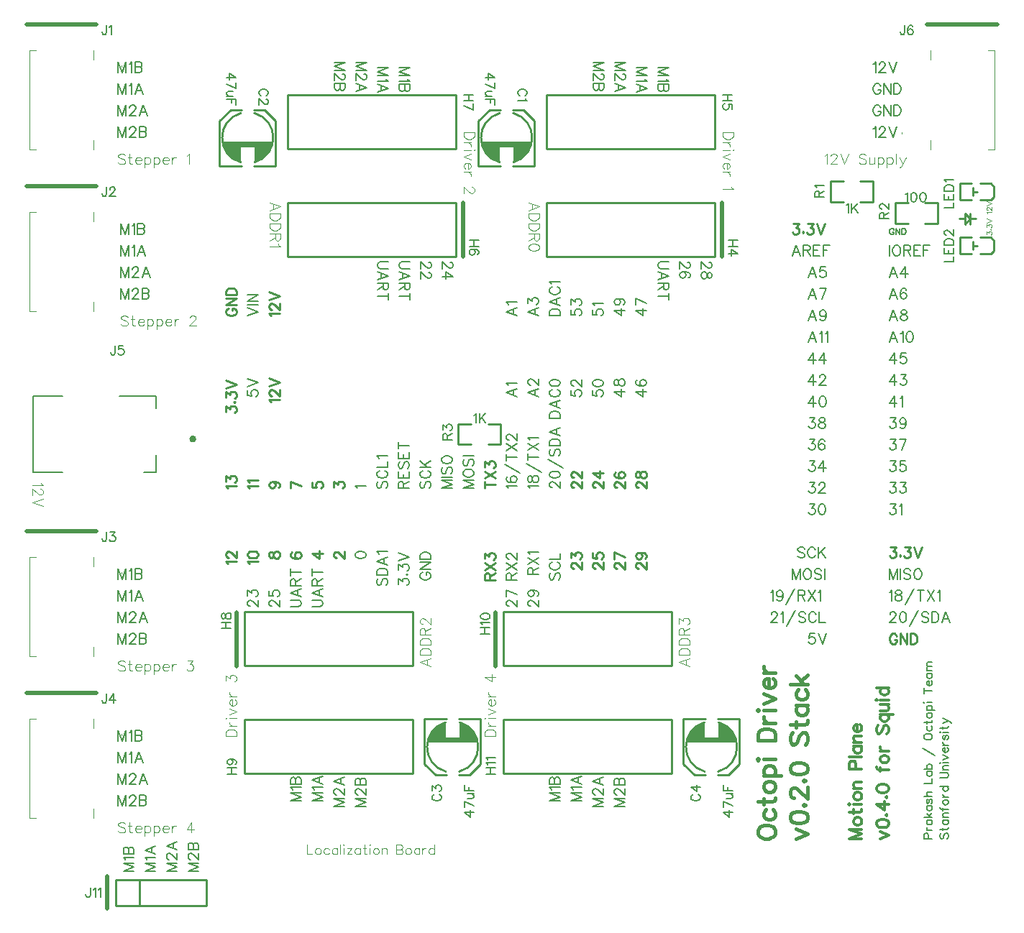
<source format=gto>
G04 Layer: TopSilkLayer*
G04 EasyEDA v6.4.17, 2021-03-06T13:06:27--8:00*
G04 8048d1b9ce964284ad8fe1d85055880a,b5aacd518854429a9b9924e8a25dcfd8,10*
G04 Gerber Generator version 0.2*
G04 Scale: 100 percent, Rotated: No, Reflected: No *
G04 Dimensions in inches *
G04 leading zeros omitted , absolute positions ,3 integer and 6 decimal *
%FSLAX36Y36*%
%MOIN*%

%ADD10C,0.0100*%
%ADD11C,0.0150*%
%ADD35C,0.0200*%
%ADD36C,0.0039*%
%ADD37C,0.0050*%
%ADD38C,0.0079*%
%ADD39C,0.0158*%
%ADD40C,0.0040*%
%ADD41C,0.0080*%
%ADD42C,0.0120*%
%ADD43C,0.0060*%

%LPD*%
D40*
X3024499Y-1056799D02*
G01*
X3072299Y-1075000D01*
X3024499Y-1056799D02*
G01*
X3072299Y-1038600D01*
X3056400Y-1068200D02*
G01*
X3056400Y-1045500D01*
X3024499Y-1023600D02*
G01*
X3072299Y-1023600D01*
X3024499Y-1023600D02*
G01*
X3024499Y-1007699D01*
X3026800Y-1000900D01*
X3031400Y-996399D01*
X3035900Y-994099D01*
X3042700Y-991799D01*
X3054099Y-991799D01*
X3060900Y-994099D01*
X3065500Y-996399D01*
X3070000Y-1000900D01*
X3072299Y-1007699D01*
X3072299Y-1023600D01*
X3024499Y-976799D02*
G01*
X3072299Y-976799D01*
X3024499Y-976799D02*
G01*
X3024499Y-960900D01*
X3026800Y-954099D01*
X3031400Y-949499D01*
X3035900Y-947300D01*
X3042700Y-945000D01*
X3054099Y-945000D01*
X3060900Y-947300D01*
X3065500Y-949499D01*
X3070000Y-954099D01*
X3072299Y-960900D01*
X3072299Y-976799D01*
X3024499Y-930000D02*
G01*
X3072299Y-930000D01*
X3024499Y-930000D02*
G01*
X3024499Y-909499D01*
X3026800Y-902699D01*
X3029099Y-900500D01*
X3033599Y-898200D01*
X3038199Y-898200D01*
X3042700Y-900500D01*
X3045000Y-902699D01*
X3047299Y-909499D01*
X3047299Y-930000D01*
X3047299Y-914099D02*
G01*
X3072299Y-898200D01*
X3024499Y-878600D02*
G01*
X3024499Y-853600D01*
X3042700Y-867300D01*
X3042700Y-860500D01*
X3045000Y-855900D01*
X3047299Y-853600D01*
X3054099Y-851399D01*
X3058599Y-851399D01*
X3065500Y-853600D01*
X3070000Y-858200D01*
X3072299Y-865000D01*
X3072299Y-871799D01*
X3070000Y-878600D01*
X3067700Y-880900D01*
X3063199Y-883200D01*
X1824499Y-1056799D02*
G01*
X1872299Y-1075000D01*
X1824499Y-1056799D02*
G01*
X1872299Y-1038600D01*
X1856400Y-1068200D02*
G01*
X1856400Y-1045500D01*
X1824499Y-1023600D02*
G01*
X1872299Y-1023600D01*
X1824499Y-1023600D02*
G01*
X1824499Y-1007699D01*
X1826800Y-1000900D01*
X1831400Y-996399D01*
X1835900Y-994099D01*
X1842700Y-991799D01*
X1854099Y-991799D01*
X1860900Y-994099D01*
X1865500Y-996399D01*
X1870000Y-1000900D01*
X1872299Y-1007699D01*
X1872299Y-1023600D01*
X1824499Y-976799D02*
G01*
X1872299Y-976799D01*
X1824499Y-976799D02*
G01*
X1824499Y-960900D01*
X1826800Y-954099D01*
X1831400Y-949499D01*
X1835900Y-947300D01*
X1842700Y-945000D01*
X1854099Y-945000D01*
X1860900Y-947300D01*
X1865500Y-949499D01*
X1870000Y-954099D01*
X1872299Y-960900D01*
X1872299Y-976799D01*
X1824499Y-930000D02*
G01*
X1872299Y-930000D01*
X1824499Y-930000D02*
G01*
X1824499Y-909499D01*
X1826800Y-902699D01*
X1829099Y-900500D01*
X1833599Y-898200D01*
X1838199Y-898200D01*
X1842700Y-900500D01*
X1845000Y-902699D01*
X1847299Y-909499D01*
X1847299Y-930000D01*
X1847299Y-914099D02*
G01*
X1872299Y-898200D01*
X1835900Y-880900D02*
G01*
X1833599Y-880900D01*
X1829099Y-878600D01*
X1826800Y-876399D01*
X1824499Y-871799D01*
X1824499Y-862699D01*
X1826800Y-858200D01*
X1829099Y-855900D01*
X1833599Y-853600D01*
X1838199Y-853600D01*
X1842700Y-855900D01*
X1849499Y-860500D01*
X1872299Y-883200D01*
X1872299Y-851399D01*
X2375500Y1056799D02*
G01*
X2327700Y1075000D01*
X2375500Y1056799D02*
G01*
X2327700Y1038600D01*
X2343599Y1068200D02*
G01*
X2343599Y1045500D01*
X2375500Y1023600D02*
G01*
X2327700Y1023600D01*
X2375500Y1023600D02*
G01*
X2375500Y1007699D01*
X2373199Y1000900D01*
X2368599Y996399D01*
X2364099Y994099D01*
X2357299Y991799D01*
X2345900Y991799D01*
X2339099Y994099D01*
X2334499Y996399D01*
X2330000Y1000900D01*
X2327700Y1007699D01*
X2327700Y1023600D01*
X2375500Y976799D02*
G01*
X2327700Y976799D01*
X2375500Y976799D02*
G01*
X2375500Y960900D01*
X2373199Y954099D01*
X2368599Y949499D01*
X2364099Y947300D01*
X2357299Y945000D01*
X2345900Y945000D01*
X2339099Y947300D01*
X2334499Y949499D01*
X2330000Y954099D01*
X2327700Y960900D01*
X2327700Y976799D01*
X2375500Y930000D02*
G01*
X2327700Y930000D01*
X2375500Y930000D02*
G01*
X2375500Y909499D01*
X2373199Y902699D01*
X2370900Y900500D01*
X2366400Y898200D01*
X2361800Y898200D01*
X2357299Y900500D01*
X2355000Y902699D01*
X2352700Y909499D01*
X2352700Y930000D01*
X2352700Y914099D02*
G01*
X2327700Y898200D01*
X2375500Y869499D02*
G01*
X2373199Y876399D01*
X2366400Y880900D01*
X2355000Y883200D01*
X2348199Y883200D01*
X2336800Y880900D01*
X2330000Y876399D01*
X2327700Y869499D01*
X2327700Y865000D01*
X2330000Y858200D01*
X2336800Y853600D01*
X2348199Y851399D01*
X2355000Y851399D01*
X2366400Y853600D01*
X2373199Y858200D01*
X2375500Y865000D01*
X2375500Y869499D01*
X1175500Y1056799D02*
G01*
X1127700Y1075000D01*
X1175500Y1056799D02*
G01*
X1127700Y1038600D01*
X1143599Y1068200D02*
G01*
X1143599Y1045500D01*
X1175500Y1023600D02*
G01*
X1127700Y1023600D01*
X1175500Y1023600D02*
G01*
X1175500Y1007699D01*
X1173199Y1000900D01*
X1168599Y996399D01*
X1164099Y994099D01*
X1157299Y991799D01*
X1145900Y991799D01*
X1139099Y994099D01*
X1134499Y996399D01*
X1130000Y1000900D01*
X1127700Y1007699D01*
X1127700Y1023600D01*
X1175500Y976799D02*
G01*
X1127700Y976799D01*
X1175500Y976799D02*
G01*
X1175500Y960900D01*
X1173199Y954099D01*
X1168599Y949499D01*
X1164099Y947300D01*
X1157299Y945000D01*
X1145900Y945000D01*
X1139099Y947300D01*
X1134499Y949499D01*
X1130000Y954099D01*
X1127700Y960900D01*
X1127700Y976799D01*
X1175500Y930000D02*
G01*
X1127700Y930000D01*
X1175500Y930000D02*
G01*
X1175500Y909499D01*
X1173199Y902699D01*
X1170900Y900500D01*
X1166400Y898200D01*
X1161800Y898200D01*
X1157299Y900500D01*
X1155000Y902699D01*
X1152700Y909499D01*
X1152700Y930000D01*
X1152700Y914099D02*
G01*
X1127700Y898200D01*
X1166400Y883200D02*
G01*
X1168599Y878600D01*
X1175500Y871799D01*
X1127700Y871799D01*
D41*
X749499Y-2025000D02*
G01*
X797299Y-2025000D01*
X749499Y-2025000D02*
G01*
X797299Y-2006799D01*
X749499Y-1988600D02*
G01*
X797299Y-2006799D01*
X749499Y-1988600D02*
G01*
X797299Y-1988600D01*
X760900Y-1971399D02*
G01*
X758600Y-1971399D01*
X754099Y-1969099D01*
X751799Y-1966799D01*
X749499Y-1962300D01*
X749499Y-1953200D01*
X751799Y-1948600D01*
X754099Y-1946399D01*
X758600Y-1944099D01*
X763199Y-1944099D01*
X767700Y-1946399D01*
X774499Y-1950900D01*
X797299Y-1973600D01*
X797299Y-1941799D01*
X749499Y-1926799D02*
G01*
X797299Y-1926799D01*
X749499Y-1926799D02*
G01*
X749499Y-1906399D01*
X751799Y-1899499D01*
X754099Y-1897300D01*
X758600Y-1895000D01*
X763199Y-1895000D01*
X767700Y-1897300D01*
X770000Y-1899499D01*
X772299Y-1906399D01*
X772299Y-1926799D02*
G01*
X772299Y-1906399D01*
X774499Y-1899499D01*
X776800Y-1897300D01*
X781400Y-1895000D01*
X788199Y-1895000D01*
X792700Y-1897300D01*
X795000Y-1899499D01*
X797299Y-1906399D01*
X797299Y-1926799D01*
X649499Y-2025000D02*
G01*
X697300Y-2025000D01*
X649499Y-2025000D02*
G01*
X697300Y-2006799D01*
X649499Y-1988600D02*
G01*
X697300Y-2006799D01*
X649499Y-1988600D02*
G01*
X697300Y-1988600D01*
X660900Y-1971399D02*
G01*
X658600Y-1971399D01*
X654099Y-1969099D01*
X651799Y-1966799D01*
X649499Y-1962300D01*
X649499Y-1953200D01*
X651799Y-1948600D01*
X654099Y-1946399D01*
X658600Y-1944099D01*
X663200Y-1944099D01*
X667699Y-1946399D01*
X674499Y-1950900D01*
X697300Y-1973600D01*
X697300Y-1941799D01*
X649499Y-1908600D02*
G01*
X697300Y-1926799D01*
X649499Y-1908600D02*
G01*
X697300Y-1890500D01*
X681399Y-1920000D02*
G01*
X681399Y-1897300D01*
X549499Y-2025000D02*
G01*
X597300Y-2025000D01*
X549499Y-2025000D02*
G01*
X597300Y-2006799D01*
X549499Y-1988600D02*
G01*
X597300Y-2006799D01*
X549499Y-1988600D02*
G01*
X597300Y-1988600D01*
X558600Y-1973600D02*
G01*
X556399Y-1969099D01*
X549499Y-1962300D01*
X597300Y-1962300D01*
X549499Y-1929099D02*
G01*
X597300Y-1947300D01*
X549499Y-1929099D02*
G01*
X597300Y-1910900D01*
X581399Y-1940500D02*
G01*
X581399Y-1917699D01*
X449499Y-2025000D02*
G01*
X497300Y-2025000D01*
X449499Y-2025000D02*
G01*
X497300Y-2006799D01*
X449499Y-1988600D02*
G01*
X497300Y-2006799D01*
X449499Y-1988600D02*
G01*
X497300Y-1988600D01*
X458600Y-1973600D02*
G01*
X456399Y-1969099D01*
X449499Y-1962300D01*
X497300Y-1962300D01*
X449499Y-1947300D02*
G01*
X497300Y-1947300D01*
X449499Y-1947300D02*
G01*
X449499Y-1926799D01*
X451799Y-1920000D01*
X454099Y-1917699D01*
X458600Y-1915500D01*
X463200Y-1915500D01*
X467699Y-1917699D01*
X470000Y-1920000D01*
X472300Y-1926799D01*
X472300Y-1947300D02*
G01*
X472300Y-1926799D01*
X474499Y-1920000D01*
X476799Y-1917699D01*
X481399Y-1915500D01*
X488200Y-1915500D01*
X492699Y-1917699D01*
X495000Y-1920000D01*
X497300Y-1926799D01*
X497300Y-1947300D01*
X2675500Y1725000D02*
G01*
X2627700Y1725000D01*
X2675500Y1725000D02*
G01*
X2627700Y1706799D01*
X2675500Y1688600D02*
G01*
X2627700Y1706799D01*
X2675500Y1688600D02*
G01*
X2627700Y1688600D01*
X2664099Y1671399D02*
G01*
X2666400Y1671399D01*
X2670900Y1669099D01*
X2673199Y1666799D01*
X2675500Y1662300D01*
X2675500Y1653200D01*
X2673199Y1648600D01*
X2670900Y1646399D01*
X2666400Y1644099D01*
X2661800Y1644099D01*
X2657299Y1646399D01*
X2650500Y1650900D01*
X2627700Y1673600D01*
X2627700Y1641799D01*
X2675500Y1626799D02*
G01*
X2627700Y1626799D01*
X2675500Y1626799D02*
G01*
X2675500Y1606399D01*
X2673199Y1599499D01*
X2670900Y1597300D01*
X2666400Y1595000D01*
X2661800Y1595000D01*
X2657299Y1597300D01*
X2655000Y1599499D01*
X2652700Y1606399D01*
X2652700Y1626799D02*
G01*
X2652700Y1606399D01*
X2650500Y1599499D01*
X2648199Y1597300D01*
X2643599Y1595000D01*
X2636800Y1595000D01*
X2632299Y1597300D01*
X2630000Y1599499D01*
X2627700Y1606399D01*
X2627700Y1626799D01*
X2775500Y1725000D02*
G01*
X2727700Y1725000D01*
X2775500Y1725000D02*
G01*
X2727700Y1706799D01*
X2775500Y1688600D02*
G01*
X2727700Y1706799D01*
X2775500Y1688600D02*
G01*
X2727700Y1688600D01*
X2764099Y1671399D02*
G01*
X2766400Y1671399D01*
X2770900Y1669099D01*
X2773199Y1666799D01*
X2775500Y1662300D01*
X2775500Y1653200D01*
X2773199Y1648600D01*
X2770900Y1646399D01*
X2766400Y1644099D01*
X2761800Y1644099D01*
X2757299Y1646399D01*
X2750500Y1650900D01*
X2727700Y1673600D01*
X2727700Y1641799D01*
X2775500Y1608600D02*
G01*
X2727700Y1626799D01*
X2775500Y1608600D02*
G01*
X2727700Y1590500D01*
X2743599Y1620000D02*
G01*
X2743599Y1597300D01*
X2875500Y1700000D02*
G01*
X2827700Y1700000D01*
X2875500Y1700000D02*
G01*
X2827700Y1681799D01*
X2875500Y1663600D02*
G01*
X2827700Y1681799D01*
X2875500Y1663600D02*
G01*
X2827700Y1663600D01*
X2866400Y1648600D02*
G01*
X2868599Y1644099D01*
X2875500Y1637300D01*
X2827700Y1637300D01*
X2875500Y1604099D02*
G01*
X2827700Y1622300D01*
X2875500Y1604099D02*
G01*
X2827700Y1585900D01*
X2843599Y1615500D02*
G01*
X2843599Y1592699D01*
X2975500Y1700000D02*
G01*
X2927700Y1700000D01*
X2975500Y1700000D02*
G01*
X2927700Y1681799D01*
X2975500Y1663600D02*
G01*
X2927700Y1681799D01*
X2975500Y1663600D02*
G01*
X2927700Y1663600D01*
X2966400Y1648600D02*
G01*
X2968599Y1644099D01*
X2975500Y1637300D01*
X2927700Y1637300D01*
X2975500Y1622300D02*
G01*
X2927700Y1622300D01*
X2975500Y1622300D02*
G01*
X2975500Y1601799D01*
X2973199Y1595000D01*
X2970900Y1592699D01*
X2966400Y1590500D01*
X2961800Y1590500D01*
X2957299Y1592699D01*
X2955000Y1595000D01*
X2952700Y1601799D01*
X2952700Y1622300D02*
G01*
X2952700Y1601799D01*
X2950500Y1595000D01*
X2948199Y1592699D01*
X2943599Y1590500D01*
X2936800Y1590500D01*
X2932299Y1592699D01*
X2930000Y1595000D01*
X2927700Y1601799D01*
X2927700Y1622300D01*
X2975500Y800000D02*
G01*
X2941400Y800000D01*
X2934499Y797699D01*
X2930000Y793200D01*
X2927700Y786399D01*
X2927700Y781799D01*
X2930000Y775000D01*
X2934499Y770500D01*
X2941400Y768200D01*
X2975500Y768200D01*
X2975500Y735000D02*
G01*
X2927700Y753200D01*
X2975500Y735000D02*
G01*
X2927700Y716799D01*
X2943599Y746399D02*
G01*
X2943599Y723600D01*
X2975500Y701799D02*
G01*
X2927700Y701799D01*
X2975500Y701799D02*
G01*
X2975500Y681399D01*
X2973199Y674499D01*
X2970900Y672300D01*
X2966400Y670000D01*
X2961800Y670000D01*
X2957299Y672300D01*
X2955000Y674499D01*
X2952700Y681399D01*
X2952700Y701799D01*
X2952700Y685900D02*
G01*
X2927700Y670000D01*
X2975500Y639099D02*
G01*
X2927700Y639099D01*
X2975500Y655000D02*
G01*
X2975500Y623200D01*
X3064099Y797699D02*
G01*
X3066400Y797699D01*
X3070900Y795500D01*
X3073199Y793200D01*
X3075500Y788600D01*
X3075500Y779499D01*
X3073199Y775000D01*
X3070900Y772699D01*
X3066400Y770500D01*
X3061800Y770500D01*
X3057299Y772699D01*
X3050500Y777300D01*
X3027700Y800000D01*
X3027700Y768200D01*
X3068599Y725900D02*
G01*
X3073199Y728200D01*
X3075500Y735000D01*
X3075500Y739499D01*
X3073199Y746399D01*
X3066400Y750900D01*
X3055000Y753200D01*
X3043599Y753200D01*
X3034499Y750900D01*
X3030000Y746399D01*
X3027700Y739499D01*
X3027700Y737300D01*
X3030000Y730500D01*
X3034499Y725900D01*
X3041400Y723600D01*
X3043599Y723600D01*
X3050500Y725900D01*
X3055000Y730500D01*
X3057299Y737300D01*
X3057299Y739499D01*
X3055000Y746399D01*
X3050500Y750900D01*
X3043599Y753200D01*
X3164099Y797699D02*
G01*
X3166400Y797699D01*
X3170900Y795500D01*
X3173199Y793200D01*
X3175500Y788600D01*
X3175500Y779499D01*
X3173199Y775000D01*
X3170900Y772699D01*
X3166400Y770500D01*
X3161800Y770500D01*
X3157299Y772699D01*
X3150500Y777300D01*
X3127700Y800000D01*
X3127700Y768200D01*
X3175500Y741799D02*
G01*
X3173199Y748600D01*
X3168599Y750900D01*
X3164099Y750900D01*
X3159499Y748600D01*
X3157299Y744099D01*
X3155000Y735000D01*
X3152700Y728200D01*
X3148199Y723600D01*
X3143599Y721399D01*
X3136800Y721399D01*
X3132299Y723600D01*
X3130000Y725900D01*
X3127700Y732699D01*
X3127700Y741799D01*
X3130000Y748600D01*
X3132299Y750900D01*
X3136800Y753200D01*
X3143599Y753200D01*
X3148199Y750900D01*
X3152700Y746399D01*
X3155000Y739499D01*
X3157299Y730500D01*
X3159499Y725900D01*
X3164099Y723600D01*
X3168599Y723600D01*
X3173199Y725900D01*
X3175500Y732699D01*
X3175500Y741799D01*
X1475500Y1725000D02*
G01*
X1427700Y1725000D01*
X1475500Y1725000D02*
G01*
X1427700Y1706799D01*
X1475500Y1688600D02*
G01*
X1427700Y1706799D01*
X1475500Y1688600D02*
G01*
X1427700Y1688600D01*
X1464099Y1671399D02*
G01*
X1466400Y1671399D01*
X1470900Y1669099D01*
X1473199Y1666799D01*
X1475500Y1662300D01*
X1475500Y1653200D01*
X1473199Y1648600D01*
X1470900Y1646399D01*
X1466400Y1644099D01*
X1461800Y1644099D01*
X1457299Y1646399D01*
X1450500Y1650900D01*
X1427700Y1673600D01*
X1427700Y1641799D01*
X1475500Y1626799D02*
G01*
X1427700Y1626799D01*
X1475500Y1626799D02*
G01*
X1475500Y1606399D01*
X1473199Y1599499D01*
X1470900Y1597300D01*
X1466400Y1595000D01*
X1461800Y1595000D01*
X1457299Y1597300D01*
X1455000Y1599499D01*
X1452700Y1606399D01*
X1452700Y1626799D02*
G01*
X1452700Y1606399D01*
X1450500Y1599499D01*
X1448199Y1597300D01*
X1443599Y1595000D01*
X1436800Y1595000D01*
X1432299Y1597300D01*
X1430000Y1599499D01*
X1427700Y1606399D01*
X1427700Y1626799D01*
X1575500Y1725000D02*
G01*
X1527700Y1725000D01*
X1575500Y1725000D02*
G01*
X1527700Y1706799D01*
X1575500Y1688600D02*
G01*
X1527700Y1706799D01*
X1575500Y1688600D02*
G01*
X1527700Y1688600D01*
X1564099Y1671399D02*
G01*
X1566400Y1671399D01*
X1570900Y1669099D01*
X1573199Y1666799D01*
X1575500Y1662300D01*
X1575500Y1653200D01*
X1573199Y1648600D01*
X1570900Y1646399D01*
X1566400Y1644099D01*
X1561800Y1644099D01*
X1557299Y1646399D01*
X1550500Y1650900D01*
X1527700Y1673600D01*
X1527700Y1641799D01*
X1575500Y1608600D02*
G01*
X1527700Y1626799D01*
X1575500Y1608600D02*
G01*
X1527700Y1590500D01*
X1543599Y1620000D02*
G01*
X1543599Y1597300D01*
X1675500Y1700000D02*
G01*
X1627700Y1700000D01*
X1675500Y1700000D02*
G01*
X1627700Y1681799D01*
X1675500Y1663600D02*
G01*
X1627700Y1681799D01*
X1675500Y1663600D02*
G01*
X1627700Y1663600D01*
X1666400Y1648600D02*
G01*
X1668599Y1644099D01*
X1675500Y1637300D01*
X1627700Y1637300D01*
X1675500Y1604099D02*
G01*
X1627700Y1622300D01*
X1675500Y1604099D02*
G01*
X1627700Y1585900D01*
X1643599Y1615500D02*
G01*
X1643599Y1592699D01*
X1775500Y1700000D02*
G01*
X1727700Y1700000D01*
X1775500Y1700000D02*
G01*
X1727700Y1681799D01*
X1775500Y1663600D02*
G01*
X1727700Y1681799D01*
X1775500Y1663600D02*
G01*
X1727700Y1663600D01*
X1766400Y1648600D02*
G01*
X1768599Y1644099D01*
X1775500Y1637300D01*
X1727700Y1637300D01*
X1775500Y1622300D02*
G01*
X1727700Y1622300D01*
X1775500Y1622300D02*
G01*
X1775500Y1601799D01*
X1773199Y1595000D01*
X1770900Y1592699D01*
X1766400Y1590500D01*
X1761800Y1590500D01*
X1757299Y1592699D01*
X1755000Y1595000D01*
X1752700Y1601799D01*
X1752700Y1622300D02*
G01*
X1752700Y1601799D01*
X1750500Y1595000D01*
X1748199Y1592699D01*
X1743599Y1590500D01*
X1736800Y1590500D01*
X1732299Y1592699D01*
X1730000Y1595000D01*
X1727700Y1601799D01*
X1727700Y1622300D01*
X1675500Y800000D02*
G01*
X1641400Y800000D01*
X1634499Y797699D01*
X1630000Y793200D01*
X1627700Y786399D01*
X1627700Y781799D01*
X1630000Y775000D01*
X1634499Y770500D01*
X1641400Y768200D01*
X1675500Y768200D01*
X1675500Y735000D02*
G01*
X1627700Y753200D01*
X1675500Y735000D02*
G01*
X1627700Y716799D01*
X1643599Y746399D02*
G01*
X1643599Y723600D01*
X1675500Y701799D02*
G01*
X1627700Y701799D01*
X1675500Y701799D02*
G01*
X1675500Y681399D01*
X1673199Y674499D01*
X1670900Y672300D01*
X1666400Y670000D01*
X1661800Y670000D01*
X1657299Y672300D01*
X1655000Y674499D01*
X1652700Y681399D01*
X1652700Y701799D01*
X1652700Y685900D02*
G01*
X1627700Y670000D01*
X1675500Y639099D02*
G01*
X1627700Y639099D01*
X1675500Y655000D02*
G01*
X1675500Y623200D01*
X1775500Y800000D02*
G01*
X1741400Y800000D01*
X1734499Y797699D01*
X1730000Y793200D01*
X1727700Y786399D01*
X1727700Y781799D01*
X1730000Y775000D01*
X1734499Y770500D01*
X1741400Y768200D01*
X1775500Y768200D01*
X1775500Y735000D02*
G01*
X1727700Y753200D01*
X1775500Y735000D02*
G01*
X1727700Y716799D01*
X1743599Y746399D02*
G01*
X1743599Y723600D01*
X1775500Y701799D02*
G01*
X1727700Y701799D01*
X1775500Y701799D02*
G01*
X1775500Y681399D01*
X1773199Y674499D01*
X1770900Y672300D01*
X1766400Y670000D01*
X1761800Y670000D01*
X1757299Y672300D01*
X1755000Y674499D01*
X1752700Y681399D01*
X1752700Y701799D01*
X1752700Y685900D02*
G01*
X1727700Y670000D01*
X1775500Y639099D02*
G01*
X1727700Y639099D01*
X1775500Y655000D02*
G01*
X1775500Y623200D01*
X1864099Y797699D02*
G01*
X1866400Y797699D01*
X1870900Y795500D01*
X1873199Y793200D01*
X1875500Y788600D01*
X1875500Y779499D01*
X1873199Y775000D01*
X1870900Y772699D01*
X1866400Y770500D01*
X1861800Y770500D01*
X1857299Y772699D01*
X1850500Y777300D01*
X1827700Y800000D01*
X1827700Y768200D01*
X1864099Y750900D02*
G01*
X1866400Y750900D01*
X1870900Y748600D01*
X1873199Y746399D01*
X1875500Y741799D01*
X1875500Y732699D01*
X1873199Y728200D01*
X1870900Y725900D01*
X1866400Y723600D01*
X1861800Y723600D01*
X1857299Y725900D01*
X1850500Y730500D01*
X1827700Y753200D01*
X1827700Y721399D01*
X1964099Y797699D02*
G01*
X1966400Y797699D01*
X1970900Y795500D01*
X1973199Y793200D01*
X1975500Y788600D01*
X1975500Y779499D01*
X1973199Y775000D01*
X1970900Y772699D01*
X1966400Y770500D01*
X1961800Y770500D01*
X1957299Y772699D01*
X1950500Y777300D01*
X1927700Y800000D01*
X1927700Y768200D01*
X1975500Y730500D02*
G01*
X1943599Y753200D01*
X1943599Y719099D01*
X1975500Y730500D02*
G01*
X1927700Y730500D01*
X2724499Y-1725000D02*
G01*
X2772299Y-1725000D01*
X2724499Y-1725000D02*
G01*
X2772299Y-1706799D01*
X2724499Y-1688600D02*
G01*
X2772299Y-1706799D01*
X2724499Y-1688600D02*
G01*
X2772299Y-1688600D01*
X2735900Y-1671399D02*
G01*
X2733599Y-1671399D01*
X2729099Y-1669099D01*
X2726800Y-1666799D01*
X2724499Y-1662300D01*
X2724499Y-1653200D01*
X2726800Y-1648600D01*
X2729099Y-1646399D01*
X2733599Y-1644099D01*
X2738199Y-1644099D01*
X2742700Y-1646399D01*
X2749499Y-1650900D01*
X2772299Y-1673600D01*
X2772299Y-1641799D01*
X2724499Y-1626799D02*
G01*
X2772299Y-1626799D01*
X2724499Y-1626799D02*
G01*
X2724499Y-1606399D01*
X2726800Y-1599499D01*
X2729099Y-1597300D01*
X2733599Y-1595000D01*
X2738199Y-1595000D01*
X2742700Y-1597300D01*
X2745000Y-1599499D01*
X2747299Y-1606399D01*
X2747299Y-1626799D02*
G01*
X2747299Y-1606399D01*
X2749499Y-1599499D01*
X2751800Y-1597300D01*
X2756400Y-1595000D01*
X2763199Y-1595000D01*
X2767700Y-1597300D01*
X2770000Y-1599499D01*
X2772299Y-1606399D01*
X2772299Y-1626799D01*
X2624499Y-1725000D02*
G01*
X2672299Y-1725000D01*
X2624499Y-1725000D02*
G01*
X2672299Y-1706799D01*
X2624499Y-1688600D02*
G01*
X2672299Y-1706799D01*
X2624499Y-1688600D02*
G01*
X2672299Y-1688600D01*
X2635900Y-1671399D02*
G01*
X2633599Y-1671399D01*
X2629099Y-1669099D01*
X2626800Y-1666799D01*
X2624499Y-1662300D01*
X2624499Y-1653200D01*
X2626800Y-1648600D01*
X2629099Y-1646399D01*
X2633599Y-1644099D01*
X2638199Y-1644099D01*
X2642700Y-1646399D01*
X2649499Y-1650900D01*
X2672299Y-1673600D01*
X2672299Y-1641799D01*
X2624499Y-1608600D02*
G01*
X2672299Y-1626799D01*
X2624499Y-1608600D02*
G01*
X2672299Y-1590500D01*
X2656400Y-1620000D02*
G01*
X2656400Y-1597300D01*
X2524499Y-1700000D02*
G01*
X2572299Y-1700000D01*
X2524499Y-1700000D02*
G01*
X2572299Y-1681799D01*
X2524499Y-1663600D02*
G01*
X2572299Y-1681799D01*
X2524499Y-1663600D02*
G01*
X2572299Y-1663600D01*
X2533599Y-1648600D02*
G01*
X2531400Y-1644099D01*
X2524499Y-1637300D01*
X2572299Y-1637300D01*
X2524499Y-1604099D02*
G01*
X2572299Y-1622300D01*
X2524499Y-1604099D02*
G01*
X2572299Y-1585900D01*
X2556400Y-1615500D02*
G01*
X2556400Y-1592699D01*
X2424499Y-1700000D02*
G01*
X2472299Y-1700000D01*
X2424499Y-1700000D02*
G01*
X2472299Y-1681799D01*
X2424499Y-1663600D02*
G01*
X2472299Y-1681799D01*
X2424499Y-1663600D02*
G01*
X2472299Y-1663600D01*
X2433599Y-1648600D02*
G01*
X2431400Y-1644099D01*
X2424499Y-1637300D01*
X2472299Y-1637300D01*
X2424499Y-1622300D02*
G01*
X2472299Y-1622300D01*
X2424499Y-1622300D02*
G01*
X2424499Y-1601799D01*
X2426800Y-1595000D01*
X2429099Y-1592699D01*
X2433599Y-1590500D01*
X2438199Y-1590500D01*
X2442700Y-1592699D01*
X2445000Y-1595000D01*
X2447299Y-1601799D01*
X2447299Y-1622300D02*
G01*
X2447299Y-1601799D01*
X2449499Y-1595000D01*
X2451800Y-1592699D01*
X2456400Y-1590500D01*
X2463199Y-1590500D01*
X2467700Y-1592699D01*
X2470000Y-1595000D01*
X2472299Y-1601799D01*
X2472299Y-1622300D01*
X1524499Y-1725000D02*
G01*
X1572299Y-1725000D01*
X1524499Y-1725000D02*
G01*
X1572299Y-1706799D01*
X1524499Y-1688600D02*
G01*
X1572299Y-1706799D01*
X1524499Y-1688600D02*
G01*
X1572299Y-1688600D01*
X1535900Y-1671399D02*
G01*
X1533599Y-1671399D01*
X1529099Y-1669099D01*
X1526800Y-1666799D01*
X1524499Y-1662300D01*
X1524499Y-1653200D01*
X1526800Y-1648600D01*
X1529099Y-1646399D01*
X1533599Y-1644099D01*
X1538199Y-1644099D01*
X1542700Y-1646399D01*
X1549499Y-1650900D01*
X1572299Y-1673600D01*
X1572299Y-1641799D01*
X1524499Y-1626799D02*
G01*
X1572299Y-1626799D01*
X1524499Y-1626799D02*
G01*
X1524499Y-1606399D01*
X1526800Y-1599499D01*
X1529099Y-1597300D01*
X1533599Y-1595000D01*
X1538199Y-1595000D01*
X1542700Y-1597300D01*
X1545000Y-1599499D01*
X1547299Y-1606399D01*
X1547299Y-1626799D02*
G01*
X1547299Y-1606399D01*
X1549499Y-1599499D01*
X1551800Y-1597300D01*
X1556400Y-1595000D01*
X1563199Y-1595000D01*
X1567700Y-1597300D01*
X1570000Y-1599499D01*
X1572299Y-1606399D01*
X1572299Y-1626799D01*
X1424499Y-1725000D02*
G01*
X1472299Y-1725000D01*
X1424499Y-1725000D02*
G01*
X1472299Y-1706799D01*
X1424499Y-1688600D02*
G01*
X1472299Y-1706799D01*
X1424499Y-1688600D02*
G01*
X1472299Y-1688600D01*
X1435900Y-1671399D02*
G01*
X1433599Y-1671399D01*
X1429099Y-1669099D01*
X1426800Y-1666799D01*
X1424499Y-1662300D01*
X1424499Y-1653200D01*
X1426800Y-1648600D01*
X1429099Y-1646399D01*
X1433599Y-1644099D01*
X1438199Y-1644099D01*
X1442700Y-1646399D01*
X1449499Y-1650900D01*
X1472299Y-1673600D01*
X1472299Y-1641799D01*
X1424499Y-1608600D02*
G01*
X1472299Y-1626799D01*
X1424499Y-1608600D02*
G01*
X1472299Y-1590500D01*
X1456400Y-1620000D02*
G01*
X1456400Y-1597300D01*
X1324499Y-1700000D02*
G01*
X1372299Y-1700000D01*
X1324499Y-1700000D02*
G01*
X1372299Y-1681799D01*
X1324499Y-1663600D02*
G01*
X1372299Y-1681799D01*
X1324499Y-1663600D02*
G01*
X1372299Y-1663600D01*
X1333599Y-1648600D02*
G01*
X1331400Y-1644099D01*
X1324499Y-1637300D01*
X1372299Y-1637300D01*
X1324499Y-1604099D02*
G01*
X1372299Y-1622300D01*
X1324499Y-1604099D02*
G01*
X1372299Y-1585900D01*
X1356400Y-1615500D02*
G01*
X1356400Y-1592699D01*
X1224499Y-1700000D02*
G01*
X1272299Y-1700000D01*
X1224499Y-1700000D02*
G01*
X1272299Y-1681799D01*
X1224499Y-1663600D02*
G01*
X1272299Y-1681799D01*
X1224499Y-1663600D02*
G01*
X1272299Y-1663600D01*
X1233599Y-1648600D02*
G01*
X1231400Y-1644099D01*
X1224499Y-1637300D01*
X1272299Y-1637300D01*
X1224499Y-1622300D02*
G01*
X1272299Y-1622300D01*
X1224499Y-1622300D02*
G01*
X1224499Y-1601799D01*
X1226800Y-1595000D01*
X1229099Y-1592699D01*
X1233599Y-1590500D01*
X1238199Y-1590500D01*
X1242700Y-1592699D01*
X1245000Y-1595000D01*
X1247299Y-1601799D01*
X1247299Y-1622300D02*
G01*
X1247299Y-1601799D01*
X1249499Y-1595000D01*
X1251800Y-1592699D01*
X1256400Y-1590500D01*
X1263199Y-1590500D01*
X1267700Y-1592699D01*
X1270000Y-1595000D01*
X1272299Y-1601799D01*
X1272299Y-1622300D01*
X2235900Y-797699D02*
G01*
X2233599Y-797699D01*
X2229099Y-795500D01*
X2226800Y-793200D01*
X2224499Y-788600D01*
X2224499Y-779499D01*
X2226800Y-775000D01*
X2229099Y-772699D01*
X2233599Y-770500D01*
X2238199Y-770500D01*
X2242700Y-772699D01*
X2249499Y-777300D01*
X2272299Y-800000D01*
X2272299Y-768200D01*
X2224499Y-721399D02*
G01*
X2272299Y-744099D01*
X2224499Y-753200D02*
G01*
X2224499Y-721399D01*
X2335900Y-797699D02*
G01*
X2333599Y-797699D01*
X2329099Y-795500D01*
X2326800Y-793200D01*
X2324499Y-788600D01*
X2324499Y-779499D01*
X2326800Y-775000D01*
X2329099Y-772699D01*
X2333599Y-770500D01*
X2338199Y-770500D01*
X2342700Y-772699D01*
X2349499Y-777300D01*
X2372299Y-800000D01*
X2372299Y-768200D01*
X2340500Y-723600D02*
G01*
X2347299Y-725900D01*
X2351800Y-730500D01*
X2354099Y-737300D01*
X2354099Y-739499D01*
X2351800Y-746399D01*
X2347299Y-750900D01*
X2340500Y-753200D01*
X2338199Y-753200D01*
X2331400Y-750900D01*
X2326800Y-746399D01*
X2324499Y-739499D01*
X2324499Y-737300D01*
X2326800Y-730500D01*
X2331400Y-725900D01*
X2340500Y-723600D01*
X2351800Y-723600D01*
X2363199Y-725900D01*
X2370000Y-730500D01*
X2372299Y-737300D01*
X2372299Y-741799D01*
X2370000Y-748600D01*
X2365500Y-750900D01*
X1324499Y-800000D02*
G01*
X1358599Y-800000D01*
X1365500Y-797699D01*
X1370000Y-793200D01*
X1372299Y-786399D01*
X1372299Y-781799D01*
X1370000Y-775000D01*
X1365500Y-770500D01*
X1358599Y-768200D01*
X1324499Y-768200D01*
X1324499Y-735000D02*
G01*
X1372299Y-753200D01*
X1324499Y-735000D02*
G01*
X1372299Y-716799D01*
X1356400Y-746399D02*
G01*
X1356400Y-723600D01*
X1324499Y-701799D02*
G01*
X1372299Y-701799D01*
X1324499Y-701799D02*
G01*
X1324499Y-681399D01*
X1326800Y-674499D01*
X1329099Y-672300D01*
X1333599Y-670000D01*
X1338199Y-670000D01*
X1342700Y-672300D01*
X1345000Y-674499D01*
X1347299Y-681399D01*
X1347299Y-701799D01*
X1347299Y-685900D02*
G01*
X1372299Y-670000D01*
X1324499Y-639099D02*
G01*
X1372299Y-639099D01*
X1324499Y-655000D02*
G01*
X1324499Y-623200D01*
X1224499Y-800000D02*
G01*
X1258599Y-800000D01*
X1265500Y-797699D01*
X1270000Y-793200D01*
X1272299Y-786399D01*
X1272299Y-781799D01*
X1270000Y-775000D01*
X1265500Y-770500D01*
X1258599Y-768200D01*
X1224499Y-768200D01*
X1224499Y-735000D02*
G01*
X1272299Y-753200D01*
X1224499Y-735000D02*
G01*
X1272299Y-716799D01*
X1256400Y-746399D02*
G01*
X1256400Y-723600D01*
X1224499Y-701799D02*
G01*
X1272299Y-701799D01*
X1224499Y-701799D02*
G01*
X1224499Y-681399D01*
X1226800Y-674499D01*
X1229099Y-672300D01*
X1233599Y-670000D01*
X1238199Y-670000D01*
X1242700Y-672300D01*
X1245000Y-674499D01*
X1247299Y-681399D01*
X1247299Y-701799D01*
X1247299Y-685900D02*
G01*
X1272299Y-670000D01*
X1224499Y-639099D02*
G01*
X1272299Y-639099D01*
X1224499Y-655000D02*
G01*
X1224499Y-623200D01*
X1135900Y-797699D02*
G01*
X1133599Y-797699D01*
X1129099Y-795500D01*
X1126800Y-793200D01*
X1124499Y-788600D01*
X1124499Y-779499D01*
X1126800Y-775000D01*
X1129099Y-772699D01*
X1133599Y-770500D01*
X1138199Y-770500D01*
X1142700Y-772699D01*
X1149499Y-777300D01*
X1172299Y-800000D01*
X1172299Y-768200D01*
X1124499Y-725900D02*
G01*
X1124499Y-748600D01*
X1145000Y-750900D01*
X1142700Y-748600D01*
X1140500Y-741799D01*
X1140500Y-735000D01*
X1142700Y-728200D01*
X1147299Y-723600D01*
X1154099Y-721399D01*
X1158599Y-721399D01*
X1165500Y-723600D01*
X1170000Y-728200D01*
X1172299Y-735000D01*
X1172299Y-741799D01*
X1170000Y-748600D01*
X1167700Y-750900D01*
X1163199Y-753200D01*
X1035900Y-797699D02*
G01*
X1033599Y-797699D01*
X1029099Y-795500D01*
X1026800Y-793200D01*
X1024499Y-788600D01*
X1024499Y-779499D01*
X1026800Y-775000D01*
X1029099Y-772699D01*
X1033599Y-770500D01*
X1038199Y-770500D01*
X1042700Y-772699D01*
X1049499Y-777300D01*
X1072299Y-800000D01*
X1072299Y-768200D01*
X1024499Y-748600D02*
G01*
X1024499Y-723600D01*
X1042700Y-737300D01*
X1042700Y-730500D01*
X1045000Y-725900D01*
X1047299Y-723600D01*
X1054099Y-721399D01*
X1058599Y-721399D01*
X1065500Y-723600D01*
X1070000Y-728200D01*
X1072299Y-735000D01*
X1072299Y-741799D01*
X1070000Y-748600D01*
X1067700Y-750900D01*
X1063199Y-753200D01*
D40*
X66399Y-225000D02*
G01*
X68600Y-229499D01*
X75500Y-236399D01*
X27699Y-236399D01*
X64099Y-253600D02*
G01*
X66399Y-253600D01*
X70900Y-255900D01*
X73200Y-258200D01*
X75500Y-262699D01*
X75500Y-271799D01*
X73200Y-276399D01*
X70900Y-278600D01*
X66399Y-280900D01*
X61799Y-280900D01*
X57300Y-278600D01*
X50500Y-274099D01*
X27699Y-251399D01*
X27699Y-283200D01*
X75500Y-298200D02*
G01*
X27699Y-316399D01*
X75500Y-334499D02*
G01*
X27699Y-316399D01*
D41*
X4020500Y948499D02*
G01*
X4019099Y951199D01*
X4016400Y953899D01*
X4013599Y955300D01*
X4008199Y955300D01*
X4005500Y953899D01*
X4002700Y951199D01*
X4001400Y948499D01*
X4000000Y944400D01*
X4000000Y937500D01*
X4001400Y933499D01*
X4002700Y930700D01*
X4005500Y928000D01*
X4008199Y926599D01*
X4013599Y926599D01*
X4016400Y928000D01*
X4019099Y930700D01*
X4020500Y933499D01*
X4020500Y937500D01*
X4013599Y937500D02*
G01*
X4020500Y937500D01*
X4029499Y955300D02*
G01*
X4029499Y926599D01*
X4029499Y955300D02*
G01*
X4048500Y926599D01*
X4048500Y955300D02*
G01*
X4048500Y926599D01*
X4057500Y955300D02*
G01*
X4057500Y926599D01*
X4057500Y955300D02*
G01*
X4067100Y955300D01*
X4071199Y953899D01*
X4073900Y951199D01*
X4075299Y948499D01*
X4076599Y944400D01*
X4076599Y937500D01*
X4075299Y933499D01*
X4073900Y930700D01*
X4071199Y928000D01*
X4067100Y926599D01*
X4057500Y926599D01*
X4000000Y875500D02*
G01*
X4000000Y827699D01*
X4028599Y875500D02*
G01*
X4024099Y873200D01*
X4019499Y868600D01*
X4017299Y864099D01*
X4015000Y857300D01*
X4015000Y845900D01*
X4017299Y839099D01*
X4019499Y834499D01*
X4024099Y830000D01*
X4028599Y827699D01*
X4037700Y827699D01*
X4042299Y830000D01*
X4046800Y834499D01*
X4049099Y839099D01*
X4051400Y845900D01*
X4051400Y857300D01*
X4049099Y864099D01*
X4046800Y868600D01*
X4042299Y873200D01*
X4037700Y875500D01*
X4028599Y875500D01*
X4066400Y875500D02*
G01*
X4066400Y827699D01*
X4066400Y875500D02*
G01*
X4086800Y875500D01*
X4093599Y873200D01*
X4095900Y870900D01*
X4098199Y866399D01*
X4098199Y861799D01*
X4095900Y857300D01*
X4093599Y855000D01*
X4086800Y852699D01*
X4066400Y852699D01*
X4082299Y852699D02*
G01*
X4098199Y827699D01*
X4113199Y875500D02*
G01*
X4113199Y827699D01*
X4113199Y875500D02*
G01*
X4142700Y875500D01*
X4113199Y852699D02*
G01*
X4131400Y852699D01*
X4113199Y827699D02*
G01*
X4142700Y827699D01*
X4157700Y875500D02*
G01*
X4157700Y827699D01*
X4157700Y875500D02*
G01*
X4187299Y875500D01*
X4157700Y852699D02*
G01*
X4175900Y852699D01*
D40*
X4449799Y927300D02*
G01*
X4449799Y939800D01*
X4458900Y933000D01*
X4458900Y936399D01*
X4460000Y938600D01*
X4461099Y939800D01*
X4464499Y940900D01*
X4466800Y940900D01*
X4470200Y939800D01*
X4472500Y937500D01*
X4473599Y934099D01*
X4473599Y930700D01*
X4472500Y927300D01*
X4471400Y926100D01*
X4469099Y925000D01*
X4468000Y949499D02*
G01*
X4469099Y948400D01*
X4470200Y949499D01*
X4469099Y950700D01*
X4468000Y949499D01*
X4449799Y960500D02*
G01*
X4449799Y973000D01*
X4458900Y966100D01*
X4458900Y969499D01*
X4460000Y971799D01*
X4461099Y973000D01*
X4464499Y974099D01*
X4466800Y974099D01*
X4470200Y973000D01*
X4472500Y970700D01*
X4473599Y967300D01*
X4473599Y963899D01*
X4472500Y960500D01*
X4471400Y959299D01*
X4469099Y958200D01*
X4449799Y981599D02*
G01*
X4473599Y990700D01*
X4449799Y999800D02*
G01*
X4473599Y990700D01*
X3700000Y1291399D02*
G01*
X3704499Y1293600D01*
X3711400Y1300500D01*
X3711400Y1252699D01*
X3728599Y1289099D02*
G01*
X3728599Y1291399D01*
X3730900Y1295900D01*
X3733199Y1298200D01*
X3737700Y1300500D01*
X3746800Y1300500D01*
X3751400Y1298200D01*
X3753599Y1295900D01*
X3755900Y1291399D01*
X3755900Y1286799D01*
X3753599Y1282300D01*
X3749099Y1275500D01*
X3726400Y1252699D01*
X3758199Y1252699D01*
X3773199Y1300500D02*
G01*
X3791400Y1252699D01*
X3809499Y1300500D02*
G01*
X3791400Y1252699D01*
X3891400Y1293600D02*
G01*
X3886800Y1298200D01*
X3880000Y1300500D01*
X3870900Y1300500D01*
X3864099Y1298200D01*
X3859499Y1293600D01*
X3859499Y1289099D01*
X3861800Y1284499D01*
X3864099Y1282300D01*
X3868599Y1280000D01*
X3882299Y1275500D01*
X3886800Y1273200D01*
X3889099Y1270900D01*
X3891400Y1266399D01*
X3891400Y1259499D01*
X3886800Y1255000D01*
X3880000Y1252699D01*
X3870900Y1252699D01*
X3864099Y1255000D01*
X3859499Y1259499D01*
X3906400Y1284499D02*
G01*
X3906400Y1261799D01*
X3908599Y1255000D01*
X3913199Y1252699D01*
X3920000Y1252699D01*
X3924499Y1255000D01*
X3931400Y1261799D01*
X3931400Y1284499D02*
G01*
X3931400Y1252699D01*
X3946400Y1284499D02*
G01*
X3946400Y1236799D01*
X3946400Y1277699D02*
G01*
X3950900Y1282300D01*
X3955500Y1284499D01*
X3962299Y1284499D01*
X3966800Y1282300D01*
X3971400Y1277699D01*
X3973599Y1270900D01*
X3973599Y1266399D01*
X3971400Y1259499D01*
X3966800Y1255000D01*
X3962299Y1252699D01*
X3955500Y1252699D01*
X3950900Y1255000D01*
X3946400Y1259499D01*
X3988599Y1284499D02*
G01*
X3988599Y1236799D01*
X3988599Y1277699D02*
G01*
X3993199Y1282300D01*
X3997700Y1284499D01*
X4004499Y1284499D01*
X4009099Y1282300D01*
X4013599Y1277699D01*
X4015900Y1270900D01*
X4015900Y1266399D01*
X4013599Y1259499D01*
X4009099Y1255000D01*
X4004499Y1252699D01*
X3997700Y1252699D01*
X3993199Y1255000D01*
X3988599Y1259499D01*
X4030900Y1300500D02*
G01*
X4030900Y1252699D01*
X4048199Y1284499D02*
G01*
X4061800Y1252699D01*
X4075500Y1284499D02*
G01*
X4061800Y1252699D01*
X4057299Y1243600D01*
X4052700Y1239099D01*
X4048199Y1236799D01*
X4045900Y1236799D01*
D41*
X3925000Y1416399D02*
G01*
X3929499Y1418600D01*
X3936400Y1425500D01*
X3936400Y1377699D01*
X3953599Y1414099D02*
G01*
X3953599Y1416399D01*
X3955900Y1420900D01*
X3958199Y1423200D01*
X3962700Y1425500D01*
X3971800Y1425500D01*
X3976400Y1423200D01*
X3978599Y1420900D01*
X3980900Y1416399D01*
X3980900Y1411799D01*
X3978599Y1407300D01*
X3974099Y1400500D01*
X3951400Y1377699D01*
X3983199Y1377699D01*
X3998199Y1425500D02*
G01*
X4016400Y1377699D01*
X4034499Y1425500D02*
G01*
X4016400Y1377699D01*
X3959099Y1514099D02*
G01*
X3956800Y1518600D01*
X3952299Y1523200D01*
X3947700Y1525500D01*
X3938599Y1525500D01*
X3934099Y1523200D01*
X3929499Y1518600D01*
X3927299Y1514099D01*
X3925000Y1507300D01*
X3925000Y1495900D01*
X3927299Y1489099D01*
X3929499Y1484499D01*
X3934099Y1480000D01*
X3938599Y1477699D01*
X3947700Y1477699D01*
X3952299Y1480000D01*
X3956800Y1484499D01*
X3959099Y1489099D01*
X3959099Y1495900D01*
X3947700Y1495900D02*
G01*
X3959099Y1495900D01*
X3974099Y1525500D02*
G01*
X3974099Y1477699D01*
X3974099Y1525500D02*
G01*
X4005900Y1477699D01*
X4005900Y1525500D02*
G01*
X4005900Y1477699D01*
X4020900Y1525500D02*
G01*
X4020900Y1477699D01*
X4020900Y1525500D02*
G01*
X4036800Y1525500D01*
X4043599Y1523200D01*
X4048199Y1518600D01*
X4050500Y1514099D01*
X4052700Y1507300D01*
X4052700Y1495900D01*
X4050500Y1489099D01*
X4048199Y1484499D01*
X4043599Y1480000D01*
X4036800Y1477699D01*
X4020900Y1477699D01*
X3959099Y1614099D02*
G01*
X3956800Y1618600D01*
X3952299Y1623200D01*
X3947700Y1625500D01*
X3938599Y1625500D01*
X3934099Y1623200D01*
X3929499Y1618600D01*
X3927299Y1614099D01*
X3925000Y1607300D01*
X3925000Y1595900D01*
X3927299Y1589099D01*
X3929499Y1584499D01*
X3934099Y1580000D01*
X3938599Y1577699D01*
X3947700Y1577699D01*
X3952299Y1580000D01*
X3956800Y1584499D01*
X3959099Y1589099D01*
X3959099Y1595900D01*
X3947700Y1595900D02*
G01*
X3959099Y1595900D01*
X3974099Y1625500D02*
G01*
X3974099Y1577699D01*
X3974099Y1625500D02*
G01*
X4005900Y1577699D01*
X4005900Y1625500D02*
G01*
X4005900Y1577699D01*
X4020900Y1625500D02*
G01*
X4020900Y1577699D01*
X4020900Y1625500D02*
G01*
X4036800Y1625500D01*
X4043599Y1623200D01*
X4048199Y1618600D01*
X4050500Y1614099D01*
X4052700Y1607300D01*
X4052700Y1595900D01*
X4050500Y1589099D01*
X4048199Y1584499D01*
X4043599Y1580000D01*
X4036800Y1577699D01*
X4020900Y1577699D01*
X3925000Y1716399D02*
G01*
X3929499Y1718600D01*
X3936400Y1725500D01*
X3936400Y1677699D01*
X3953599Y1714099D02*
G01*
X3953599Y1716399D01*
X3955900Y1720900D01*
X3958199Y1723200D01*
X3962700Y1725500D01*
X3971800Y1725500D01*
X3976400Y1723200D01*
X3978599Y1720900D01*
X3980900Y1716399D01*
X3980900Y1711799D01*
X3978599Y1707300D01*
X3974099Y1700500D01*
X3951400Y1677699D01*
X3983199Y1677699D01*
X3998199Y1725500D02*
G01*
X4016400Y1677699D01*
X4034499Y1725500D02*
G01*
X4016400Y1677699D01*
D40*
X4454300Y1025000D02*
G01*
X4453199Y1027300D01*
X4449799Y1030700D01*
X4473599Y1030700D01*
X4455500Y1039299D02*
G01*
X4454300Y1039299D01*
X4451999Y1040500D01*
X4450900Y1041599D01*
X4449799Y1043899D01*
X4449799Y1048400D01*
X4450900Y1050700D01*
X4451999Y1051799D01*
X4454300Y1053000D01*
X4456599Y1053000D01*
X4458900Y1051799D01*
X4462299Y1049499D01*
X4473599Y1038200D01*
X4473599Y1054099D01*
X4449799Y1061599D02*
G01*
X4473599Y1070700D01*
X4449799Y1079800D02*
G01*
X4473599Y1070700D01*
X2124499Y-1400000D02*
G01*
X2172299Y-1400000D01*
X2124499Y-1400000D02*
G01*
X2124499Y-1384099D01*
X2126800Y-1377300D01*
X2131400Y-1372699D01*
X2135900Y-1370500D01*
X2142700Y-1368200D01*
X2154099Y-1368200D01*
X2160900Y-1370500D01*
X2165500Y-1372699D01*
X2170000Y-1377300D01*
X2172299Y-1384099D01*
X2172299Y-1400000D01*
X2140500Y-1353200D02*
G01*
X2172299Y-1353200D01*
X2154099Y-1353200D02*
G01*
X2147299Y-1350900D01*
X2142700Y-1346399D01*
X2140500Y-1341799D01*
X2140500Y-1335000D01*
X2124499Y-1320000D02*
G01*
X2126800Y-1317699D01*
X2124499Y-1315500D01*
X2122299Y-1317699D01*
X2124499Y-1320000D01*
X2140500Y-1317699D02*
G01*
X2172299Y-1317699D01*
X2140500Y-1300500D02*
G01*
X2172299Y-1286799D01*
X2140500Y-1273200D02*
G01*
X2172299Y-1286799D01*
X2154099Y-1258200D02*
G01*
X2154099Y-1230900D01*
X2149499Y-1230900D01*
X2145000Y-1233200D01*
X2142700Y-1235500D01*
X2140500Y-1240000D01*
X2140500Y-1246799D01*
X2142700Y-1251399D01*
X2147299Y-1255900D01*
X2154099Y-1258200D01*
X2158599Y-1258200D01*
X2165500Y-1255900D01*
X2170000Y-1251399D01*
X2172299Y-1246799D01*
X2172299Y-1240000D01*
X2170000Y-1235500D01*
X2165500Y-1230900D01*
X2140500Y-1215900D02*
G01*
X2172299Y-1215900D01*
X2154099Y-1215900D02*
G01*
X2147299Y-1213600D01*
X2142700Y-1209099D01*
X2140500Y-1204499D01*
X2140500Y-1197699D01*
X2124499Y-1125000D02*
G01*
X2156400Y-1147699D01*
X2156400Y-1113600D01*
X2124499Y-1125000D02*
G01*
X2172299Y-1125000D01*
X924499Y-1400000D02*
G01*
X972299Y-1400000D01*
X924499Y-1400000D02*
G01*
X924499Y-1384099D01*
X926800Y-1377300D01*
X931400Y-1372699D01*
X935900Y-1370500D01*
X942700Y-1368200D01*
X954099Y-1368200D01*
X960900Y-1370500D01*
X965500Y-1372699D01*
X970000Y-1377300D01*
X972299Y-1384099D01*
X972299Y-1400000D01*
X940500Y-1353200D02*
G01*
X972299Y-1353200D01*
X954099Y-1353200D02*
G01*
X947299Y-1350900D01*
X942700Y-1346399D01*
X940500Y-1341799D01*
X940500Y-1335000D01*
X924499Y-1320000D02*
G01*
X926800Y-1317699D01*
X924499Y-1315500D01*
X922299Y-1317699D01*
X924499Y-1320000D01*
X940500Y-1317699D02*
G01*
X972299Y-1317699D01*
X940500Y-1300500D02*
G01*
X972299Y-1286799D01*
X940500Y-1273200D02*
G01*
X972299Y-1286799D01*
X954099Y-1258200D02*
G01*
X954099Y-1230900D01*
X949499Y-1230900D01*
X945000Y-1233200D01*
X942700Y-1235500D01*
X940500Y-1240000D01*
X940500Y-1246799D01*
X942700Y-1251399D01*
X947299Y-1255900D01*
X954099Y-1258200D01*
X958599Y-1258200D01*
X965500Y-1255900D01*
X970000Y-1251399D01*
X972299Y-1246799D01*
X972299Y-1240000D01*
X970000Y-1235500D01*
X965500Y-1230900D01*
X940500Y-1215900D02*
G01*
X972299Y-1215900D01*
X954099Y-1215900D02*
G01*
X947299Y-1213600D01*
X942700Y-1209099D01*
X940500Y-1204499D01*
X940500Y-1197699D01*
X924499Y-1143200D02*
G01*
X924499Y-1118200D01*
X942700Y-1131799D01*
X942700Y-1125000D01*
X945000Y-1120500D01*
X947299Y-1118200D01*
X954099Y-1115900D01*
X958599Y-1115900D01*
X965500Y-1118200D01*
X970000Y-1122699D01*
X972299Y-1129499D01*
X972299Y-1136399D01*
X970000Y-1143200D01*
X967700Y-1145500D01*
X963199Y-1147699D01*
X2075500Y1400000D02*
G01*
X2027700Y1400000D01*
X2075500Y1400000D02*
G01*
X2075500Y1384099D01*
X2073199Y1377300D01*
X2068599Y1372699D01*
X2064099Y1370500D01*
X2057299Y1368200D01*
X2045900Y1368200D01*
X2039099Y1370500D01*
X2034499Y1372699D01*
X2030000Y1377300D01*
X2027700Y1384099D01*
X2027700Y1400000D01*
X2059499Y1353200D02*
G01*
X2027700Y1353200D01*
X2045900Y1353200D02*
G01*
X2052700Y1350900D01*
X2057299Y1346399D01*
X2059499Y1341799D01*
X2059499Y1335000D01*
X2075500Y1320000D02*
G01*
X2073199Y1317699D01*
X2075500Y1315500D01*
X2077700Y1317699D01*
X2075500Y1320000D01*
X2059499Y1317699D02*
G01*
X2027700Y1317699D01*
X2059499Y1300500D02*
G01*
X2027700Y1286799D01*
X2059499Y1273200D02*
G01*
X2027700Y1286799D01*
X2045900Y1258200D02*
G01*
X2045900Y1230900D01*
X2050500Y1230900D01*
X2055000Y1233200D01*
X2057299Y1235500D01*
X2059499Y1240000D01*
X2059499Y1246799D01*
X2057299Y1251399D01*
X2052700Y1255900D01*
X2045900Y1258200D01*
X2041400Y1258200D01*
X2034499Y1255900D01*
X2030000Y1251399D01*
X2027700Y1246799D01*
X2027700Y1240000D01*
X2030000Y1235500D01*
X2034499Y1230900D01*
X2059499Y1215900D02*
G01*
X2027700Y1215900D01*
X2045900Y1215900D02*
G01*
X2052700Y1213600D01*
X2057299Y1209099D01*
X2059499Y1204499D01*
X2059499Y1197699D01*
X2064099Y1145500D02*
G01*
X2066400Y1145500D01*
X2070900Y1143200D01*
X2073199Y1140900D01*
X2075500Y1136399D01*
X2075500Y1127300D01*
X2073199Y1122699D01*
X2070900Y1120500D01*
X2066400Y1118200D01*
X2061800Y1118200D01*
X2057299Y1120500D01*
X2050500Y1125000D01*
X2027700Y1147699D01*
X2027700Y1115900D01*
X3275500Y1400000D02*
G01*
X3227700Y1400000D01*
X3275500Y1400000D02*
G01*
X3275500Y1384099D01*
X3273199Y1377300D01*
X3268599Y1372699D01*
X3264099Y1370500D01*
X3257299Y1368200D01*
X3245900Y1368200D01*
X3239099Y1370500D01*
X3234499Y1372699D01*
X3230000Y1377300D01*
X3227700Y1384099D01*
X3227700Y1400000D01*
X3259499Y1353200D02*
G01*
X3227700Y1353200D01*
X3245900Y1353200D02*
G01*
X3252700Y1350900D01*
X3257299Y1346399D01*
X3259499Y1341799D01*
X3259499Y1335000D01*
X3275500Y1320000D02*
G01*
X3273199Y1317699D01*
X3275500Y1315500D01*
X3277700Y1317699D01*
X3275500Y1320000D01*
X3259499Y1317699D02*
G01*
X3227700Y1317699D01*
X3259499Y1300500D02*
G01*
X3227700Y1286799D01*
X3259499Y1273200D02*
G01*
X3227700Y1286799D01*
X3245900Y1258200D02*
G01*
X3245900Y1230900D01*
X3250500Y1230900D01*
X3255000Y1233200D01*
X3257299Y1235500D01*
X3259499Y1240000D01*
X3259499Y1246799D01*
X3257299Y1251399D01*
X3252700Y1255900D01*
X3245900Y1258200D01*
X3241400Y1258200D01*
X3234499Y1255900D01*
X3230000Y1251399D01*
X3227700Y1246799D01*
X3227700Y1240000D01*
X3230000Y1235500D01*
X3234499Y1230900D01*
X3259499Y1215900D02*
G01*
X3227700Y1215900D01*
X3245900Y1215900D02*
G01*
X3252700Y1213600D01*
X3257299Y1209099D01*
X3259499Y1204499D01*
X3259499Y1197699D01*
X3266400Y1147699D02*
G01*
X3268599Y1143200D01*
X3275500Y1136399D01*
X3227700Y1136399D01*
X456799Y-1806399D02*
G01*
X452300Y-1801799D01*
X445500Y-1799499D01*
X436399Y-1799499D01*
X429499Y-1801799D01*
X425000Y-1806399D01*
X425000Y-1810900D01*
X427300Y-1815500D01*
X429499Y-1817699D01*
X434099Y-1820000D01*
X447699Y-1824499D01*
X452300Y-1826799D01*
X454499Y-1829099D01*
X456799Y-1833600D01*
X456799Y-1840500D01*
X452300Y-1845000D01*
X445500Y-1847300D01*
X436399Y-1847300D01*
X429499Y-1845000D01*
X425000Y-1840500D01*
X478600Y-1799499D02*
G01*
X478600Y-1838200D01*
X480900Y-1845000D01*
X485500Y-1847300D01*
X490000Y-1847300D01*
X471799Y-1815500D02*
G01*
X487699Y-1815500D01*
X505000Y-1829099D02*
G01*
X532300Y-1829099D01*
X532300Y-1824499D01*
X530000Y-1820000D01*
X527699Y-1817699D01*
X523200Y-1815500D01*
X516399Y-1815500D01*
X511799Y-1817699D01*
X507300Y-1822300D01*
X505000Y-1829099D01*
X505000Y-1833600D01*
X507300Y-1840500D01*
X511799Y-1845000D01*
X516399Y-1847300D01*
X523200Y-1847300D01*
X527699Y-1845000D01*
X532300Y-1840500D01*
X547300Y-1815500D02*
G01*
X547300Y-1863200D01*
X547300Y-1822300D02*
G01*
X551799Y-1817699D01*
X556399Y-1815500D01*
X563200Y-1815500D01*
X567699Y-1817699D01*
X572300Y-1822300D01*
X574499Y-1829099D01*
X574499Y-1833600D01*
X572300Y-1840500D01*
X567699Y-1845000D01*
X563200Y-1847300D01*
X556399Y-1847300D01*
X551799Y-1845000D01*
X547300Y-1840500D01*
X589499Y-1815500D02*
G01*
X589499Y-1863200D01*
X589499Y-1822300D02*
G01*
X594099Y-1817699D01*
X598600Y-1815500D01*
X605500Y-1815500D01*
X610000Y-1817699D01*
X614499Y-1822300D01*
X616799Y-1829099D01*
X616799Y-1833600D01*
X614499Y-1840500D01*
X610000Y-1845000D01*
X605500Y-1847300D01*
X598600Y-1847300D01*
X594099Y-1845000D01*
X589499Y-1840500D01*
X631799Y-1829099D02*
G01*
X659099Y-1829099D01*
X659099Y-1824499D01*
X656799Y-1820000D01*
X654499Y-1817699D01*
X650000Y-1815500D01*
X643200Y-1815500D01*
X638600Y-1817699D01*
X634099Y-1822300D01*
X631799Y-1829099D01*
X631799Y-1833600D01*
X634099Y-1840500D01*
X638600Y-1845000D01*
X643200Y-1847300D01*
X650000Y-1847300D01*
X654499Y-1845000D01*
X659099Y-1840500D01*
X674099Y-1815500D02*
G01*
X674099Y-1847300D01*
X674099Y-1829099D02*
G01*
X676399Y-1822300D01*
X680900Y-1817699D01*
X685500Y-1815500D01*
X692300Y-1815500D01*
X765000Y-1799499D02*
G01*
X742300Y-1831399D01*
X776400Y-1831399D01*
X765000Y-1799499D02*
G01*
X765000Y-1847300D01*
X456799Y-1056399D02*
G01*
X452300Y-1051799D01*
X445500Y-1049499D01*
X436399Y-1049499D01*
X429499Y-1051799D01*
X425000Y-1056399D01*
X425000Y-1060900D01*
X427300Y-1065500D01*
X429499Y-1067699D01*
X434099Y-1070000D01*
X447699Y-1074499D01*
X452300Y-1076799D01*
X454499Y-1079099D01*
X456799Y-1083600D01*
X456799Y-1090500D01*
X452300Y-1095000D01*
X445500Y-1097300D01*
X436399Y-1097300D01*
X429499Y-1095000D01*
X425000Y-1090500D01*
X478600Y-1049499D02*
G01*
X478600Y-1088200D01*
X480900Y-1095000D01*
X485500Y-1097300D01*
X490000Y-1097300D01*
X471799Y-1065500D02*
G01*
X487699Y-1065500D01*
X505000Y-1079099D02*
G01*
X532300Y-1079099D01*
X532300Y-1074499D01*
X530000Y-1070000D01*
X527699Y-1067699D01*
X523200Y-1065500D01*
X516399Y-1065500D01*
X511799Y-1067699D01*
X507300Y-1072300D01*
X505000Y-1079099D01*
X505000Y-1083600D01*
X507300Y-1090500D01*
X511799Y-1095000D01*
X516399Y-1097300D01*
X523200Y-1097300D01*
X527699Y-1095000D01*
X532300Y-1090500D01*
X547300Y-1065500D02*
G01*
X547300Y-1113200D01*
X547300Y-1072300D02*
G01*
X551799Y-1067699D01*
X556399Y-1065500D01*
X563200Y-1065500D01*
X567699Y-1067699D01*
X572300Y-1072300D01*
X574499Y-1079099D01*
X574499Y-1083600D01*
X572300Y-1090500D01*
X567699Y-1095000D01*
X563200Y-1097300D01*
X556399Y-1097300D01*
X551799Y-1095000D01*
X547300Y-1090500D01*
X589499Y-1065500D02*
G01*
X589499Y-1113200D01*
X589499Y-1072300D02*
G01*
X594099Y-1067699D01*
X598600Y-1065500D01*
X605500Y-1065500D01*
X610000Y-1067699D01*
X614499Y-1072300D01*
X616799Y-1079099D01*
X616799Y-1083600D01*
X614499Y-1090500D01*
X610000Y-1095000D01*
X605500Y-1097300D01*
X598600Y-1097300D01*
X594099Y-1095000D01*
X589499Y-1090500D01*
X631799Y-1079099D02*
G01*
X659099Y-1079099D01*
X659099Y-1074499D01*
X656799Y-1070000D01*
X654499Y-1067699D01*
X650000Y-1065500D01*
X643200Y-1065500D01*
X638600Y-1067699D01*
X634099Y-1072300D01*
X631799Y-1079099D01*
X631799Y-1083600D01*
X634099Y-1090500D01*
X638600Y-1095000D01*
X643200Y-1097300D01*
X650000Y-1097300D01*
X654499Y-1095000D01*
X659099Y-1090500D01*
X674099Y-1065500D02*
G01*
X674099Y-1097300D01*
X674099Y-1079099D02*
G01*
X676399Y-1072300D01*
X680900Y-1067699D01*
X685500Y-1065500D01*
X692300Y-1065500D01*
X746799Y-1049499D02*
G01*
X771800Y-1049499D01*
X758200Y-1067699D01*
X765000Y-1067699D01*
X769499Y-1070000D01*
X771800Y-1072300D01*
X774099Y-1079099D01*
X774099Y-1083600D01*
X771800Y-1090500D01*
X767299Y-1095000D01*
X760500Y-1097300D01*
X753600Y-1097300D01*
X746799Y-1095000D01*
X744499Y-1092699D01*
X742300Y-1088200D01*
X469299Y543600D02*
G01*
X464800Y548200D01*
X458000Y550500D01*
X448899Y550500D01*
X441999Y548200D01*
X437500Y543600D01*
X437500Y539099D01*
X439800Y534499D01*
X441999Y532300D01*
X446599Y530000D01*
X460199Y525500D01*
X464800Y523200D01*
X466999Y520900D01*
X469299Y516399D01*
X469299Y509499D01*
X464800Y505000D01*
X458000Y502699D01*
X448899Y502699D01*
X441999Y505000D01*
X437500Y509499D01*
X491100Y550500D02*
G01*
X491100Y511799D01*
X493400Y505000D01*
X498000Y502699D01*
X502500Y502699D01*
X484299Y534499D02*
G01*
X500199Y534499D01*
X517500Y520900D02*
G01*
X544800Y520900D01*
X544800Y525500D01*
X542500Y530000D01*
X540199Y532300D01*
X535700Y534499D01*
X528899Y534499D01*
X524299Y532300D01*
X519800Y527699D01*
X517500Y520900D01*
X517500Y516399D01*
X519800Y509499D01*
X524299Y505000D01*
X528899Y502699D01*
X535700Y502699D01*
X540199Y505000D01*
X544800Y509499D01*
X559800Y534499D02*
G01*
X559800Y486799D01*
X559800Y527699D02*
G01*
X564299Y532300D01*
X568899Y534499D01*
X575700Y534499D01*
X580199Y532300D01*
X584800Y527699D01*
X586999Y520900D01*
X586999Y516399D01*
X584800Y509499D01*
X580199Y505000D01*
X575700Y502699D01*
X568899Y502699D01*
X564299Y505000D01*
X559800Y509499D01*
X601999Y534499D02*
G01*
X601999Y486799D01*
X601999Y527699D02*
G01*
X606599Y532300D01*
X611100Y534499D01*
X618000Y534499D01*
X622500Y532300D01*
X626999Y527699D01*
X629299Y520900D01*
X629299Y516399D01*
X626999Y509499D01*
X622500Y505000D01*
X618000Y502699D01*
X611100Y502699D01*
X606599Y505000D01*
X601999Y509499D01*
X644299Y520900D02*
G01*
X671599Y520900D01*
X671599Y525500D01*
X669299Y530000D01*
X666999Y532300D01*
X662500Y534499D01*
X655700Y534499D01*
X651100Y532300D01*
X646599Y527699D01*
X644299Y520900D01*
X644299Y516399D01*
X646599Y509499D01*
X651100Y505000D01*
X655700Y502699D01*
X662500Y502699D01*
X666999Y505000D01*
X671599Y509499D01*
X686599Y534499D02*
G01*
X686599Y502699D01*
X686599Y520900D02*
G01*
X688899Y527699D01*
X693400Y532300D01*
X698000Y534499D01*
X704800Y534499D01*
X756999Y539099D02*
G01*
X756999Y541399D01*
X759299Y545900D01*
X761599Y548200D01*
X766099Y550500D01*
X775200Y550500D01*
X779799Y548200D01*
X781999Y545900D01*
X784300Y541399D01*
X784300Y536799D01*
X781999Y532300D01*
X777500Y525500D01*
X754800Y502699D01*
X786599Y502699D01*
X456799Y1293600D02*
G01*
X452300Y1298200D01*
X445500Y1300500D01*
X436399Y1300500D01*
X429499Y1298200D01*
X425000Y1293600D01*
X425000Y1289099D01*
X427300Y1284499D01*
X429499Y1282300D01*
X434099Y1280000D01*
X447699Y1275500D01*
X452300Y1273200D01*
X454499Y1270900D01*
X456799Y1266399D01*
X456799Y1259499D01*
X452300Y1255000D01*
X445500Y1252699D01*
X436399Y1252699D01*
X429499Y1255000D01*
X425000Y1259499D01*
X478600Y1300500D02*
G01*
X478600Y1261799D01*
X480900Y1255000D01*
X485500Y1252699D01*
X490000Y1252699D01*
X471799Y1284499D02*
G01*
X487699Y1284499D01*
X505000Y1270900D02*
G01*
X532300Y1270900D01*
X532300Y1275500D01*
X530000Y1280000D01*
X527699Y1282300D01*
X523200Y1284499D01*
X516399Y1284499D01*
X511799Y1282300D01*
X507300Y1277699D01*
X505000Y1270900D01*
X505000Y1266399D01*
X507300Y1259499D01*
X511799Y1255000D01*
X516399Y1252699D01*
X523200Y1252699D01*
X527699Y1255000D01*
X532300Y1259499D01*
X547300Y1284499D02*
G01*
X547300Y1236799D01*
X547300Y1277699D02*
G01*
X551799Y1282300D01*
X556399Y1284499D01*
X563200Y1284499D01*
X567699Y1282300D01*
X572300Y1277699D01*
X574499Y1270900D01*
X574499Y1266399D01*
X572300Y1259499D01*
X567699Y1255000D01*
X563200Y1252699D01*
X556399Y1252699D01*
X551799Y1255000D01*
X547300Y1259499D01*
X589499Y1284499D02*
G01*
X589499Y1236799D01*
X589499Y1277699D02*
G01*
X594099Y1282300D01*
X598600Y1284499D01*
X605500Y1284499D01*
X610000Y1282300D01*
X614499Y1277699D01*
X616799Y1270900D01*
X616799Y1266399D01*
X614499Y1259499D01*
X610000Y1255000D01*
X605500Y1252699D01*
X598600Y1252699D01*
X594099Y1255000D01*
X589499Y1259499D01*
X631799Y1270900D02*
G01*
X659099Y1270900D01*
X659099Y1275500D01*
X656799Y1280000D01*
X654499Y1282300D01*
X650000Y1284499D01*
X643200Y1284499D01*
X638600Y1282300D01*
X634099Y1277699D01*
X631799Y1270900D01*
X631799Y1266399D01*
X634099Y1259499D01*
X638600Y1255000D01*
X643200Y1252699D01*
X650000Y1252699D01*
X654499Y1255000D01*
X659099Y1259499D01*
X674099Y1284499D02*
G01*
X674099Y1252699D01*
X674099Y1270900D02*
G01*
X676399Y1277699D01*
X680900Y1282300D01*
X685500Y1284499D01*
X692300Y1284499D01*
X742300Y1291399D02*
G01*
X746799Y1293600D01*
X753600Y1300500D01*
X753600Y1252699D01*
D41*
X425000Y-1374499D02*
G01*
X425000Y-1422300D01*
X425000Y-1374499D02*
G01*
X443200Y-1422300D01*
X461399Y-1374499D02*
G01*
X443200Y-1422300D01*
X461399Y-1374499D02*
G01*
X461399Y-1422300D01*
X476399Y-1383600D02*
G01*
X480900Y-1381399D01*
X487699Y-1374499D01*
X487699Y-1422300D01*
X502699Y-1374499D02*
G01*
X502699Y-1422300D01*
X502699Y-1374499D02*
G01*
X523200Y-1374499D01*
X530000Y-1376799D01*
X532300Y-1379099D01*
X534499Y-1383600D01*
X534499Y-1388200D01*
X532300Y-1392699D01*
X530000Y-1395000D01*
X523200Y-1397300D01*
X502699Y-1397300D02*
G01*
X523200Y-1397300D01*
X530000Y-1399499D01*
X532300Y-1401799D01*
X534499Y-1406399D01*
X534499Y-1413200D01*
X532300Y-1417699D01*
X530000Y-1420000D01*
X523200Y-1422300D01*
X502699Y-1422300D01*
X425000Y-1474499D02*
G01*
X425000Y-1522300D01*
X425000Y-1474499D02*
G01*
X443200Y-1522300D01*
X461399Y-1474499D02*
G01*
X443200Y-1522300D01*
X461399Y-1474499D02*
G01*
X461399Y-1522300D01*
X476399Y-1483600D02*
G01*
X480900Y-1481399D01*
X487699Y-1474499D01*
X487699Y-1522300D01*
X520900Y-1474499D02*
G01*
X502699Y-1522300D01*
X520900Y-1474499D02*
G01*
X539099Y-1522300D01*
X509499Y-1506399D02*
G01*
X532300Y-1506399D01*
X425000Y-1574499D02*
G01*
X425000Y-1622300D01*
X425000Y-1574499D02*
G01*
X443200Y-1622300D01*
X461399Y-1574499D02*
G01*
X443200Y-1622300D01*
X461399Y-1574499D02*
G01*
X461399Y-1622300D01*
X478600Y-1585900D02*
G01*
X478600Y-1583600D01*
X480900Y-1579099D01*
X483200Y-1576799D01*
X487699Y-1574499D01*
X496799Y-1574499D01*
X501399Y-1576799D01*
X503600Y-1579099D01*
X505900Y-1583600D01*
X505900Y-1588200D01*
X503600Y-1592699D01*
X499099Y-1599499D01*
X476399Y-1622300D01*
X508200Y-1622300D01*
X541399Y-1574499D02*
G01*
X523200Y-1622300D01*
X541399Y-1574499D02*
G01*
X559499Y-1622300D01*
X530000Y-1606399D02*
G01*
X552699Y-1606399D01*
X425000Y-1674499D02*
G01*
X425000Y-1722300D01*
X425000Y-1674499D02*
G01*
X443200Y-1722300D01*
X461399Y-1674499D02*
G01*
X443200Y-1722300D01*
X461399Y-1674499D02*
G01*
X461399Y-1722300D01*
X478600Y-1685900D02*
G01*
X478600Y-1683600D01*
X480900Y-1679099D01*
X483200Y-1676799D01*
X487699Y-1674499D01*
X496799Y-1674499D01*
X501399Y-1676799D01*
X503600Y-1679099D01*
X505900Y-1683600D01*
X505900Y-1688200D01*
X503600Y-1692699D01*
X499099Y-1699499D01*
X476399Y-1722300D01*
X508200Y-1722300D01*
X523200Y-1674499D02*
G01*
X523200Y-1722300D01*
X523200Y-1674499D02*
G01*
X543600Y-1674499D01*
X550500Y-1676799D01*
X552699Y-1679099D01*
X555000Y-1683600D01*
X555000Y-1688200D01*
X552699Y-1692699D01*
X550500Y-1695000D01*
X543600Y-1697300D01*
X523200Y-1697300D02*
G01*
X543600Y-1697300D01*
X550500Y-1699499D01*
X552699Y-1701799D01*
X555000Y-1706399D01*
X555000Y-1713200D01*
X552699Y-1717699D01*
X550500Y-1720000D01*
X543600Y-1722300D01*
X523200Y-1722300D01*
X425000Y-624499D02*
G01*
X425000Y-672300D01*
X425000Y-624499D02*
G01*
X443200Y-672300D01*
X461399Y-624499D02*
G01*
X443200Y-672300D01*
X461399Y-624499D02*
G01*
X461399Y-672300D01*
X476399Y-633600D02*
G01*
X480900Y-631399D01*
X487699Y-624499D01*
X487699Y-672300D01*
X502699Y-624499D02*
G01*
X502699Y-672300D01*
X502699Y-624499D02*
G01*
X523200Y-624499D01*
X530000Y-626799D01*
X532300Y-629099D01*
X534499Y-633600D01*
X534499Y-638200D01*
X532300Y-642699D01*
X530000Y-645000D01*
X523200Y-647300D01*
X502699Y-647300D02*
G01*
X523200Y-647300D01*
X530000Y-649499D01*
X532300Y-651799D01*
X534499Y-656399D01*
X534499Y-663200D01*
X532300Y-667699D01*
X530000Y-670000D01*
X523200Y-672300D01*
X502699Y-672300D01*
X425000Y-724499D02*
G01*
X425000Y-772300D01*
X425000Y-724499D02*
G01*
X443200Y-772300D01*
X461399Y-724499D02*
G01*
X443200Y-772300D01*
X461399Y-724499D02*
G01*
X461399Y-772300D01*
X476399Y-733600D02*
G01*
X480900Y-731399D01*
X487699Y-724499D01*
X487699Y-772300D01*
X520900Y-724499D02*
G01*
X502699Y-772300D01*
X520900Y-724499D02*
G01*
X539099Y-772300D01*
X509499Y-756399D02*
G01*
X532300Y-756399D01*
X425000Y-824499D02*
G01*
X425000Y-872300D01*
X425000Y-824499D02*
G01*
X443200Y-872300D01*
X461399Y-824499D02*
G01*
X443200Y-872300D01*
X461399Y-824499D02*
G01*
X461399Y-872300D01*
X478600Y-835900D02*
G01*
X478600Y-833600D01*
X480900Y-829099D01*
X483200Y-826799D01*
X487699Y-824499D01*
X496799Y-824499D01*
X501399Y-826799D01*
X503600Y-829099D01*
X505900Y-833600D01*
X505900Y-838200D01*
X503600Y-842699D01*
X499099Y-849499D01*
X476399Y-872300D01*
X508200Y-872300D01*
X541399Y-824499D02*
G01*
X523200Y-872300D01*
X541399Y-824499D02*
G01*
X559499Y-872300D01*
X530000Y-856399D02*
G01*
X552699Y-856399D01*
X425000Y-924499D02*
G01*
X425000Y-972300D01*
X425000Y-924499D02*
G01*
X443200Y-972300D01*
X461399Y-924499D02*
G01*
X443200Y-972300D01*
X461399Y-924499D02*
G01*
X461399Y-972300D01*
X478600Y-935900D02*
G01*
X478600Y-933600D01*
X480900Y-929099D01*
X483200Y-926799D01*
X487699Y-924499D01*
X496799Y-924499D01*
X501399Y-926799D01*
X503600Y-929099D01*
X505900Y-933600D01*
X505900Y-938200D01*
X503600Y-942699D01*
X499099Y-949499D01*
X476399Y-972300D01*
X508200Y-972300D01*
X523200Y-924499D02*
G01*
X523200Y-972300D01*
X523200Y-924499D02*
G01*
X543600Y-924499D01*
X550500Y-926799D01*
X552699Y-929099D01*
X555000Y-933600D01*
X555000Y-938200D01*
X552699Y-942699D01*
X550500Y-945000D01*
X543600Y-947300D01*
X523200Y-947300D02*
G01*
X543600Y-947300D01*
X550500Y-949499D01*
X552699Y-951799D01*
X555000Y-956399D01*
X555000Y-963200D01*
X552699Y-967699D01*
X550500Y-970000D01*
X543600Y-972300D01*
X523200Y-972300D01*
X437500Y975500D02*
G01*
X437500Y927699D01*
X437500Y975500D02*
G01*
X455700Y927699D01*
X473899Y975500D02*
G01*
X455700Y927699D01*
X473899Y975500D02*
G01*
X473899Y927699D01*
X488899Y966399D02*
G01*
X493400Y968600D01*
X500199Y975500D01*
X500199Y927699D01*
X515199Y975500D02*
G01*
X515199Y927699D01*
X515199Y975500D02*
G01*
X535700Y975500D01*
X542500Y973200D01*
X544800Y970900D01*
X546999Y966399D01*
X546999Y961799D01*
X544800Y957300D01*
X542500Y955000D01*
X535700Y952699D01*
X515199Y952699D02*
G01*
X535700Y952699D01*
X542500Y950500D01*
X544800Y948200D01*
X546999Y943600D01*
X546999Y936799D01*
X544800Y932300D01*
X542500Y930000D01*
X535700Y927699D01*
X515199Y927699D01*
X437500Y875500D02*
G01*
X437500Y827699D01*
X437500Y875500D02*
G01*
X455700Y827699D01*
X473899Y875500D02*
G01*
X455700Y827699D01*
X473899Y875500D02*
G01*
X473899Y827699D01*
X488899Y866399D02*
G01*
X493400Y868600D01*
X500199Y875500D01*
X500199Y827699D01*
X533400Y875500D02*
G01*
X515199Y827699D01*
X533400Y875500D02*
G01*
X551599Y827699D01*
X521999Y843600D02*
G01*
X544800Y843600D01*
X437500Y775500D02*
G01*
X437500Y727699D01*
X437500Y775500D02*
G01*
X455700Y727699D01*
X473899Y775500D02*
G01*
X455700Y727699D01*
X473899Y775500D02*
G01*
X473899Y727699D01*
X491100Y764099D02*
G01*
X491100Y766399D01*
X493400Y770900D01*
X495700Y773200D01*
X500199Y775500D01*
X509299Y775500D01*
X513899Y773200D01*
X516100Y770900D01*
X518400Y766399D01*
X518400Y761799D01*
X516100Y757300D01*
X511599Y750500D01*
X488899Y727699D01*
X520700Y727699D01*
X553899Y775500D02*
G01*
X535700Y727699D01*
X553899Y775500D02*
G01*
X571999Y727699D01*
X542500Y743600D02*
G01*
X565199Y743600D01*
X437500Y675500D02*
G01*
X437500Y627699D01*
X437500Y675500D02*
G01*
X455700Y627699D01*
X473899Y675500D02*
G01*
X455700Y627699D01*
X473899Y675500D02*
G01*
X473899Y627699D01*
X491100Y664099D02*
G01*
X491100Y666399D01*
X493400Y670900D01*
X495700Y673200D01*
X500199Y675500D01*
X509299Y675500D01*
X513899Y673200D01*
X516100Y670900D01*
X518400Y666399D01*
X518400Y661799D01*
X516100Y657300D01*
X511599Y650500D01*
X488899Y627699D01*
X520700Y627699D01*
X535700Y675500D02*
G01*
X535700Y627699D01*
X535700Y675500D02*
G01*
X556100Y675500D01*
X563000Y673200D01*
X565199Y670900D01*
X567500Y666399D01*
X567500Y661799D01*
X565199Y657300D01*
X563000Y655000D01*
X556100Y652699D01*
X535700Y652699D02*
G01*
X556100Y652699D01*
X563000Y650500D01*
X565199Y648200D01*
X567500Y643600D01*
X567500Y636799D01*
X565199Y632300D01*
X563000Y630000D01*
X556100Y627699D01*
X535700Y627699D01*
X425000Y1425500D02*
G01*
X425000Y1377699D01*
X425000Y1425500D02*
G01*
X443200Y1377699D01*
X461399Y1425500D02*
G01*
X443200Y1377699D01*
X461399Y1425500D02*
G01*
X461399Y1377699D01*
X478600Y1414099D02*
G01*
X478600Y1416399D01*
X480900Y1420900D01*
X483200Y1423200D01*
X487699Y1425500D01*
X496799Y1425500D01*
X501399Y1423200D01*
X503600Y1420900D01*
X505900Y1416399D01*
X505900Y1411799D01*
X503600Y1407300D01*
X499099Y1400500D01*
X476399Y1377699D01*
X508200Y1377699D01*
X523200Y1425500D02*
G01*
X523200Y1377699D01*
X523200Y1425500D02*
G01*
X543600Y1425500D01*
X550500Y1423200D01*
X552699Y1420900D01*
X555000Y1416399D01*
X555000Y1411799D01*
X552699Y1407300D01*
X550500Y1405000D01*
X543600Y1402699D01*
X523200Y1402699D02*
G01*
X543600Y1402699D01*
X550500Y1400500D01*
X552699Y1398200D01*
X555000Y1393600D01*
X555000Y1386799D01*
X552699Y1382300D01*
X550500Y1380000D01*
X543600Y1377699D01*
X523200Y1377699D01*
X425000Y1525500D02*
G01*
X425000Y1477699D01*
X425000Y1525500D02*
G01*
X443200Y1477699D01*
X461399Y1525500D02*
G01*
X443200Y1477699D01*
X461399Y1525500D02*
G01*
X461399Y1477699D01*
X478600Y1514099D02*
G01*
X478600Y1516399D01*
X480900Y1520900D01*
X483200Y1523200D01*
X487699Y1525500D01*
X496799Y1525500D01*
X501399Y1523200D01*
X503600Y1520900D01*
X505900Y1516399D01*
X505900Y1511799D01*
X503600Y1507300D01*
X499099Y1500500D01*
X476399Y1477699D01*
X508200Y1477699D01*
X541399Y1525500D02*
G01*
X523200Y1477699D01*
X541399Y1525500D02*
G01*
X559499Y1477699D01*
X530000Y1493600D02*
G01*
X552699Y1493600D01*
X425000Y1625500D02*
G01*
X425000Y1577699D01*
X425000Y1625500D02*
G01*
X443200Y1577699D01*
X461399Y1625500D02*
G01*
X443200Y1577699D01*
X461399Y1625500D02*
G01*
X461399Y1577699D01*
X476399Y1616399D02*
G01*
X480900Y1618600D01*
X487699Y1625500D01*
X487699Y1577699D01*
X520900Y1625500D02*
G01*
X502699Y1577699D01*
X520900Y1625500D02*
G01*
X539099Y1577699D01*
X509499Y1593600D02*
G01*
X532300Y1593600D01*
X425000Y1725500D02*
G01*
X425000Y1677699D01*
X425000Y1725500D02*
G01*
X443200Y1677699D01*
X461399Y1725500D02*
G01*
X443200Y1677699D01*
X461399Y1725500D02*
G01*
X461399Y1677699D01*
X476399Y1716399D02*
G01*
X480900Y1718600D01*
X487699Y1725500D01*
X487699Y1677699D01*
X502699Y1725500D02*
G01*
X502699Y1677699D01*
X502699Y1725500D02*
G01*
X523200Y1725500D01*
X530000Y1723200D01*
X532300Y1720900D01*
X534499Y1716399D01*
X534499Y1711799D01*
X532300Y1707300D01*
X530000Y1705000D01*
X523200Y1702699D01*
X502699Y1702699D02*
G01*
X523200Y1702699D01*
X530000Y1700500D01*
X532300Y1698200D01*
X534499Y1693600D01*
X534499Y1686799D01*
X532300Y1682300D01*
X530000Y1680000D01*
X523200Y1677699D01*
X502699Y1677699D01*
D10*
X1133599Y150000D02*
G01*
X1131400Y154499D01*
X1124499Y161399D01*
X1172299Y161399D01*
X1135900Y178600D02*
G01*
X1133599Y178600D01*
X1129099Y180900D01*
X1126800Y183200D01*
X1124499Y187699D01*
X1124499Y196799D01*
X1126800Y201399D01*
X1129099Y203600D01*
X1133599Y205900D01*
X1138199Y205900D01*
X1142700Y203600D01*
X1149499Y199099D01*
X1172299Y176399D01*
X1172299Y208200D01*
X1124499Y223200D02*
G01*
X1172299Y241399D01*
X1124499Y259499D02*
G01*
X1172299Y241399D01*
X1133599Y550000D02*
G01*
X1131400Y554499D01*
X1124499Y561399D01*
X1172299Y561399D01*
X1135900Y578600D02*
G01*
X1133599Y578600D01*
X1129099Y580900D01*
X1126800Y583200D01*
X1124499Y587699D01*
X1124499Y596799D01*
X1126800Y601399D01*
X1129099Y603600D01*
X1133599Y605900D01*
X1138199Y605900D01*
X1142700Y603600D01*
X1149499Y599099D01*
X1172299Y576399D01*
X1172299Y608200D01*
X1124499Y623200D02*
G01*
X1172299Y641399D01*
X1124499Y659499D02*
G01*
X1172299Y641399D01*
D41*
X4240100Y-1849499D02*
G01*
X4236499Y-1853200D01*
X4234600Y-1858600D01*
X4234600Y-1865900D01*
X4236499Y-1871399D01*
X4240100Y-1875000D01*
X4243699Y-1875000D01*
X4247399Y-1873200D01*
X4249200Y-1871399D01*
X4251000Y-1867699D01*
X4254600Y-1856799D01*
X4256499Y-1853200D01*
X4258299Y-1851399D01*
X4261899Y-1849499D01*
X4267399Y-1849499D01*
X4271000Y-1853200D01*
X4272799Y-1858600D01*
X4272799Y-1865900D01*
X4271000Y-1871399D01*
X4267399Y-1875000D01*
X4234600Y-1832100D02*
G01*
X4265500Y-1832100D01*
X4271000Y-1830300D01*
X4272799Y-1826599D01*
X4272799Y-1823000D01*
X4247399Y-1837500D02*
G01*
X4247399Y-1824800D01*
X4247399Y-1789200D02*
G01*
X4272799Y-1789200D01*
X4252799Y-1789200D02*
G01*
X4249200Y-1792800D01*
X4247399Y-1796500D01*
X4247399Y-1801900D01*
X4249200Y-1805500D01*
X4252799Y-1809200D01*
X4258299Y-1810999D01*
X4261899Y-1810999D01*
X4267399Y-1809200D01*
X4271000Y-1805500D01*
X4272799Y-1801900D01*
X4272799Y-1796500D01*
X4271000Y-1792800D01*
X4267399Y-1789200D01*
X4247399Y-1777199D02*
G01*
X4272799Y-1777199D01*
X4254600Y-1777199D02*
G01*
X4249200Y-1771700D01*
X4247399Y-1768099D01*
X4247399Y-1762600D01*
X4249200Y-1759000D01*
X4254600Y-1757199D01*
X4272799Y-1757199D01*
X4234600Y-1730599D02*
G01*
X4234600Y-1734299D01*
X4236499Y-1737899D01*
X4241899Y-1739699D01*
X4272799Y-1739699D01*
X4247399Y-1745199D02*
G01*
X4247399Y-1732500D01*
X4247399Y-1709499D02*
G01*
X4249200Y-1713200D01*
X4252799Y-1716799D01*
X4258299Y-1718600D01*
X4261899Y-1718600D01*
X4267399Y-1716799D01*
X4271000Y-1713200D01*
X4272799Y-1709499D01*
X4272799Y-1704099D01*
X4271000Y-1700500D01*
X4267399Y-1696799D01*
X4261899Y-1695000D01*
X4258299Y-1695000D01*
X4252799Y-1696799D01*
X4249200Y-1700500D01*
X4247399Y-1704099D01*
X4247399Y-1709499D01*
X4247399Y-1683000D02*
G01*
X4272799Y-1683000D01*
X4258299Y-1683000D02*
G01*
X4252799Y-1681199D01*
X4249200Y-1677500D01*
X4247399Y-1673899D01*
X4247399Y-1668499D01*
X4234600Y-1634600D02*
G01*
X4272799Y-1634600D01*
X4252799Y-1634600D02*
G01*
X4249200Y-1638299D01*
X4247399Y-1641900D01*
X4247399Y-1647399D01*
X4249200Y-1650999D01*
X4252799Y-1654600D01*
X4258299Y-1656500D01*
X4261899Y-1656500D01*
X4267399Y-1654600D01*
X4271000Y-1650999D01*
X4272799Y-1647399D01*
X4272799Y-1641900D01*
X4271000Y-1638299D01*
X4267399Y-1634600D01*
X4234600Y-1594600D02*
G01*
X4261899Y-1594600D01*
X4267399Y-1592800D01*
X4271000Y-1589200D01*
X4272799Y-1583699D01*
X4272799Y-1580100D01*
X4271000Y-1574600D01*
X4267399Y-1570999D01*
X4261899Y-1569200D01*
X4234600Y-1569200D01*
X4247399Y-1557199D02*
G01*
X4272799Y-1557199D01*
X4254600Y-1557199D02*
G01*
X4249200Y-1551700D01*
X4247399Y-1548099D01*
X4247399Y-1542600D01*
X4249200Y-1539000D01*
X4254600Y-1537199D01*
X4272799Y-1537199D01*
X4234600Y-1525199D02*
G01*
X4236499Y-1523400D01*
X4234600Y-1521500D01*
X4232799Y-1523400D01*
X4234600Y-1525199D01*
X4247399Y-1523400D02*
G01*
X4272799Y-1523400D01*
X4247399Y-1509499D02*
G01*
X4272799Y-1498600D01*
X4247399Y-1487699D02*
G01*
X4272799Y-1498600D01*
X4258299Y-1475700D02*
G01*
X4258299Y-1453899D01*
X4254600Y-1453899D01*
X4251000Y-1455700D01*
X4249200Y-1457500D01*
X4247399Y-1461199D01*
X4247399Y-1466599D01*
X4249200Y-1470300D01*
X4252799Y-1473899D01*
X4258299Y-1475700D01*
X4261899Y-1475700D01*
X4267399Y-1473899D01*
X4271000Y-1470300D01*
X4272799Y-1466599D01*
X4272799Y-1461199D01*
X4271000Y-1457500D01*
X4267399Y-1453899D01*
X4247399Y-1441900D02*
G01*
X4272799Y-1441900D01*
X4258299Y-1441900D02*
G01*
X4252799Y-1440100D01*
X4249200Y-1436500D01*
X4247399Y-1432800D01*
X4247399Y-1427399D01*
X4252799Y-1395399D02*
G01*
X4249200Y-1397199D01*
X4247399Y-1402600D01*
X4247399Y-1408099D01*
X4249200Y-1413499D01*
X4252799Y-1415399D01*
X4256499Y-1413499D01*
X4258299Y-1409899D01*
X4260100Y-1400799D01*
X4261899Y-1397199D01*
X4265500Y-1395399D01*
X4267399Y-1395399D01*
X4271000Y-1397199D01*
X4272799Y-1402600D01*
X4272799Y-1408099D01*
X4271000Y-1413499D01*
X4267399Y-1415399D01*
X4234600Y-1383400D02*
G01*
X4236499Y-1381500D01*
X4234600Y-1379699D01*
X4232799Y-1381500D01*
X4234600Y-1383400D01*
X4247399Y-1381500D02*
G01*
X4272799Y-1381500D01*
X4234600Y-1362300D02*
G01*
X4265500Y-1362300D01*
X4271000Y-1360500D01*
X4272799Y-1356799D01*
X4272799Y-1353200D01*
X4247399Y-1367699D02*
G01*
X4247399Y-1355000D01*
X4247399Y-1339400D02*
G01*
X4272799Y-1328499D01*
X4247399Y-1317500D02*
G01*
X4272799Y-1328499D01*
X4280100Y-1332100D01*
X4283699Y-1335700D01*
X4285500Y-1339400D01*
X4285500Y-1341199D01*
D42*
X3958500Y-1875000D02*
G01*
X3996700Y-1858600D01*
X3958500Y-1842300D02*
G01*
X3996700Y-1858600D01*
X3939499Y-1807899D02*
G01*
X3942200Y-1816100D01*
X3950399Y-1821500D01*
X3963999Y-1824299D01*
X3972200Y-1824299D01*
X3985799Y-1821500D01*
X3993999Y-1816100D01*
X3996700Y-1807899D01*
X3996700Y-1802500D01*
X3993999Y-1794299D01*
X3985799Y-1788800D01*
X3972200Y-1786100D01*
X3963999Y-1786100D01*
X3950399Y-1788800D01*
X3942200Y-1794299D01*
X3939499Y-1802500D01*
X3939499Y-1807899D01*
X3983100Y-1765399D02*
G01*
X3985799Y-1768099D01*
X3988500Y-1765399D01*
X3985799Y-1762600D01*
X3983100Y-1765399D01*
X3939499Y-1717399D02*
G01*
X3977600Y-1744600D01*
X3977600Y-1703699D01*
X3939499Y-1717399D02*
G01*
X3996700Y-1717399D01*
X3983100Y-1683000D02*
G01*
X3985799Y-1685700D01*
X3988500Y-1683000D01*
X3985799Y-1680300D01*
X3983100Y-1683000D01*
X3939499Y-1645900D02*
G01*
X3942200Y-1654099D01*
X3950399Y-1659499D01*
X3963999Y-1662300D01*
X3972200Y-1662300D01*
X3985799Y-1659499D01*
X3993999Y-1654099D01*
X3996700Y-1645900D01*
X3996700Y-1640500D01*
X3993999Y-1632300D01*
X3985799Y-1626799D01*
X3972200Y-1624099D01*
X3963999Y-1624099D01*
X3950399Y-1626799D01*
X3942200Y-1632300D01*
X3939499Y-1640500D01*
X3939499Y-1645900D01*
X3939499Y-1542300D02*
G01*
X3939499Y-1547699D01*
X3942200Y-1553200D01*
X3950399Y-1555900D01*
X3996700Y-1555900D01*
X3958500Y-1564099D02*
G01*
X3958500Y-1545000D01*
X3958500Y-1510599D02*
G01*
X3961300Y-1516100D01*
X3966700Y-1521500D01*
X3974899Y-1524299D01*
X3980399Y-1524299D01*
X3988500Y-1521500D01*
X3993999Y-1516100D01*
X3996700Y-1510599D01*
X3996700Y-1502500D01*
X3993999Y-1496999D01*
X3988500Y-1491500D01*
X3980399Y-1488800D01*
X3974899Y-1488800D01*
X3966700Y-1491500D01*
X3961300Y-1496999D01*
X3958500Y-1502500D01*
X3958500Y-1510599D01*
X3958500Y-1470799D02*
G01*
X3996700Y-1470799D01*
X3974899Y-1470799D02*
G01*
X3966700Y-1468099D01*
X3961300Y-1462600D01*
X3958500Y-1457199D01*
X3958500Y-1449000D01*
X3947600Y-1350799D02*
G01*
X3942200Y-1356300D01*
X3939499Y-1364499D01*
X3939499Y-1375399D01*
X3942200Y-1383499D01*
X3947600Y-1389000D01*
X3953100Y-1389000D01*
X3958500Y-1386300D01*
X3961300Y-1383499D01*
X3963999Y-1378099D01*
X3969499Y-1361700D01*
X3972200Y-1356300D01*
X3974899Y-1353499D01*
X3980399Y-1350799D01*
X3988500Y-1350799D01*
X3993999Y-1356300D01*
X3996700Y-1364499D01*
X3996700Y-1375399D01*
X3993999Y-1383499D01*
X3988500Y-1389000D01*
X3958500Y-1300100D02*
G01*
X4015799Y-1300100D01*
X3966700Y-1300100D02*
G01*
X3961300Y-1305500D01*
X3958500Y-1310999D01*
X3958500Y-1319200D01*
X3961300Y-1324600D01*
X3966700Y-1330100D01*
X3974899Y-1332800D01*
X3980399Y-1332800D01*
X3988500Y-1330100D01*
X3993999Y-1324600D01*
X3996700Y-1319200D01*
X3996700Y-1310999D01*
X3993999Y-1305500D01*
X3988500Y-1300100D01*
X3958500Y-1282100D02*
G01*
X3985799Y-1282100D01*
X3993999Y-1279400D01*
X3996700Y-1273899D01*
X3996700Y-1265700D01*
X3993999Y-1260300D01*
X3985799Y-1252100D01*
X3958500Y-1252100D02*
G01*
X3996700Y-1252100D01*
X3939499Y-1234099D02*
G01*
X3942200Y-1231399D01*
X3939499Y-1228600D01*
X3936700Y-1231399D01*
X3939499Y-1234099D01*
X3958500Y-1231399D02*
G01*
X3996700Y-1231399D01*
X3939499Y-1177899D02*
G01*
X3996700Y-1177899D01*
X3966700Y-1177899D02*
G01*
X3961300Y-1183400D01*
X3958500Y-1188800D01*
X3958500Y-1196999D01*
X3961300Y-1202500D01*
X3966700Y-1207899D01*
X3974899Y-1210599D01*
X3980399Y-1210599D01*
X3988500Y-1207899D01*
X3993999Y-1202500D01*
X3996700Y-1196999D01*
X3996700Y-1188800D01*
X3993999Y-1183400D01*
X3988500Y-1177899D01*
D11*
X3566300Y-1875000D02*
G01*
X3620399Y-1851799D01*
X3566300Y-1828600D02*
G01*
X3620399Y-1851799D01*
X3539200Y-1780000D02*
G01*
X3543100Y-1791500D01*
X3554700Y-1799299D01*
X3573999Y-1803099D01*
X3585600Y-1803099D01*
X3604899Y-1799299D01*
X3616499Y-1791500D01*
X3620399Y-1780000D01*
X3620399Y-1772199D01*
X3616499Y-1760599D01*
X3604899Y-1752899D01*
X3585600Y-1749000D01*
X3573999Y-1749000D01*
X3554700Y-1752899D01*
X3543100Y-1760599D01*
X3539200Y-1772199D01*
X3539200Y-1780000D01*
X3601000Y-1719699D02*
G01*
X3604899Y-1723499D01*
X3608800Y-1719699D01*
X3604899Y-1715799D01*
X3601000Y-1719699D01*
X3558500Y-1686500D02*
G01*
X3554700Y-1686500D01*
X3546999Y-1682600D01*
X3543100Y-1678699D01*
X3539200Y-1670999D01*
X3539200Y-1655500D01*
X3543100Y-1647800D01*
X3546999Y-1644000D01*
X3554700Y-1640100D01*
X3562399Y-1640100D01*
X3570100Y-1644000D01*
X3581700Y-1651700D01*
X3620399Y-1690300D01*
X3620399Y-1636199D01*
X3601000Y-1606900D02*
G01*
X3604899Y-1610700D01*
X3608800Y-1606900D01*
X3604899Y-1603000D01*
X3601000Y-1606900D01*
X3539200Y-1554299D02*
G01*
X3543100Y-1565900D01*
X3554700Y-1573600D01*
X3573999Y-1577500D01*
X3585600Y-1577500D01*
X3604899Y-1573600D01*
X3616499Y-1565900D01*
X3620399Y-1554299D01*
X3620399Y-1546599D01*
X3616499Y-1535000D01*
X3604899Y-1527300D01*
X3585600Y-1523400D01*
X3573999Y-1523400D01*
X3554700Y-1527300D01*
X3543100Y-1535000D01*
X3539200Y-1546599D01*
X3539200Y-1554299D01*
X3550799Y-1384299D02*
G01*
X3543100Y-1391999D01*
X3539200Y-1403600D01*
X3539200Y-1419099D01*
X3543100Y-1430700D01*
X3550799Y-1438400D01*
X3558500Y-1438400D01*
X3566300Y-1434499D01*
X3570100Y-1430700D01*
X3573999Y-1423000D01*
X3581700Y-1399800D01*
X3585600Y-1391999D01*
X3589499Y-1388200D01*
X3597200Y-1384299D01*
X3608800Y-1384299D01*
X3616499Y-1391999D01*
X3620399Y-1403600D01*
X3620399Y-1419099D01*
X3616499Y-1430700D01*
X3608800Y-1438400D01*
X3539200Y-1347199D02*
G01*
X3604899Y-1347199D01*
X3616499Y-1343400D01*
X3620399Y-1335599D01*
X3620399Y-1327899D01*
X3566300Y-1358800D02*
G01*
X3566300Y-1331799D01*
X3566300Y-1255999D02*
G01*
X3620399Y-1255999D01*
X3577899Y-1255999D02*
G01*
X3570100Y-1263800D01*
X3566300Y-1271500D01*
X3566300Y-1283099D01*
X3570100Y-1290799D01*
X3577899Y-1298499D01*
X3589499Y-1302399D01*
X3597200Y-1302399D01*
X3608800Y-1298499D01*
X3616499Y-1290799D01*
X3620399Y-1283099D01*
X3620399Y-1271500D01*
X3616499Y-1263800D01*
X3608800Y-1255999D01*
X3577899Y-1184200D02*
G01*
X3570100Y-1191900D01*
X3566300Y-1199600D01*
X3566300Y-1211199D01*
X3570100Y-1219000D01*
X3577899Y-1226700D01*
X3589499Y-1230500D01*
X3597200Y-1230500D01*
X3608800Y-1226700D01*
X3616499Y-1219000D01*
X3620399Y-1211199D01*
X3620399Y-1199600D01*
X3616499Y-1191900D01*
X3608800Y-1184200D01*
X3539200Y-1158699D02*
G01*
X3620399Y-1158699D01*
X3566300Y-1120000D02*
G01*
X3604899Y-1158699D01*
X3589499Y-1143200D02*
G01*
X3620399Y-1116199D01*
D41*
X3452299Y-835900D02*
G01*
X3452299Y-833600D01*
X3454499Y-829099D01*
X3456800Y-826799D01*
X3461400Y-824499D01*
X3470500Y-824499D01*
X3475000Y-826799D01*
X3477299Y-829099D01*
X3479499Y-833600D01*
X3479499Y-838200D01*
X3477299Y-842699D01*
X3472700Y-849499D01*
X3450000Y-872300D01*
X3481800Y-872300D01*
X3496800Y-833600D02*
G01*
X3501400Y-831399D01*
X3508199Y-824499D01*
X3508199Y-872300D01*
X3564099Y-815500D02*
G01*
X3523199Y-888200D01*
X3610900Y-831399D02*
G01*
X3606400Y-826799D01*
X3599499Y-824499D01*
X3590500Y-824499D01*
X3583599Y-826799D01*
X3579099Y-831399D01*
X3579099Y-835900D01*
X3581400Y-840500D01*
X3583599Y-842699D01*
X3588199Y-845000D01*
X3601800Y-849499D01*
X3606400Y-851799D01*
X3608599Y-854099D01*
X3610900Y-858600D01*
X3610900Y-865500D01*
X3606400Y-870000D01*
X3599499Y-872300D01*
X3590500Y-872300D01*
X3583599Y-870000D01*
X3579099Y-865500D01*
X3660000Y-835900D02*
G01*
X3657700Y-831399D01*
X3653199Y-826799D01*
X3648599Y-824499D01*
X3639499Y-824499D01*
X3635000Y-826799D01*
X3630500Y-831399D01*
X3628199Y-835900D01*
X3625900Y-842699D01*
X3625900Y-854099D01*
X3628199Y-860900D01*
X3630500Y-865500D01*
X3635000Y-870000D01*
X3639499Y-872300D01*
X3648599Y-872300D01*
X3653199Y-870000D01*
X3657700Y-865500D01*
X3660000Y-860900D01*
X3675000Y-824499D02*
G01*
X3675000Y-872300D01*
X3675000Y-872300D02*
G01*
X3702299Y-872300D01*
X3450000Y-733600D02*
G01*
X3454499Y-731399D01*
X3461400Y-724499D01*
X3461400Y-772300D01*
X3505900Y-740500D02*
G01*
X3503599Y-747300D01*
X3499099Y-751799D01*
X3492299Y-754099D01*
X3490000Y-754099D01*
X3483199Y-751799D01*
X3478599Y-747300D01*
X3476400Y-740500D01*
X3476400Y-738200D01*
X3478599Y-731399D01*
X3483199Y-726799D01*
X3490000Y-724499D01*
X3492299Y-724499D01*
X3499099Y-726799D01*
X3503599Y-731399D01*
X3505900Y-740500D01*
X3505900Y-751799D01*
X3503599Y-763200D01*
X3499099Y-770000D01*
X3492299Y-772300D01*
X3487700Y-772300D01*
X3480900Y-770000D01*
X3478599Y-765500D01*
X3561800Y-715500D02*
G01*
X3520900Y-788200D01*
X3576800Y-724499D02*
G01*
X3576800Y-772300D01*
X3576800Y-724499D02*
G01*
X3597299Y-724499D01*
X3604099Y-726799D01*
X3606400Y-729099D01*
X3608599Y-733600D01*
X3608599Y-738200D01*
X3606400Y-742699D01*
X3604099Y-745000D01*
X3597299Y-747300D01*
X3576800Y-747300D01*
X3592700Y-747300D02*
G01*
X3608599Y-772300D01*
X3623599Y-724499D02*
G01*
X3655500Y-772300D01*
X3655500Y-724499D02*
G01*
X3623599Y-772300D01*
X3670500Y-733600D02*
G01*
X3675000Y-731399D01*
X3681800Y-724499D01*
X3681800Y-772300D01*
X3652299Y-924499D02*
G01*
X3629499Y-924499D01*
X3627299Y-945000D01*
X3629499Y-942699D01*
X3636400Y-940500D01*
X3643199Y-940500D01*
X3650000Y-942699D01*
X3654499Y-947300D01*
X3656800Y-954099D01*
X3656800Y-958600D01*
X3654499Y-965500D01*
X3650000Y-970000D01*
X3643199Y-972300D01*
X3636400Y-972300D01*
X3629499Y-970000D01*
X3627299Y-967699D01*
X3625000Y-963200D01*
X3671800Y-924499D02*
G01*
X3690000Y-972300D01*
X3708199Y-924499D02*
G01*
X3690000Y-972300D01*
X3550000Y-624499D02*
G01*
X3550000Y-672300D01*
X3550000Y-624499D02*
G01*
X3568199Y-672300D01*
X3586400Y-624499D02*
G01*
X3568199Y-672300D01*
X3586400Y-624499D02*
G01*
X3586400Y-672300D01*
X3615000Y-624499D02*
G01*
X3610500Y-626799D01*
X3605900Y-631399D01*
X3603599Y-635900D01*
X3601400Y-642699D01*
X3601400Y-654099D01*
X3603599Y-660900D01*
X3605900Y-665500D01*
X3610500Y-670000D01*
X3615000Y-672300D01*
X3624099Y-672300D01*
X3628599Y-670000D01*
X3633199Y-665500D01*
X3635500Y-660900D01*
X3637700Y-654099D01*
X3637700Y-642699D01*
X3635500Y-635900D01*
X3633199Y-631399D01*
X3628599Y-626799D01*
X3624099Y-624499D01*
X3615000Y-624499D01*
X3684499Y-631399D02*
G01*
X3680000Y-626799D01*
X3673199Y-624499D01*
X3664099Y-624499D01*
X3657299Y-626799D01*
X3652700Y-631399D01*
X3652700Y-635900D01*
X3655000Y-640500D01*
X3657299Y-642699D01*
X3661800Y-645000D01*
X3675500Y-649499D01*
X3680000Y-651799D01*
X3682299Y-654099D01*
X3684499Y-658600D01*
X3684499Y-665500D01*
X3680000Y-670000D01*
X3673199Y-672300D01*
X3664099Y-672300D01*
X3657299Y-670000D01*
X3652700Y-665500D01*
X3699499Y-624499D02*
G01*
X3699499Y-672300D01*
X3606800Y-531399D02*
G01*
X3602299Y-526799D01*
X3595500Y-524499D01*
X3586400Y-524499D01*
X3579499Y-526799D01*
X3575000Y-531399D01*
X3575000Y-535900D01*
X3577299Y-540500D01*
X3579499Y-542699D01*
X3584099Y-545000D01*
X3597700Y-549499D01*
X3602299Y-551799D01*
X3604499Y-554099D01*
X3606800Y-558600D01*
X3606800Y-565500D01*
X3602299Y-570000D01*
X3595500Y-572300D01*
X3586400Y-572300D01*
X3579499Y-570000D01*
X3575000Y-565500D01*
X3655900Y-535900D02*
G01*
X3653599Y-531399D01*
X3649099Y-526799D01*
X3644499Y-524499D01*
X3635500Y-524499D01*
X3630900Y-526799D01*
X3626400Y-531399D01*
X3624099Y-535900D01*
X3621800Y-542699D01*
X3621800Y-554099D01*
X3624099Y-560900D01*
X3626400Y-565500D01*
X3630900Y-570000D01*
X3635500Y-572300D01*
X3644499Y-572300D01*
X3649099Y-570000D01*
X3653599Y-565500D01*
X3655900Y-560900D01*
X3670900Y-524499D02*
G01*
X3670900Y-572300D01*
X3702700Y-524499D02*
G01*
X3670900Y-556399D01*
X3682299Y-545000D02*
G01*
X3702700Y-572300D01*
X3629499Y-324499D02*
G01*
X3654499Y-324499D01*
X3640900Y-342699D01*
X3647700Y-342699D01*
X3652299Y-345000D01*
X3654499Y-347300D01*
X3656800Y-354099D01*
X3656800Y-358600D01*
X3654499Y-365500D01*
X3650000Y-370000D01*
X3643199Y-372300D01*
X3636400Y-372300D01*
X3629499Y-370000D01*
X3627299Y-367699D01*
X3625000Y-363200D01*
X3685500Y-324499D02*
G01*
X3678599Y-326799D01*
X3674099Y-333600D01*
X3671800Y-345000D01*
X3671800Y-351799D01*
X3674099Y-363200D01*
X3678599Y-370000D01*
X3685500Y-372300D01*
X3690000Y-372300D01*
X3696800Y-370000D01*
X3701400Y-363200D01*
X3703599Y-351799D01*
X3703599Y-345000D01*
X3701400Y-333600D01*
X3696800Y-326799D01*
X3690000Y-324499D01*
X3685500Y-324499D01*
X3629499Y-224499D02*
G01*
X3654499Y-224499D01*
X3640900Y-242699D01*
X3647700Y-242699D01*
X3652299Y-245000D01*
X3654499Y-247300D01*
X3656800Y-254099D01*
X3656800Y-258600D01*
X3654499Y-265500D01*
X3650000Y-270000D01*
X3643199Y-272300D01*
X3636400Y-272300D01*
X3629499Y-270000D01*
X3627299Y-267699D01*
X3625000Y-263200D01*
X3674099Y-235900D02*
G01*
X3674099Y-233600D01*
X3676400Y-229099D01*
X3678599Y-226799D01*
X3683199Y-224499D01*
X3692299Y-224499D01*
X3696800Y-226799D01*
X3699099Y-229099D01*
X3701400Y-233600D01*
X3701400Y-238200D01*
X3699099Y-242699D01*
X3694499Y-249499D01*
X3671800Y-272300D01*
X3703599Y-272300D01*
X3629499Y-124499D02*
G01*
X3654499Y-124499D01*
X3640900Y-142699D01*
X3647700Y-142699D01*
X3652299Y-145000D01*
X3654499Y-147300D01*
X3656800Y-154099D01*
X3656800Y-158600D01*
X3654499Y-165500D01*
X3650000Y-170000D01*
X3643199Y-172300D01*
X3636400Y-172300D01*
X3629499Y-170000D01*
X3627299Y-167699D01*
X3625000Y-163200D01*
X3694499Y-124499D02*
G01*
X3671800Y-156399D01*
X3705900Y-156399D01*
X3694499Y-124499D02*
G01*
X3694499Y-172300D01*
X3629499Y-24499D02*
G01*
X3654499Y-24499D01*
X3640900Y-42699D01*
X3647700Y-42699D01*
X3652299Y-45000D01*
X3654499Y-47300D01*
X3656800Y-54099D01*
X3656800Y-58600D01*
X3654499Y-65500D01*
X3650000Y-70000D01*
X3643199Y-72300D01*
X3636400Y-72300D01*
X3629499Y-70000D01*
X3627299Y-67699D01*
X3625000Y-63200D01*
X3699099Y-31399D02*
G01*
X3696800Y-26799D01*
X3690000Y-24499D01*
X3685500Y-24499D01*
X3678599Y-26799D01*
X3674099Y-33600D01*
X3671800Y-45000D01*
X3671800Y-56399D01*
X3674099Y-65500D01*
X3678599Y-70000D01*
X3685500Y-72300D01*
X3687700Y-72300D01*
X3694499Y-70000D01*
X3699099Y-65500D01*
X3701400Y-58600D01*
X3701400Y-56399D01*
X3699099Y-49499D01*
X3694499Y-45000D01*
X3687700Y-42699D01*
X3685500Y-42699D01*
X3678599Y-45000D01*
X3674099Y-49499D01*
X3671800Y-56399D01*
X3629499Y75500D02*
G01*
X3654499Y75500D01*
X3640900Y57300D01*
X3647700Y57300D01*
X3652299Y55000D01*
X3654499Y52699D01*
X3656800Y45900D01*
X3656800Y41399D01*
X3654499Y34499D01*
X3650000Y30000D01*
X3643199Y27699D01*
X3636400Y27699D01*
X3629499Y30000D01*
X3627299Y32300D01*
X3625000Y36799D01*
X3683199Y75500D02*
G01*
X3676400Y73200D01*
X3674099Y68600D01*
X3674099Y64099D01*
X3676400Y59499D01*
X3680900Y57300D01*
X3690000Y55000D01*
X3696800Y52699D01*
X3701400Y48200D01*
X3703599Y43600D01*
X3703599Y36799D01*
X3701400Y32300D01*
X3699099Y30000D01*
X3692299Y27699D01*
X3683199Y27699D01*
X3676400Y30000D01*
X3674099Y32300D01*
X3671800Y36799D01*
X3671800Y43600D01*
X3674099Y48200D01*
X3678599Y52699D01*
X3685500Y55000D01*
X3694499Y57300D01*
X3699099Y59499D01*
X3701400Y64099D01*
X3701400Y68600D01*
X3699099Y73200D01*
X3692299Y75500D01*
X3683199Y75500D01*
X3647700Y175500D02*
G01*
X3625000Y143600D01*
X3659099Y143600D01*
X3647700Y175500D02*
G01*
X3647700Y127699D01*
X3687700Y175500D02*
G01*
X3680900Y173200D01*
X3676400Y166399D01*
X3674099Y155000D01*
X3674099Y148200D01*
X3676400Y136799D01*
X3680900Y130000D01*
X3687700Y127699D01*
X3692299Y127699D01*
X3699099Y130000D01*
X3703599Y136799D01*
X3705900Y148200D01*
X3705900Y155000D01*
X3703599Y166399D01*
X3699099Y173200D01*
X3692299Y175500D01*
X3687700Y175500D01*
X3647700Y275500D02*
G01*
X3625000Y243600D01*
X3659099Y243600D01*
X3647700Y275500D02*
G01*
X3647700Y227699D01*
X3676400Y264099D02*
G01*
X3676400Y266399D01*
X3678599Y270900D01*
X3680900Y273200D01*
X3685500Y275500D01*
X3694499Y275500D01*
X3699099Y273200D01*
X3701400Y270900D01*
X3703599Y266399D01*
X3703599Y261799D01*
X3701400Y257300D01*
X3696800Y250500D01*
X3674099Y227699D01*
X3705900Y227699D01*
X3647700Y375500D02*
G01*
X3625000Y343600D01*
X3659099Y343600D01*
X3647700Y375500D02*
G01*
X3647700Y327699D01*
X3696800Y375500D02*
G01*
X3674099Y343600D01*
X3708199Y343600D01*
X3696800Y375500D02*
G01*
X3696800Y327699D01*
X3643199Y475500D02*
G01*
X3625000Y427699D01*
X3643199Y475500D02*
G01*
X3661400Y427699D01*
X3631800Y443600D02*
G01*
X3654499Y443600D01*
X3676400Y466399D02*
G01*
X3680900Y468600D01*
X3687700Y475500D01*
X3687700Y427699D01*
X3702700Y466399D02*
G01*
X3707299Y468600D01*
X3714099Y475500D01*
X3714099Y427699D01*
X3643199Y575500D02*
G01*
X3625000Y527699D01*
X3643199Y575500D02*
G01*
X3661400Y527699D01*
X3631800Y543600D02*
G01*
X3654499Y543600D01*
X3705900Y559499D02*
G01*
X3703599Y552699D01*
X3699099Y548200D01*
X3692299Y545900D01*
X3690000Y545900D01*
X3683199Y548200D01*
X3678599Y552699D01*
X3676400Y559499D01*
X3676400Y561799D01*
X3678599Y568600D01*
X3683199Y573200D01*
X3690000Y575500D01*
X3692299Y575500D01*
X3699099Y573200D01*
X3703599Y568600D01*
X3705900Y559499D01*
X3705900Y548200D01*
X3703599Y536799D01*
X3699099Y530000D01*
X3692299Y527699D01*
X3687700Y527699D01*
X3680900Y530000D01*
X3678599Y534499D01*
X3643199Y675500D02*
G01*
X3625000Y627699D01*
X3643199Y675500D02*
G01*
X3661400Y627699D01*
X3631800Y643600D02*
G01*
X3654499Y643600D01*
X3708199Y675500D02*
G01*
X3685500Y627699D01*
X3676400Y675500D02*
G01*
X3708199Y675500D01*
X3643199Y775500D02*
G01*
X3625000Y727699D01*
X3643199Y775500D02*
G01*
X3661400Y727699D01*
X3631800Y743600D02*
G01*
X3654499Y743600D01*
X3703599Y775500D02*
G01*
X3680900Y775500D01*
X3678599Y755000D01*
X3680900Y757300D01*
X3687700Y759499D01*
X3694499Y759499D01*
X3701400Y757300D01*
X3705900Y752699D01*
X3708199Y745900D01*
X3708199Y741399D01*
X3705900Y734499D01*
X3701400Y730000D01*
X3694499Y727699D01*
X3687700Y727699D01*
X3680900Y730000D01*
X3678599Y732300D01*
X3676400Y736799D01*
X3568199Y875500D02*
G01*
X3550000Y827699D01*
X3568199Y875500D02*
G01*
X3586400Y827699D01*
X3556800Y843600D02*
G01*
X3579499Y843600D01*
X3601400Y875500D02*
G01*
X3601400Y827699D01*
X3601400Y875500D02*
G01*
X3621800Y875500D01*
X3628599Y873200D01*
X3630900Y870900D01*
X3633199Y866399D01*
X3633199Y861799D01*
X3630900Y857300D01*
X3628599Y855000D01*
X3621800Y852699D01*
X3601400Y852699D01*
X3617299Y852699D02*
G01*
X3633199Y827699D01*
X3648199Y875500D02*
G01*
X3648199Y827699D01*
X3648199Y875500D02*
G01*
X3677700Y875500D01*
X3648199Y852699D02*
G01*
X3666400Y852699D01*
X3648199Y827699D02*
G01*
X3677700Y827699D01*
X3692700Y875500D02*
G01*
X3692700Y827699D01*
X3692700Y875500D02*
G01*
X3722299Y875500D01*
X3692700Y852699D02*
G01*
X3710900Y852699D01*
D10*
X3554499Y975500D02*
G01*
X3579499Y975500D01*
X3565900Y957300D01*
X3572700Y957300D01*
X3577299Y955000D01*
X3579499Y952699D01*
X3581800Y945900D01*
X3581800Y941399D01*
X3579499Y934499D01*
X3575000Y930000D01*
X3568199Y927699D01*
X3561400Y927699D01*
X3554499Y930000D01*
X3552299Y932300D01*
X3550000Y936799D01*
X3599099Y939099D02*
G01*
X3596800Y936799D01*
X3599099Y934499D01*
X3601400Y936799D01*
X3599099Y939099D01*
X3620900Y975500D02*
G01*
X3645900Y975500D01*
X3632299Y957300D01*
X3639099Y957300D01*
X3643599Y955000D01*
X3645900Y952699D01*
X3648199Y945900D01*
X3648199Y941399D01*
X3645900Y934499D01*
X3641400Y930000D01*
X3634499Y927699D01*
X3627700Y927699D01*
X3620900Y930000D01*
X3618599Y932300D01*
X3616400Y936799D01*
X3663199Y975500D02*
G01*
X3681400Y927699D01*
X3699499Y975500D02*
G01*
X3681400Y927699D01*
X4034099Y-935900D02*
G01*
X4031800Y-931399D01*
X4027299Y-926799D01*
X4022700Y-924499D01*
X4013599Y-924499D01*
X4009099Y-926799D01*
X4004499Y-931399D01*
X4002299Y-935900D01*
X4000000Y-942699D01*
X4000000Y-954099D01*
X4002299Y-960900D01*
X4004499Y-965500D01*
X4009099Y-970000D01*
X4013599Y-972300D01*
X4022700Y-972300D01*
X4027299Y-970000D01*
X4031800Y-965500D01*
X4034099Y-960900D01*
X4034099Y-954099D01*
X4022700Y-954099D02*
G01*
X4034099Y-954099D01*
X4049099Y-924499D02*
G01*
X4049099Y-972300D01*
X4049099Y-924499D02*
G01*
X4080900Y-972300D01*
X4080900Y-924499D02*
G01*
X4080900Y-972300D01*
X4095900Y-924499D02*
G01*
X4095900Y-972300D01*
X4095900Y-924499D02*
G01*
X4111800Y-924499D01*
X4118599Y-926799D01*
X4123199Y-931399D01*
X4125500Y-935900D01*
X4127700Y-942699D01*
X4127700Y-954099D01*
X4125500Y-960900D01*
X4123199Y-965500D01*
X4118599Y-970000D01*
X4111800Y-972300D01*
X4095900Y-972300D01*
D41*
X4002299Y-835900D02*
G01*
X4002299Y-833600D01*
X4004499Y-829099D01*
X4006800Y-826799D01*
X4011400Y-824499D01*
X4020500Y-824499D01*
X4025000Y-826799D01*
X4027299Y-829099D01*
X4029499Y-833600D01*
X4029499Y-838200D01*
X4027299Y-842699D01*
X4022700Y-849499D01*
X4000000Y-872300D01*
X4031800Y-872300D01*
X4060500Y-824499D02*
G01*
X4053599Y-826799D01*
X4049099Y-833600D01*
X4046800Y-845000D01*
X4046800Y-851799D01*
X4049099Y-863200D01*
X4053599Y-870000D01*
X4060500Y-872300D01*
X4065000Y-872300D01*
X4071800Y-870000D01*
X4076400Y-863200D01*
X4078599Y-851799D01*
X4078599Y-845000D01*
X4076400Y-833600D01*
X4071800Y-826799D01*
X4065000Y-824499D01*
X4060500Y-824499D01*
X4134499Y-815500D02*
G01*
X4093599Y-888200D01*
X4181400Y-831399D02*
G01*
X4176800Y-826799D01*
X4170000Y-824499D01*
X4160900Y-824499D01*
X4154099Y-826799D01*
X4149499Y-831399D01*
X4149499Y-835900D01*
X4151800Y-840500D01*
X4154099Y-842699D01*
X4158599Y-845000D01*
X4172299Y-849499D01*
X4176800Y-851799D01*
X4179099Y-854099D01*
X4181400Y-858600D01*
X4181400Y-865500D01*
X4176800Y-870000D01*
X4170000Y-872300D01*
X4160900Y-872300D01*
X4154099Y-870000D01*
X4149499Y-865500D01*
X4196400Y-824499D02*
G01*
X4196400Y-872300D01*
X4196400Y-824499D02*
G01*
X4212299Y-824499D01*
X4219099Y-826799D01*
X4223599Y-831399D01*
X4225900Y-835900D01*
X4228199Y-842699D01*
X4228199Y-854099D01*
X4225900Y-860900D01*
X4223599Y-865500D01*
X4219099Y-870000D01*
X4212299Y-872300D01*
X4196400Y-872300D01*
X4261400Y-824499D02*
G01*
X4243199Y-872300D01*
X4261400Y-824499D02*
G01*
X4279499Y-872300D01*
X4250000Y-856399D02*
G01*
X4272700Y-856399D01*
X4000000Y-733600D02*
G01*
X4004499Y-731399D01*
X4011400Y-724499D01*
X4011400Y-772300D01*
X4037700Y-724499D02*
G01*
X4030900Y-726799D01*
X4028599Y-731399D01*
X4028599Y-735900D01*
X4030900Y-740500D01*
X4035500Y-742699D01*
X4044499Y-745000D01*
X4051400Y-747300D01*
X4055900Y-751799D01*
X4058199Y-756399D01*
X4058199Y-763200D01*
X4055900Y-767699D01*
X4053599Y-770000D01*
X4046800Y-772300D01*
X4037700Y-772300D01*
X4030900Y-770000D01*
X4028599Y-767699D01*
X4026400Y-763200D01*
X4026400Y-756399D01*
X4028599Y-751799D01*
X4033199Y-747300D01*
X4040000Y-745000D01*
X4049099Y-742699D01*
X4053599Y-740500D01*
X4055900Y-735900D01*
X4055900Y-731399D01*
X4053599Y-726799D01*
X4046800Y-724499D01*
X4037700Y-724499D01*
X4114099Y-715500D02*
G01*
X4073199Y-788200D01*
X4145000Y-724499D02*
G01*
X4145000Y-772300D01*
X4129099Y-724499D02*
G01*
X4160900Y-724499D01*
X4175900Y-724499D02*
G01*
X4207700Y-772300D01*
X4207700Y-724499D02*
G01*
X4175900Y-772300D01*
X4222700Y-733600D02*
G01*
X4227299Y-731399D01*
X4234099Y-724499D01*
X4234099Y-772300D01*
X4000000Y-624499D02*
G01*
X4000000Y-672300D01*
X4000000Y-624499D02*
G01*
X4018199Y-672300D01*
X4036400Y-624499D02*
G01*
X4018199Y-672300D01*
X4036400Y-624499D02*
G01*
X4036400Y-672300D01*
X4051400Y-624499D02*
G01*
X4051400Y-672300D01*
X4098199Y-631399D02*
G01*
X4093599Y-626799D01*
X4086800Y-624499D01*
X4077700Y-624499D01*
X4070900Y-626799D01*
X4066400Y-631399D01*
X4066400Y-635900D01*
X4068599Y-640500D01*
X4070900Y-642699D01*
X4075500Y-645000D01*
X4089099Y-649499D01*
X4093599Y-651799D01*
X4095900Y-654099D01*
X4098199Y-658600D01*
X4098199Y-665500D01*
X4093599Y-670000D01*
X4086800Y-672300D01*
X4077700Y-672300D01*
X4070900Y-670000D01*
X4066400Y-665500D01*
X4126800Y-624499D02*
G01*
X4122299Y-626799D01*
X4117700Y-631399D01*
X4115500Y-635900D01*
X4113199Y-642699D01*
X4113199Y-654099D01*
X4115500Y-660900D01*
X4117700Y-665500D01*
X4122299Y-670000D01*
X4126800Y-672300D01*
X4135900Y-672300D01*
X4140500Y-670000D01*
X4145000Y-665500D01*
X4147299Y-660900D01*
X4149499Y-654099D01*
X4149499Y-642699D01*
X4147299Y-635900D01*
X4145000Y-631399D01*
X4140500Y-626799D01*
X4135900Y-624499D01*
X4126800Y-624499D01*
X4004499Y-324499D02*
G01*
X4029499Y-324499D01*
X4015900Y-342699D01*
X4022700Y-342699D01*
X4027299Y-345000D01*
X4029499Y-347300D01*
X4031800Y-354099D01*
X4031800Y-358600D01*
X4029499Y-365500D01*
X4025000Y-370000D01*
X4018199Y-372300D01*
X4011400Y-372300D01*
X4004499Y-370000D01*
X4002299Y-367699D01*
X4000000Y-363200D01*
X4046800Y-333600D02*
G01*
X4051400Y-331399D01*
X4058199Y-324499D01*
X4058199Y-372300D01*
X4004499Y-224499D02*
G01*
X4029499Y-224499D01*
X4015900Y-242699D01*
X4022700Y-242699D01*
X4027299Y-245000D01*
X4029499Y-247300D01*
X4031800Y-254099D01*
X4031800Y-258600D01*
X4029499Y-265500D01*
X4025000Y-270000D01*
X4018199Y-272300D01*
X4011400Y-272300D01*
X4004499Y-270000D01*
X4002299Y-267699D01*
X4000000Y-263200D01*
X4051400Y-224499D02*
G01*
X4076400Y-224499D01*
X4062700Y-242699D01*
X4069499Y-242699D01*
X4074099Y-245000D01*
X4076400Y-247300D01*
X4078599Y-254099D01*
X4078599Y-258600D01*
X4076400Y-265500D01*
X4071800Y-270000D01*
X4065000Y-272300D01*
X4058199Y-272300D01*
X4051400Y-270000D01*
X4049099Y-267699D01*
X4046800Y-263200D01*
X4004499Y-124499D02*
G01*
X4029499Y-124499D01*
X4015900Y-142699D01*
X4022700Y-142699D01*
X4027299Y-145000D01*
X4029499Y-147300D01*
X4031800Y-154099D01*
X4031800Y-158600D01*
X4029499Y-165500D01*
X4025000Y-170000D01*
X4018199Y-172300D01*
X4011400Y-172300D01*
X4004499Y-170000D01*
X4002299Y-167699D01*
X4000000Y-163200D01*
X4074099Y-124499D02*
G01*
X4051400Y-124499D01*
X4049099Y-145000D01*
X4051400Y-142699D01*
X4058199Y-140500D01*
X4065000Y-140500D01*
X4071800Y-142699D01*
X4076400Y-147300D01*
X4078599Y-154099D01*
X4078599Y-158600D01*
X4076400Y-165500D01*
X4071800Y-170000D01*
X4065000Y-172300D01*
X4058199Y-172300D01*
X4051400Y-170000D01*
X4049099Y-167699D01*
X4046800Y-163200D01*
X4004499Y-24499D02*
G01*
X4029499Y-24499D01*
X4015900Y-42699D01*
X4022700Y-42699D01*
X4027299Y-45000D01*
X4029499Y-47300D01*
X4031800Y-54099D01*
X4031800Y-58600D01*
X4029499Y-65500D01*
X4025000Y-70000D01*
X4018199Y-72300D01*
X4011400Y-72300D01*
X4004499Y-70000D01*
X4002299Y-67699D01*
X4000000Y-63200D01*
X4078599Y-24499D02*
G01*
X4055900Y-72300D01*
X4046800Y-24499D02*
G01*
X4078599Y-24499D01*
X4004499Y75500D02*
G01*
X4029499Y75500D01*
X4015900Y57300D01*
X4022700Y57300D01*
X4027299Y55000D01*
X4029499Y52699D01*
X4031800Y45900D01*
X4031800Y41399D01*
X4029499Y34499D01*
X4025000Y30000D01*
X4018199Y27699D01*
X4011400Y27699D01*
X4004499Y30000D01*
X4002299Y32300D01*
X4000000Y36799D01*
X4076400Y59499D02*
G01*
X4074099Y52699D01*
X4069499Y48200D01*
X4062700Y45900D01*
X4060500Y45900D01*
X4053599Y48200D01*
X4049099Y52699D01*
X4046800Y59499D01*
X4046800Y61799D01*
X4049099Y68600D01*
X4053599Y73200D01*
X4060500Y75500D01*
X4062700Y75500D01*
X4069499Y73200D01*
X4074099Y68600D01*
X4076400Y59499D01*
X4076400Y48200D01*
X4074099Y36799D01*
X4069499Y30000D01*
X4062700Y27699D01*
X4058199Y27699D01*
X4051400Y30000D01*
X4049099Y34499D01*
X4022700Y175500D02*
G01*
X4000000Y143600D01*
X4034099Y143600D01*
X4022700Y175500D02*
G01*
X4022700Y127699D01*
X4049099Y166399D02*
G01*
X4053599Y168600D01*
X4060500Y175500D01*
X4060500Y127699D01*
X4022700Y275500D02*
G01*
X4000000Y243600D01*
X4034099Y243600D01*
X4022700Y275500D02*
G01*
X4022700Y227699D01*
X4053599Y275500D02*
G01*
X4078599Y275500D01*
X4065000Y257300D01*
X4071800Y257300D01*
X4076400Y255000D01*
X4078599Y252699D01*
X4080900Y245900D01*
X4080900Y241399D01*
X4078599Y234499D01*
X4074099Y230000D01*
X4067299Y227699D01*
X4060500Y227699D01*
X4053599Y230000D01*
X4051400Y232300D01*
X4049099Y236799D01*
X4022700Y375500D02*
G01*
X4000000Y343600D01*
X4034099Y343600D01*
X4022700Y375500D02*
G01*
X4022700Y327699D01*
X4076400Y375500D02*
G01*
X4053599Y375500D01*
X4051400Y355000D01*
X4053599Y357300D01*
X4060500Y359499D01*
X4067299Y359499D01*
X4074099Y357300D01*
X4078599Y352699D01*
X4080900Y345900D01*
X4080900Y341399D01*
X4078599Y334499D01*
X4074099Y330000D01*
X4067299Y327699D01*
X4060500Y327699D01*
X4053599Y330000D01*
X4051400Y332300D01*
X4049099Y336799D01*
X4018199Y475500D02*
G01*
X4000000Y427699D01*
X4018199Y475500D02*
G01*
X4036400Y427699D01*
X4006800Y443600D02*
G01*
X4029499Y443600D01*
X4051400Y466399D02*
G01*
X4055900Y468600D01*
X4062700Y475500D01*
X4062700Y427699D01*
X4091400Y475500D02*
G01*
X4084499Y473200D01*
X4080000Y466399D01*
X4077700Y455000D01*
X4077700Y448200D01*
X4080000Y436799D01*
X4084499Y430000D01*
X4091400Y427699D01*
X4095900Y427699D01*
X4102700Y430000D01*
X4107299Y436799D01*
X4109499Y448200D01*
X4109499Y455000D01*
X4107299Y466399D01*
X4102700Y473200D01*
X4095900Y475500D01*
X4091400Y475500D01*
X4018199Y575500D02*
G01*
X4000000Y527699D01*
X4018199Y575500D02*
G01*
X4036400Y527699D01*
X4006800Y543600D02*
G01*
X4029499Y543600D01*
X4062700Y575500D02*
G01*
X4055900Y573200D01*
X4053599Y568600D01*
X4053599Y564099D01*
X4055900Y559499D01*
X4060500Y557300D01*
X4069499Y555000D01*
X4076400Y552699D01*
X4080900Y548200D01*
X4083199Y543600D01*
X4083199Y536799D01*
X4080900Y532300D01*
X4078599Y530000D01*
X4071800Y527699D01*
X4062700Y527699D01*
X4055900Y530000D01*
X4053599Y532300D01*
X4051400Y536799D01*
X4051400Y543600D01*
X4053599Y548200D01*
X4058199Y552699D01*
X4065000Y555000D01*
X4074099Y557300D01*
X4078599Y559499D01*
X4080900Y564099D01*
X4080900Y568600D01*
X4078599Y573200D01*
X4071800Y575500D01*
X4062700Y575500D01*
X4018199Y675500D02*
G01*
X4000000Y627699D01*
X4018199Y675500D02*
G01*
X4036400Y627699D01*
X4006800Y643600D02*
G01*
X4029499Y643600D01*
X4078599Y668600D02*
G01*
X4076400Y673200D01*
X4069499Y675500D01*
X4065000Y675500D01*
X4058199Y673200D01*
X4053599Y666399D01*
X4051400Y655000D01*
X4051400Y643600D01*
X4053599Y634499D01*
X4058199Y630000D01*
X4065000Y627699D01*
X4067299Y627699D01*
X4074099Y630000D01*
X4078599Y634499D01*
X4080900Y641399D01*
X4080900Y643600D01*
X4078599Y650500D01*
X4074099Y655000D01*
X4067299Y657300D01*
X4065000Y657300D01*
X4058199Y655000D01*
X4053599Y650500D01*
X4051400Y643600D01*
X4018199Y775500D02*
G01*
X4000000Y727699D01*
X4018199Y775500D02*
G01*
X4036400Y727699D01*
X4006800Y743600D02*
G01*
X4029499Y743600D01*
X4074099Y775500D02*
G01*
X4051400Y743600D01*
X4085500Y743600D01*
X4074099Y775500D02*
G01*
X4074099Y727699D01*
D11*
X3389200Y-1851799D02*
G01*
X3393100Y-1859499D01*
X3400799Y-1867300D01*
X3408500Y-1871100D01*
X3420100Y-1875000D01*
X3439499Y-1875000D01*
X3451000Y-1871100D01*
X3458800Y-1867300D01*
X3466499Y-1859499D01*
X3470399Y-1851799D01*
X3470399Y-1836399D01*
X3466499Y-1828600D01*
X3458800Y-1820900D01*
X3451000Y-1816999D01*
X3439499Y-1813200D01*
X3420100Y-1813200D01*
X3408500Y-1816999D01*
X3400799Y-1820900D01*
X3393100Y-1828600D01*
X3389200Y-1836399D01*
X3389200Y-1851799D01*
X3427899Y-1741300D02*
G01*
X3420100Y-1749000D01*
X3416300Y-1756799D01*
X3416300Y-1768400D01*
X3420100Y-1776100D01*
X3427899Y-1783800D01*
X3439499Y-1787699D01*
X3447200Y-1787699D01*
X3458800Y-1783800D01*
X3466499Y-1776100D01*
X3470399Y-1768400D01*
X3470399Y-1756799D01*
X3466499Y-1749000D01*
X3458800Y-1741300D01*
X3389200Y-1704200D02*
G01*
X3454899Y-1704200D01*
X3466499Y-1700399D01*
X3470399Y-1692600D01*
X3470399Y-1684899D01*
X3416300Y-1715799D02*
G01*
X3416300Y-1688800D01*
X3416300Y-1640100D02*
G01*
X3420100Y-1647800D01*
X3427899Y-1655500D01*
X3439499Y-1659400D01*
X3447200Y-1659400D01*
X3458800Y-1655500D01*
X3466499Y-1647800D01*
X3470399Y-1640100D01*
X3470399Y-1628499D01*
X3466499Y-1620799D01*
X3458800Y-1613000D01*
X3447200Y-1609200D01*
X3439499Y-1609200D01*
X3427899Y-1613000D01*
X3420100Y-1620799D01*
X3416300Y-1628499D01*
X3416300Y-1640100D01*
X3416300Y-1583699D02*
G01*
X3497399Y-1583699D01*
X3427899Y-1583699D02*
G01*
X3420100Y-1575999D01*
X3416300Y-1568200D01*
X3416300Y-1556599D01*
X3420100Y-1548899D01*
X3427899Y-1541199D01*
X3439499Y-1537300D01*
X3447200Y-1537300D01*
X3458800Y-1541199D01*
X3466499Y-1548899D01*
X3470399Y-1556599D01*
X3470399Y-1568200D01*
X3466499Y-1575999D01*
X3458800Y-1583699D01*
X3389200Y-1511799D02*
G01*
X3393100Y-1508000D01*
X3389200Y-1504099D01*
X3385399Y-1508000D01*
X3389200Y-1511799D01*
X3416300Y-1508000D02*
G01*
X3470399Y-1508000D01*
X3389200Y-1419099D02*
G01*
X3470399Y-1419099D01*
X3389200Y-1419099D02*
G01*
X3389200Y-1391999D01*
X3393100Y-1380500D01*
X3400799Y-1372699D01*
X3408500Y-1368899D01*
X3420100Y-1365000D01*
X3439499Y-1365000D01*
X3451000Y-1368899D01*
X3458800Y-1372699D01*
X3466499Y-1380500D01*
X3470399Y-1391999D01*
X3470399Y-1419099D01*
X3416300Y-1339499D02*
G01*
X3470399Y-1339499D01*
X3439499Y-1339499D02*
G01*
X3427899Y-1335599D01*
X3420100Y-1327899D01*
X3416300Y-1320199D01*
X3416300Y-1308600D01*
X3389200Y-1283099D02*
G01*
X3393100Y-1279200D01*
X3389200Y-1275399D01*
X3385399Y-1279200D01*
X3389200Y-1283099D01*
X3416300Y-1279200D02*
G01*
X3470399Y-1279200D01*
X3416300Y-1249899D02*
G01*
X3470399Y-1226700D01*
X3416300Y-1203499D02*
G01*
X3470399Y-1226700D01*
X3439499Y-1178000D02*
G01*
X3439499Y-1131599D01*
X3431700Y-1131599D01*
X3423999Y-1135500D01*
X3420100Y-1139400D01*
X3416300Y-1147100D01*
X3416300Y-1158699D01*
X3420100Y-1166399D01*
X3427899Y-1174099D01*
X3439499Y-1178000D01*
X3447200Y-1178000D01*
X3458800Y-1174099D01*
X3466499Y-1166399D01*
X3470399Y-1158699D01*
X3470399Y-1147100D01*
X3466499Y-1139400D01*
X3458800Y-1131599D01*
X3416300Y-1106100D02*
G01*
X3470399Y-1106100D01*
X3439499Y-1106100D02*
G01*
X3427899Y-1102300D01*
X3420100Y-1094499D01*
X3416300Y-1086799D01*
X3416300Y-1075199D01*
D42*
X3814499Y-1875000D02*
G01*
X3871700Y-1875000D01*
X3814499Y-1875000D02*
G01*
X3871700Y-1853200D01*
X3814499Y-1831399D02*
G01*
X3871700Y-1853200D01*
X3814499Y-1831399D02*
G01*
X3871700Y-1831399D01*
X3833500Y-1799699D02*
G01*
X3836300Y-1805199D01*
X3841700Y-1810599D01*
X3849899Y-1813400D01*
X3855399Y-1813400D01*
X3863500Y-1810599D01*
X3868999Y-1805199D01*
X3871700Y-1799699D01*
X3871700Y-1791500D01*
X3868999Y-1786100D01*
X3863500Y-1780599D01*
X3855399Y-1777899D01*
X3849899Y-1777899D01*
X3841700Y-1780599D01*
X3836300Y-1786100D01*
X3833500Y-1791500D01*
X3833500Y-1799699D01*
X3814499Y-1751700D02*
G01*
X3860799Y-1751700D01*
X3868999Y-1749000D01*
X3871700Y-1743499D01*
X3871700Y-1738099D01*
X3833500Y-1759899D02*
G01*
X3833500Y-1740799D01*
X3814499Y-1720100D02*
G01*
X3817200Y-1717399D01*
X3814499Y-1714600D01*
X3811700Y-1717399D01*
X3814499Y-1720100D01*
X3833500Y-1717399D02*
G01*
X3871700Y-1717399D01*
X3833500Y-1683000D02*
G01*
X3836300Y-1688499D01*
X3841700Y-1693899D01*
X3849899Y-1696599D01*
X3855399Y-1696599D01*
X3863500Y-1693899D01*
X3868999Y-1688499D01*
X3871700Y-1683000D01*
X3871700Y-1674800D01*
X3868999Y-1669400D01*
X3863500Y-1663899D01*
X3855399Y-1661199D01*
X3849899Y-1661199D01*
X3841700Y-1663899D01*
X3836300Y-1669400D01*
X3833500Y-1674800D01*
X3833500Y-1683000D01*
X3833500Y-1643200D02*
G01*
X3871700Y-1643200D01*
X3844499Y-1643200D02*
G01*
X3836300Y-1635000D01*
X3833500Y-1629499D01*
X3833500Y-1621399D01*
X3836300Y-1615900D01*
X3844499Y-1613200D01*
X3871700Y-1613200D01*
X3814499Y-1553200D02*
G01*
X3871700Y-1553200D01*
X3814499Y-1553200D02*
G01*
X3814499Y-1528600D01*
X3817200Y-1520500D01*
X3819899Y-1517699D01*
X3825399Y-1515000D01*
X3833500Y-1515000D01*
X3838999Y-1517699D01*
X3841700Y-1520500D01*
X3844499Y-1528600D01*
X3844499Y-1553200D01*
X3814499Y-1496999D02*
G01*
X3871700Y-1496999D01*
X3833500Y-1446300D02*
G01*
X3871700Y-1446300D01*
X3841700Y-1446300D02*
G01*
X3836300Y-1451700D01*
X3833500Y-1457199D01*
X3833500Y-1465399D01*
X3836300Y-1470799D01*
X3841700Y-1476300D01*
X3849899Y-1479000D01*
X3855399Y-1479000D01*
X3863500Y-1476300D01*
X3868999Y-1470799D01*
X3871700Y-1465399D01*
X3871700Y-1457199D01*
X3868999Y-1451700D01*
X3863500Y-1446300D01*
X3833500Y-1428299D02*
G01*
X3871700Y-1428299D01*
X3844499Y-1428299D02*
G01*
X3836300Y-1420100D01*
X3833500Y-1414600D01*
X3833500Y-1406500D01*
X3836300Y-1400999D01*
X3844499Y-1398299D01*
X3871700Y-1398299D01*
X3849899Y-1380300D02*
G01*
X3849899Y-1347500D01*
X3844499Y-1347500D01*
X3838999Y-1350300D01*
X3836300Y-1353000D01*
X3833500Y-1358499D01*
X3833500Y-1366599D01*
X3836300Y-1372100D01*
X3841700Y-1377500D01*
X3849899Y-1380300D01*
X3855399Y-1380300D01*
X3863500Y-1377500D01*
X3868999Y-1372100D01*
X3871700Y-1366599D01*
X3871700Y-1358499D01*
X3868999Y-1353000D01*
X3863500Y-1347500D01*
D41*
X4159600Y-1875000D02*
G01*
X4197799Y-1875000D01*
X4159600Y-1875000D02*
G01*
X4159600Y-1858600D01*
X4161499Y-1853200D01*
X4163299Y-1851399D01*
X4166899Y-1849499D01*
X4172399Y-1849499D01*
X4176000Y-1851399D01*
X4177799Y-1853200D01*
X4179600Y-1858600D01*
X4179600Y-1875000D01*
X4172399Y-1837500D02*
G01*
X4197799Y-1837500D01*
X4183299Y-1837500D02*
G01*
X4177799Y-1835700D01*
X4174200Y-1832100D01*
X4172399Y-1828499D01*
X4172399Y-1823000D01*
X4172399Y-1789200D02*
G01*
X4197799Y-1789200D01*
X4177799Y-1789200D02*
G01*
X4174200Y-1792800D01*
X4172399Y-1796500D01*
X4172399Y-1801900D01*
X4174200Y-1805500D01*
X4177799Y-1809200D01*
X4183299Y-1810999D01*
X4186899Y-1810999D01*
X4192399Y-1809200D01*
X4196000Y-1805500D01*
X4197799Y-1801900D01*
X4197799Y-1796500D01*
X4196000Y-1792800D01*
X4192399Y-1789200D01*
X4159600Y-1777199D02*
G01*
X4197799Y-1777199D01*
X4172399Y-1759000D02*
G01*
X4190500Y-1777199D01*
X4183299Y-1769899D02*
G01*
X4197799Y-1757199D01*
X4172399Y-1723400D02*
G01*
X4197799Y-1723400D01*
X4177799Y-1723400D02*
G01*
X4174200Y-1726999D01*
X4172399Y-1730599D01*
X4172399Y-1736100D01*
X4174200Y-1739699D01*
X4177799Y-1743400D01*
X4183299Y-1745199D01*
X4186899Y-1745199D01*
X4192399Y-1743400D01*
X4196000Y-1739699D01*
X4197799Y-1736100D01*
X4197799Y-1730599D01*
X4196000Y-1726999D01*
X4192399Y-1723400D01*
X4177799Y-1691399D02*
G01*
X4174200Y-1693200D01*
X4172399Y-1698600D01*
X4172399Y-1704099D01*
X4174200Y-1709499D01*
X4177799Y-1711399D01*
X4181499Y-1709499D01*
X4183299Y-1705900D01*
X4185100Y-1696799D01*
X4186899Y-1693200D01*
X4190500Y-1691399D01*
X4192399Y-1691399D01*
X4196000Y-1693200D01*
X4197799Y-1698600D01*
X4197799Y-1704099D01*
X4196000Y-1709499D01*
X4192399Y-1711399D01*
X4159600Y-1679400D02*
G01*
X4197799Y-1679400D01*
X4179600Y-1679400D02*
G01*
X4174200Y-1673899D01*
X4172399Y-1670300D01*
X4172399Y-1664800D01*
X4174200Y-1661199D01*
X4179600Y-1659400D01*
X4197799Y-1659400D01*
X4159600Y-1619400D02*
G01*
X4197799Y-1619400D01*
X4197799Y-1619400D02*
G01*
X4197799Y-1597500D01*
X4172399Y-1563699D02*
G01*
X4197799Y-1563699D01*
X4177799Y-1563699D02*
G01*
X4174200Y-1567399D01*
X4172399Y-1570999D01*
X4172399Y-1576500D01*
X4174200Y-1580100D01*
X4177799Y-1583699D01*
X4183299Y-1585500D01*
X4186899Y-1585500D01*
X4192399Y-1583699D01*
X4196000Y-1580100D01*
X4197799Y-1576500D01*
X4197799Y-1570999D01*
X4196000Y-1567399D01*
X4192399Y-1563699D01*
X4159600Y-1551700D02*
G01*
X4197799Y-1551700D01*
X4177799Y-1551700D02*
G01*
X4174200Y-1548099D01*
X4172399Y-1544499D01*
X4172399Y-1539000D01*
X4174200Y-1535399D01*
X4177799Y-1531700D01*
X4183299Y-1529899D01*
X4186899Y-1529899D01*
X4192399Y-1531700D01*
X4196000Y-1535399D01*
X4197799Y-1539000D01*
X4197799Y-1544499D01*
X4196000Y-1548099D01*
X4192399Y-1551700D01*
X4152399Y-1457199D02*
G01*
X4210500Y-1489899D01*
X4159600Y-1406300D02*
G01*
X4161499Y-1409899D01*
X4165100Y-1413499D01*
X4168699Y-1415399D01*
X4174200Y-1417199D01*
X4183299Y-1417199D01*
X4188699Y-1415399D01*
X4192399Y-1413499D01*
X4196000Y-1409899D01*
X4197799Y-1406300D01*
X4197799Y-1399000D01*
X4196000Y-1395399D01*
X4192399Y-1391700D01*
X4188699Y-1389899D01*
X4183299Y-1388099D01*
X4174200Y-1388099D01*
X4168699Y-1389899D01*
X4165100Y-1391700D01*
X4161499Y-1395399D01*
X4159600Y-1399000D01*
X4159600Y-1406300D01*
X4177799Y-1354299D02*
G01*
X4174200Y-1357899D01*
X4172399Y-1361500D01*
X4172399Y-1366999D01*
X4174200Y-1370599D01*
X4177799Y-1374299D01*
X4183299Y-1376100D01*
X4186899Y-1376100D01*
X4192399Y-1374299D01*
X4196000Y-1370599D01*
X4197799Y-1366999D01*
X4197799Y-1361500D01*
X4196000Y-1357899D01*
X4192399Y-1354299D01*
X4159600Y-1336799D02*
G01*
X4190500Y-1336799D01*
X4196000Y-1335000D01*
X4197799Y-1331399D01*
X4197799Y-1327699D01*
X4172399Y-1342300D02*
G01*
X4172399Y-1329499D01*
X4172399Y-1306599D02*
G01*
X4174200Y-1310300D01*
X4177799Y-1313899D01*
X4183299Y-1315700D01*
X4186899Y-1315700D01*
X4192399Y-1313899D01*
X4196000Y-1310300D01*
X4197799Y-1306599D01*
X4197799Y-1301199D01*
X4196000Y-1297500D01*
X4192399Y-1293899D01*
X4186899Y-1292100D01*
X4183299Y-1292100D01*
X4177799Y-1293899D01*
X4174200Y-1297500D01*
X4172399Y-1301199D01*
X4172399Y-1306599D01*
X4172399Y-1280100D02*
G01*
X4210500Y-1280100D01*
X4177799Y-1280100D02*
G01*
X4174200Y-1276500D01*
X4172399Y-1272800D01*
X4172399Y-1267399D01*
X4174200Y-1263699D01*
X4177799Y-1260100D01*
X4183299Y-1258299D01*
X4186899Y-1258299D01*
X4192399Y-1260100D01*
X4196000Y-1263699D01*
X4197799Y-1267399D01*
X4197799Y-1272800D01*
X4196000Y-1276500D01*
X4192399Y-1280100D01*
X4159600Y-1246300D02*
G01*
X4161499Y-1244499D01*
X4159600Y-1242600D01*
X4157799Y-1244499D01*
X4159600Y-1246300D01*
X4172399Y-1244499D02*
G01*
X4197799Y-1244499D01*
X4159600Y-1189899D02*
G01*
X4197799Y-1189899D01*
X4159600Y-1202600D02*
G01*
X4159600Y-1177199D01*
X4183299Y-1165199D02*
G01*
X4183299Y-1143400D01*
X4179600Y-1143400D01*
X4176000Y-1145199D01*
X4174200Y-1146999D01*
X4172399Y-1150599D01*
X4172399Y-1156100D01*
X4174200Y-1159699D01*
X4177799Y-1163400D01*
X4183299Y-1165199D01*
X4186899Y-1165199D01*
X4192399Y-1163400D01*
X4196000Y-1159699D01*
X4197799Y-1156100D01*
X4197799Y-1150599D01*
X4196000Y-1146999D01*
X4192399Y-1143400D01*
X4172399Y-1109499D02*
G01*
X4197799Y-1109499D01*
X4177799Y-1109499D02*
G01*
X4174200Y-1113200D01*
X4172399Y-1116799D01*
X4172399Y-1122300D01*
X4174200Y-1125900D01*
X4177799Y-1129499D01*
X4183299Y-1131399D01*
X4186899Y-1131399D01*
X4192399Y-1129499D01*
X4196000Y-1125900D01*
X4197799Y-1122300D01*
X4197799Y-1116799D01*
X4196000Y-1113200D01*
X4192399Y-1109499D01*
X4172399Y-1097500D02*
G01*
X4197799Y-1097500D01*
X4179600Y-1097500D02*
G01*
X4174200Y-1092100D01*
X4172399Y-1088499D01*
X4172399Y-1083000D01*
X4174200Y-1079400D01*
X4179600Y-1077500D01*
X4197799Y-1077500D01*
X4179600Y-1077500D02*
G01*
X4174200Y-1072100D01*
X4172399Y-1068499D01*
X4172399Y-1063000D01*
X4174200Y-1059400D01*
X4179600Y-1057500D01*
X4197799Y-1057500D01*
D10*
X4004499Y-524499D02*
G01*
X4029499Y-524499D01*
X4015900Y-542699D01*
X4022700Y-542699D01*
X4027299Y-545000D01*
X4029499Y-547300D01*
X4031800Y-554099D01*
X4031800Y-558600D01*
X4029499Y-565500D01*
X4025000Y-570000D01*
X4018199Y-572300D01*
X4011400Y-572300D01*
X4004499Y-570000D01*
X4002299Y-567699D01*
X4000000Y-563200D01*
X4049099Y-560900D02*
G01*
X4046800Y-563200D01*
X4049099Y-565500D01*
X4051400Y-563200D01*
X4049099Y-560900D01*
X4070900Y-524499D02*
G01*
X4095900Y-524499D01*
X4082299Y-542699D01*
X4089099Y-542699D01*
X4093599Y-545000D01*
X4095900Y-547300D01*
X4098199Y-554099D01*
X4098199Y-558600D01*
X4095900Y-565500D01*
X4091400Y-570000D01*
X4084499Y-572300D01*
X4077700Y-572300D01*
X4070900Y-570000D01*
X4068599Y-567699D01*
X4066400Y-563200D01*
X4113199Y-524499D02*
G01*
X4131400Y-572300D01*
X4149499Y-524499D02*
G01*
X4131400Y-572300D01*
D41*
X2824544Y572726D02*
G01*
X2856364Y550000D01*
X2856364Y584090D01*
X2824544Y572726D02*
G01*
X2872272Y572726D01*
X2824544Y630909D02*
G01*
X2872272Y608182D01*
X2824544Y599090D02*
G01*
X2824544Y630909D01*
X2724544Y572726D02*
G01*
X2756364Y550000D01*
X2756364Y584090D01*
X2724544Y572726D02*
G01*
X2772272Y572726D01*
X2740455Y628636D02*
G01*
X2747272Y626363D01*
X2751818Y621817D01*
X2754090Y615000D01*
X2754090Y612726D01*
X2751818Y605909D01*
X2747272Y601363D01*
X2740455Y599090D01*
X2738181Y599090D01*
X2731364Y601363D01*
X2726818Y605909D01*
X2724544Y612726D01*
X2724544Y615000D01*
X2726818Y621817D01*
X2731364Y626363D01*
X2740455Y628636D01*
X2751818Y628636D01*
X2763181Y626363D01*
X2770000Y621817D01*
X2772272Y615000D01*
X2772272Y610455D01*
X2770000Y603636D01*
X2765455Y601363D01*
X2624544Y577273D02*
G01*
X2624544Y554544D01*
X2645000Y552273D01*
X2642727Y554544D01*
X2640455Y561363D01*
X2640455Y568182D01*
X2642727Y575000D01*
X2647272Y579544D01*
X2654090Y581817D01*
X2658635Y581817D01*
X2665455Y579544D01*
X2670000Y575000D01*
X2672272Y568182D01*
X2672272Y561363D01*
X2670000Y554544D01*
X2667727Y552273D01*
X2663181Y550000D01*
X2633635Y596817D02*
G01*
X2631364Y601363D01*
X2624544Y608182D01*
X2672272Y608182D01*
X2524544Y577273D02*
G01*
X2524544Y554544D01*
X2545000Y552273D01*
X2542727Y554544D01*
X2540455Y561363D01*
X2540455Y568182D01*
X2542727Y575000D01*
X2547272Y579544D01*
X2554090Y581817D01*
X2558635Y581817D01*
X2565455Y579544D01*
X2570000Y575000D01*
X2572272Y568182D01*
X2572272Y561363D01*
X2570000Y554544D01*
X2567727Y552273D01*
X2563181Y550000D01*
X2524544Y601363D02*
G01*
X2524544Y626363D01*
X2542727Y612726D01*
X2542727Y619544D01*
X2545000Y624090D01*
X2547272Y626363D01*
X2554090Y628636D01*
X2558635Y628636D01*
X2565455Y626363D01*
X2570000Y621817D01*
X2572272Y615000D01*
X2572272Y608182D01*
X2570000Y601363D01*
X2567727Y599090D01*
X2563181Y596817D01*
X2324544Y568182D02*
G01*
X2372272Y550000D01*
X2324544Y568182D02*
G01*
X2372272Y586363D01*
X2356364Y556817D02*
G01*
X2356364Y579544D01*
X2324544Y605909D02*
G01*
X2324544Y630909D01*
X2342727Y617273D01*
X2342727Y624090D01*
X2345000Y628636D01*
X2347272Y630909D01*
X2354090Y633182D01*
X2358635Y633182D01*
X2365455Y630909D01*
X2370000Y626363D01*
X2372272Y619544D01*
X2372272Y612726D01*
X2370000Y605909D01*
X2367727Y603636D01*
X2363181Y601363D01*
X2224544Y568182D02*
G01*
X2272272Y550000D01*
X2224544Y568182D02*
G01*
X2272272Y586363D01*
X2256364Y556817D02*
G01*
X2256364Y579544D01*
X2233635Y601363D02*
G01*
X2231364Y605909D01*
X2224544Y612726D01*
X2272272Y612726D01*
X2424544Y550000D02*
G01*
X2472272Y550000D01*
X2424544Y550000D02*
G01*
X2424544Y565909D01*
X2426818Y572726D01*
X2431364Y577273D01*
X2435909Y579544D01*
X2442727Y581817D01*
X2454090Y581817D01*
X2460909Y579544D01*
X2465455Y577273D01*
X2470000Y572726D01*
X2472272Y565909D01*
X2472272Y550000D01*
X2424544Y615000D02*
G01*
X2472272Y596817D01*
X2424544Y615000D02*
G01*
X2472272Y633182D01*
X2456364Y603636D02*
G01*
X2456364Y626363D01*
X2435909Y682273D02*
G01*
X2431364Y680000D01*
X2426818Y675455D01*
X2424544Y670909D01*
X2424544Y661817D01*
X2426818Y657273D01*
X2431364Y652726D01*
X2435909Y650455D01*
X2442727Y648182D01*
X2454090Y648182D01*
X2460909Y650455D01*
X2465455Y652726D01*
X2470000Y657273D01*
X2472272Y661817D01*
X2472272Y670909D01*
X2470000Y675455D01*
X2465455Y680000D01*
X2460909Y682273D01*
X2433635Y697273D02*
G01*
X2431364Y701817D01*
X2424544Y708636D01*
X2472272Y708636D01*
D10*
X935909Y584090D02*
G01*
X931364Y581817D01*
X926818Y577273D01*
X924544Y572726D01*
X924544Y563636D01*
X926818Y559090D01*
X931364Y554544D01*
X935909Y552273D01*
X942727Y550000D01*
X954090Y550000D01*
X960909Y552273D01*
X965455Y554544D01*
X970000Y559090D01*
X972272Y563636D01*
X972272Y572726D01*
X970000Y577273D01*
X965455Y581817D01*
X960909Y584090D01*
X954090Y584090D01*
X954090Y572726D02*
G01*
X954090Y584090D01*
X924544Y599090D02*
G01*
X972272Y599090D01*
X924544Y599090D02*
G01*
X972272Y630909D01*
X924544Y630909D02*
G01*
X972272Y630909D01*
X924544Y645909D02*
G01*
X972272Y645909D01*
X924544Y645909D02*
G01*
X924544Y661817D01*
X926818Y668636D01*
X931364Y673182D01*
X935909Y675455D01*
X942727Y677726D01*
X954090Y677726D01*
X960909Y675455D01*
X965455Y673182D01*
X970000Y668636D01*
X972272Y661817D01*
X972272Y645909D01*
D41*
X1024544Y550000D02*
G01*
X1072272Y568182D01*
X1024544Y586363D02*
G01*
X1072272Y568182D01*
X1024544Y601363D02*
G01*
X1072272Y601363D01*
X1024544Y616363D02*
G01*
X1072272Y616363D01*
X1024544Y616363D02*
G01*
X1072272Y648182D01*
X1024544Y648182D02*
G01*
X1072272Y648182D01*
X2824544Y197726D02*
G01*
X2856364Y175000D01*
X2856364Y209090D01*
X2824544Y197726D02*
G01*
X2872272Y197726D01*
X2831364Y251363D02*
G01*
X2826818Y249090D01*
X2824544Y242273D01*
X2824544Y237726D01*
X2826818Y230909D01*
X2833635Y226363D01*
X2845000Y224090D01*
X2856364Y224090D01*
X2865455Y226363D01*
X2870000Y230909D01*
X2872272Y237726D01*
X2872272Y240000D01*
X2870000Y246817D01*
X2865455Y251363D01*
X2858635Y253636D01*
X2856364Y253636D01*
X2849544Y251363D01*
X2845000Y246817D01*
X2842727Y240000D01*
X2842727Y237726D01*
X2845000Y230909D01*
X2849544Y226363D01*
X2856364Y224090D01*
X2724544Y197726D02*
G01*
X2756364Y175000D01*
X2756364Y209090D01*
X2724544Y197726D02*
G01*
X2772272Y197726D01*
X2724544Y235455D02*
G01*
X2726818Y228636D01*
X2731364Y226363D01*
X2735909Y226363D01*
X2740455Y228636D01*
X2742727Y233182D01*
X2745000Y242273D01*
X2747272Y249090D01*
X2751818Y253636D01*
X2756364Y255909D01*
X2763181Y255909D01*
X2767727Y253636D01*
X2770000Y251363D01*
X2772272Y244544D01*
X2772272Y235455D01*
X2770000Y228636D01*
X2767727Y226363D01*
X2763181Y224090D01*
X2756364Y224090D01*
X2751818Y226363D01*
X2747272Y230909D01*
X2745000Y237726D01*
X2742727Y246817D01*
X2740455Y251363D01*
X2735909Y253636D01*
X2731364Y253636D01*
X2726818Y251363D01*
X2724544Y244544D01*
X2724544Y235455D01*
X2624544Y202273D02*
G01*
X2624544Y179544D01*
X2645000Y177273D01*
X2642727Y179544D01*
X2640455Y186363D01*
X2640455Y193182D01*
X2642727Y200000D01*
X2647272Y204544D01*
X2654090Y206817D01*
X2658635Y206817D01*
X2665455Y204544D01*
X2670000Y200000D01*
X2672272Y193182D01*
X2672272Y186363D01*
X2670000Y179544D01*
X2667727Y177273D01*
X2663181Y175000D01*
X2624544Y235455D02*
G01*
X2626818Y228636D01*
X2633635Y224090D01*
X2645000Y221817D01*
X2651818Y221817D01*
X2663181Y224090D01*
X2670000Y228636D01*
X2672272Y235455D01*
X2672272Y240000D01*
X2670000Y246817D01*
X2663181Y251363D01*
X2651818Y253636D01*
X2645000Y253636D01*
X2633635Y251363D01*
X2626818Y246817D01*
X2624544Y240000D01*
X2624544Y235455D01*
X2524544Y202273D02*
G01*
X2524544Y179544D01*
X2545000Y177273D01*
X2542727Y179544D01*
X2540455Y186363D01*
X2540455Y193182D01*
X2542727Y200000D01*
X2547272Y204544D01*
X2554090Y206817D01*
X2558635Y206817D01*
X2565455Y204544D01*
X2570000Y200000D01*
X2572272Y193182D01*
X2572272Y186363D01*
X2570000Y179544D01*
X2567727Y177273D01*
X2563181Y175000D01*
X2535909Y224090D02*
G01*
X2533635Y224090D01*
X2529090Y226363D01*
X2526818Y228636D01*
X2524544Y233182D01*
X2524544Y242273D01*
X2526818Y246817D01*
X2529090Y249090D01*
X2533635Y251363D01*
X2538181Y251363D01*
X2542727Y249090D01*
X2549544Y244544D01*
X2572272Y221817D01*
X2572272Y253636D01*
X2324544Y193182D02*
G01*
X2372272Y175000D01*
X2324544Y193182D02*
G01*
X2372272Y211363D01*
X2356364Y181817D02*
G01*
X2356364Y204544D01*
X2335909Y228636D02*
G01*
X2333635Y228636D01*
X2329090Y230909D01*
X2326818Y233182D01*
X2324544Y237726D01*
X2324544Y246817D01*
X2326818Y251363D01*
X2329090Y253636D01*
X2333635Y255909D01*
X2338181Y255909D01*
X2342727Y253636D01*
X2349544Y249090D01*
X2372272Y226363D01*
X2372272Y258182D01*
X2224544Y193182D02*
G01*
X2272272Y175000D01*
X2224544Y193182D02*
G01*
X2272272Y211363D01*
X2256364Y181817D02*
G01*
X2256364Y204544D01*
X2233635Y226363D02*
G01*
X2231364Y230909D01*
X2224544Y237726D01*
X2272272Y237726D01*
X2424544Y75000D02*
G01*
X2472272Y75000D01*
X2424544Y75000D02*
G01*
X2424544Y90909D01*
X2426818Y97726D01*
X2431364Y102273D01*
X2435909Y104544D01*
X2442727Y106817D01*
X2454090Y106817D01*
X2460909Y104544D01*
X2465455Y102273D01*
X2470000Y97726D01*
X2472272Y90909D01*
X2472272Y75000D01*
X2424544Y140000D02*
G01*
X2472272Y121817D01*
X2424544Y140000D02*
G01*
X2472272Y158182D01*
X2456364Y128636D02*
G01*
X2456364Y151363D01*
X2435909Y207273D02*
G01*
X2431364Y205000D01*
X2426818Y200455D01*
X2424544Y195909D01*
X2424544Y186817D01*
X2426818Y182273D01*
X2431364Y177726D01*
X2435909Y175455D01*
X2442727Y173182D01*
X2454090Y173182D01*
X2460909Y175455D01*
X2465455Y177726D01*
X2470000Y182273D01*
X2472272Y186817D01*
X2472272Y195909D01*
X2470000Y200455D01*
X2465455Y205000D01*
X2460909Y207273D01*
X2424544Y235909D02*
G01*
X2426818Y229090D01*
X2433635Y224544D01*
X2445000Y222273D01*
X2451818Y222273D01*
X2463181Y224544D01*
X2470000Y229090D01*
X2472272Y235909D01*
X2472272Y240455D01*
X2470000Y247273D01*
X2463181Y251817D01*
X2451818Y254090D01*
X2445000Y254090D01*
X2433635Y251817D01*
X2426818Y247273D01*
X2424544Y240455D01*
X2424544Y235909D01*
X1024544Y202273D02*
G01*
X1024544Y179544D01*
X1045000Y177273D01*
X1042727Y179544D01*
X1040455Y186363D01*
X1040455Y193182D01*
X1042727Y200000D01*
X1047272Y204544D01*
X1054090Y206817D01*
X1058635Y206817D01*
X1065455Y204544D01*
X1070000Y200000D01*
X1072272Y193182D01*
X1072272Y186363D01*
X1070000Y179544D01*
X1067727Y177273D01*
X1063181Y175000D01*
X1024544Y221817D02*
G01*
X1072272Y240000D01*
X1024544Y258182D02*
G01*
X1072272Y240000D01*
D10*
X924544Y104544D02*
G01*
X924544Y129544D01*
X942727Y115909D01*
X942727Y122726D01*
X945000Y127273D01*
X947272Y129544D01*
X954090Y131817D01*
X958635Y131817D01*
X965455Y129544D01*
X970000Y125000D01*
X972272Y118182D01*
X972272Y111363D01*
X970000Y104544D01*
X967727Y102273D01*
X963181Y100000D01*
X960909Y149090D02*
G01*
X963181Y146817D01*
X965455Y149090D01*
X963181Y151363D01*
X960909Y149090D01*
X924544Y170909D02*
G01*
X924544Y195909D01*
X942727Y182273D01*
X942727Y189090D01*
X945000Y193636D01*
X947272Y195909D01*
X954090Y198182D01*
X958635Y198182D01*
X965455Y195909D01*
X970000Y191363D01*
X972272Y184544D01*
X972272Y177726D01*
X970000Y170909D01*
X967727Y168636D01*
X963181Y166363D01*
X924544Y213182D02*
G01*
X972272Y231363D01*
X924544Y249544D02*
G01*
X972272Y231363D01*
X933635Y-600000D02*
G01*
X931364Y-595455D01*
X924544Y-588636D01*
X972272Y-588636D01*
X935909Y-571363D02*
G01*
X933635Y-571363D01*
X929090Y-569090D01*
X926818Y-566817D01*
X924544Y-562273D01*
X924544Y-553182D01*
X926818Y-548636D01*
X929090Y-546363D01*
X933635Y-544090D01*
X938181Y-544090D01*
X942727Y-546363D01*
X949544Y-550909D01*
X972272Y-573636D01*
X972272Y-541817D01*
X1033635Y-600000D02*
G01*
X1031364Y-595455D01*
X1024544Y-588636D01*
X1072272Y-588636D01*
X1024544Y-560000D02*
G01*
X1026818Y-566817D01*
X1033635Y-571363D01*
X1045000Y-573636D01*
X1051818Y-573636D01*
X1063181Y-571363D01*
X1070000Y-566817D01*
X1072272Y-560000D01*
X1072272Y-555455D01*
X1070000Y-548636D01*
X1063181Y-544090D01*
X1051818Y-541817D01*
X1045000Y-541817D01*
X1033635Y-544090D01*
X1026818Y-548636D01*
X1024544Y-555455D01*
X1024544Y-560000D01*
X1124544Y-563636D02*
G01*
X1126818Y-570455D01*
X1131364Y-572726D01*
X1135909Y-572726D01*
X1140455Y-570455D01*
X1142727Y-565909D01*
X1145000Y-556817D01*
X1147272Y-550000D01*
X1151818Y-545455D01*
X1156364Y-543182D01*
X1163181Y-543182D01*
X1167727Y-545455D01*
X1170000Y-547726D01*
X1172272Y-554544D01*
X1172272Y-563636D01*
X1170000Y-570455D01*
X1167727Y-572726D01*
X1163181Y-575000D01*
X1156364Y-575000D01*
X1151818Y-572726D01*
X1147272Y-568182D01*
X1145000Y-561363D01*
X1142727Y-552273D01*
X1140455Y-547726D01*
X1135909Y-545455D01*
X1131364Y-545455D01*
X1126818Y-547726D01*
X1124544Y-554544D01*
X1124544Y-563636D01*
X1231364Y-547726D02*
G01*
X1226818Y-550000D01*
X1224544Y-556817D01*
X1224544Y-561363D01*
X1226818Y-568182D01*
X1233635Y-572726D01*
X1245000Y-575000D01*
X1256364Y-575000D01*
X1265455Y-572726D01*
X1270000Y-568182D01*
X1272272Y-561363D01*
X1272272Y-559090D01*
X1270000Y-552273D01*
X1265455Y-547726D01*
X1258635Y-545455D01*
X1256364Y-545455D01*
X1249544Y-547726D01*
X1245000Y-552273D01*
X1242727Y-559090D01*
X1242727Y-561363D01*
X1245000Y-568182D01*
X1249544Y-572726D01*
X1256364Y-575000D01*
X1324544Y-552273D02*
G01*
X1356364Y-575000D01*
X1356364Y-540909D01*
X1324544Y-552273D02*
G01*
X1372272Y-552273D01*
X1435909Y-572726D02*
G01*
X1433635Y-572726D01*
X1429090Y-570455D01*
X1426818Y-568182D01*
X1424544Y-563636D01*
X1424544Y-554544D01*
X1426818Y-550000D01*
X1429090Y-547726D01*
X1433635Y-545455D01*
X1438181Y-545455D01*
X1442727Y-547726D01*
X1449544Y-552273D01*
X1472272Y-575000D01*
X1472272Y-543182D01*
D41*
X1524544Y-561363D02*
G01*
X1526818Y-568182D01*
X1533635Y-572726D01*
X1545000Y-575000D01*
X1551818Y-575000D01*
X1563181Y-572726D01*
X1570000Y-568182D01*
X1572272Y-561363D01*
X1572272Y-556817D01*
X1570000Y-550000D01*
X1563181Y-545455D01*
X1551818Y-543182D01*
X1545000Y-543182D01*
X1533635Y-545455D01*
X1526818Y-550000D01*
X1524544Y-556817D01*
X1524544Y-561363D01*
X1631364Y-668182D02*
G01*
X1626818Y-672726D01*
X1624544Y-679544D01*
X1624544Y-688636D01*
X1626818Y-695455D01*
X1631364Y-700000D01*
X1635909Y-700000D01*
X1640455Y-697726D01*
X1642727Y-695455D01*
X1645000Y-690909D01*
X1649544Y-677273D01*
X1651818Y-672726D01*
X1654090Y-670455D01*
X1658635Y-668182D01*
X1665455Y-668182D01*
X1670000Y-672726D01*
X1672272Y-679544D01*
X1672272Y-688636D01*
X1670000Y-695455D01*
X1665455Y-700000D01*
X1624544Y-653182D02*
G01*
X1672272Y-653182D01*
X1624544Y-653182D02*
G01*
X1624544Y-637273D01*
X1626818Y-630455D01*
X1631364Y-625909D01*
X1635909Y-623636D01*
X1642727Y-621363D01*
X1654090Y-621363D01*
X1660909Y-623636D01*
X1665455Y-625909D01*
X1670000Y-630455D01*
X1672272Y-637273D01*
X1672272Y-653182D01*
X1624544Y-588182D02*
G01*
X1672272Y-606363D01*
X1624544Y-588182D02*
G01*
X1672272Y-570000D01*
X1656364Y-599544D02*
G01*
X1656364Y-576817D01*
X1633635Y-555000D02*
G01*
X1631364Y-550455D01*
X1624544Y-543636D01*
X1672272Y-543636D01*
X1724544Y-695455D02*
G01*
X1724544Y-670455D01*
X1742727Y-684090D01*
X1742727Y-677273D01*
X1745000Y-672726D01*
X1747272Y-670455D01*
X1754090Y-668182D01*
X1758635Y-668182D01*
X1765455Y-670455D01*
X1770000Y-675000D01*
X1772272Y-681817D01*
X1772272Y-688636D01*
X1770000Y-695455D01*
X1767727Y-697726D01*
X1763181Y-700000D01*
X1760909Y-650909D02*
G01*
X1763181Y-653182D01*
X1765455Y-650909D01*
X1763181Y-648636D01*
X1760909Y-650909D01*
X1724544Y-629090D02*
G01*
X1724544Y-604090D01*
X1742727Y-617726D01*
X1742727Y-610909D01*
X1745000Y-606363D01*
X1747272Y-604090D01*
X1754090Y-601817D01*
X1758635Y-601817D01*
X1765455Y-604090D01*
X1770000Y-608636D01*
X1772272Y-615455D01*
X1772272Y-622273D01*
X1770000Y-629090D01*
X1767727Y-631363D01*
X1763181Y-633636D01*
X1724544Y-586817D02*
G01*
X1772272Y-568636D01*
X1724544Y-550455D02*
G01*
X1772272Y-568636D01*
X1835909Y-640909D02*
G01*
X1831364Y-643182D01*
X1826818Y-647726D01*
X1824544Y-652273D01*
X1824544Y-661363D01*
X1826818Y-665909D01*
X1831364Y-670455D01*
X1835909Y-672726D01*
X1842727Y-675000D01*
X1854090Y-675000D01*
X1860909Y-672726D01*
X1865455Y-670455D01*
X1870000Y-665909D01*
X1872272Y-661363D01*
X1872272Y-652273D01*
X1870000Y-647726D01*
X1865455Y-643182D01*
X1860909Y-640909D01*
X1854090Y-640909D01*
X1854090Y-652273D02*
G01*
X1854090Y-640909D01*
X1824544Y-625909D02*
G01*
X1872272Y-625909D01*
X1824544Y-625909D02*
G01*
X1872272Y-594090D01*
X1824544Y-594090D02*
G01*
X1872272Y-594090D01*
X1824544Y-579090D02*
G01*
X1872272Y-579090D01*
X1824544Y-579090D02*
G01*
X1824544Y-563182D01*
X1826818Y-556363D01*
X1831364Y-551817D01*
X1835909Y-549544D01*
X1842727Y-547273D01*
X1854090Y-547273D01*
X1860909Y-549544D01*
X1865455Y-551817D01*
X1870000Y-556363D01*
X1872272Y-563182D01*
X1872272Y-579090D01*
D10*
X2124499Y-675000D02*
G01*
X2172299Y-675000D01*
X2124499Y-675000D02*
G01*
X2124499Y-654499D01*
X2126800Y-647699D01*
X2129099Y-645500D01*
X2133599Y-643200D01*
X2138199Y-643200D01*
X2142700Y-645500D01*
X2145000Y-647699D01*
X2147299Y-654499D01*
X2147299Y-675000D01*
X2147299Y-659099D02*
G01*
X2172299Y-643200D01*
X2124499Y-628200D02*
G01*
X2172299Y-596399D01*
X2124499Y-596399D02*
G01*
X2172299Y-628200D01*
X2124499Y-576799D02*
G01*
X2124499Y-551799D01*
X2142700Y-565500D01*
X2142700Y-558600D01*
X2145000Y-554099D01*
X2147299Y-551799D01*
X2154099Y-549499D01*
X2158599Y-549499D01*
X2165500Y-551799D01*
X2170000Y-556399D01*
X2172299Y-563200D01*
X2172299Y-570000D01*
X2170000Y-576799D01*
X2167700Y-579099D01*
X2163199Y-581399D01*
D41*
X2224499Y-675000D02*
G01*
X2272299Y-675000D01*
X2224499Y-675000D02*
G01*
X2224499Y-654499D01*
X2226800Y-647699D01*
X2229099Y-645500D01*
X2233599Y-643200D01*
X2238199Y-643200D01*
X2242700Y-645500D01*
X2245000Y-647699D01*
X2247299Y-654499D01*
X2247299Y-675000D01*
X2247299Y-659099D02*
G01*
X2272299Y-643200D01*
X2224499Y-628200D02*
G01*
X2272299Y-596399D01*
X2224499Y-596399D02*
G01*
X2272299Y-628200D01*
X2235900Y-579099D02*
G01*
X2233599Y-579099D01*
X2229099Y-576799D01*
X2226800Y-574499D01*
X2224499Y-570000D01*
X2224499Y-560900D01*
X2226800Y-556399D01*
X2229099Y-554099D01*
X2233599Y-551799D01*
X2238199Y-551799D01*
X2242700Y-554099D01*
X2249499Y-558600D01*
X2272299Y-581399D01*
X2272299Y-549499D01*
X2324499Y-650000D02*
G01*
X2372299Y-650000D01*
X2324499Y-650000D02*
G01*
X2324499Y-629499D01*
X2326800Y-622699D01*
X2329099Y-620500D01*
X2333599Y-618200D01*
X2338199Y-618200D01*
X2342700Y-620500D01*
X2345000Y-622699D01*
X2347299Y-629499D01*
X2347299Y-650000D01*
X2347299Y-634099D02*
G01*
X2372299Y-618200D01*
X2324499Y-603200D02*
G01*
X2372299Y-571399D01*
X2324499Y-571399D02*
G01*
X2372299Y-603200D01*
X2333599Y-556399D02*
G01*
X2331400Y-551799D01*
X2324499Y-545000D01*
X2372299Y-545000D01*
X2431400Y-643200D02*
G01*
X2426800Y-647699D01*
X2424499Y-654499D01*
X2424499Y-663600D01*
X2426800Y-670500D01*
X2431400Y-675000D01*
X2435900Y-675000D01*
X2440500Y-672699D01*
X2442700Y-670500D01*
X2445000Y-665900D01*
X2449499Y-652300D01*
X2451800Y-647699D01*
X2454099Y-645500D01*
X2458599Y-643200D01*
X2465500Y-643200D01*
X2470000Y-647699D01*
X2472299Y-654499D01*
X2472299Y-663600D01*
X2470000Y-670500D01*
X2465500Y-675000D01*
X2435900Y-594099D02*
G01*
X2431400Y-596399D01*
X2426800Y-600900D01*
X2424499Y-605500D01*
X2424499Y-614499D01*
X2426800Y-619099D01*
X2431400Y-623600D01*
X2435900Y-625900D01*
X2442700Y-628200D01*
X2454099Y-628200D01*
X2460900Y-625900D01*
X2465500Y-623600D01*
X2470000Y-619099D01*
X2472299Y-614499D01*
X2472299Y-605500D01*
X2470000Y-600900D01*
X2465500Y-596399D01*
X2460900Y-594099D01*
X2424499Y-579099D02*
G01*
X2472299Y-579099D01*
X2472299Y-579099D02*
G01*
X2472299Y-551799D01*
D10*
X2535909Y-622726D02*
G01*
X2533635Y-622726D01*
X2529090Y-620455D01*
X2526818Y-618182D01*
X2524544Y-613636D01*
X2524544Y-604544D01*
X2526818Y-600000D01*
X2529090Y-597726D01*
X2533635Y-595455D01*
X2538181Y-595455D01*
X2542727Y-597726D01*
X2549544Y-602273D01*
X2572272Y-625000D01*
X2572272Y-593182D01*
X2524544Y-573636D02*
G01*
X2524544Y-548636D01*
X2542727Y-562273D01*
X2542727Y-555455D01*
X2545000Y-550909D01*
X2547272Y-548636D01*
X2554090Y-546363D01*
X2558635Y-546363D01*
X2565455Y-548636D01*
X2570000Y-553182D01*
X2572272Y-560000D01*
X2572272Y-566817D01*
X2570000Y-573636D01*
X2567727Y-575909D01*
X2563181Y-578182D01*
X2635909Y-622726D02*
G01*
X2633635Y-622726D01*
X2629090Y-620455D01*
X2626818Y-618182D01*
X2624544Y-613636D01*
X2624544Y-604544D01*
X2626818Y-600000D01*
X2629090Y-597726D01*
X2633635Y-595455D01*
X2638181Y-595455D01*
X2642727Y-597726D01*
X2649544Y-602273D01*
X2672272Y-625000D01*
X2672272Y-593182D01*
X2624544Y-550909D02*
G01*
X2624544Y-573636D01*
X2645000Y-575909D01*
X2642727Y-573636D01*
X2640455Y-566817D01*
X2640455Y-560000D01*
X2642727Y-553182D01*
X2647272Y-548636D01*
X2654090Y-546363D01*
X2658635Y-546363D01*
X2665455Y-548636D01*
X2670000Y-553182D01*
X2672272Y-560000D01*
X2672272Y-566817D01*
X2670000Y-573636D01*
X2667727Y-575909D01*
X2663181Y-578182D01*
X2735909Y-622726D02*
G01*
X2733635Y-622726D01*
X2729090Y-620455D01*
X2726818Y-618182D01*
X2724544Y-613636D01*
X2724544Y-604544D01*
X2726818Y-600000D01*
X2729090Y-597726D01*
X2733635Y-595455D01*
X2738181Y-595455D01*
X2742727Y-597726D01*
X2749544Y-602273D01*
X2772272Y-625000D01*
X2772272Y-593182D01*
X2724544Y-546363D02*
G01*
X2772272Y-569090D01*
X2724544Y-578182D02*
G01*
X2724544Y-546363D01*
X2835909Y-622726D02*
G01*
X2833635Y-622726D01*
X2829090Y-620455D01*
X2826818Y-618182D01*
X2824544Y-613636D01*
X2824544Y-604544D01*
X2826818Y-600000D01*
X2829090Y-597726D01*
X2833635Y-595455D01*
X2838181Y-595455D01*
X2842727Y-597726D01*
X2849544Y-602273D01*
X2872272Y-625000D01*
X2872272Y-593182D01*
X2840455Y-548636D02*
G01*
X2847272Y-550909D01*
X2851818Y-555455D01*
X2854090Y-562273D01*
X2854090Y-564544D01*
X2851818Y-571363D01*
X2847272Y-575909D01*
X2840455Y-578182D01*
X2838181Y-578182D01*
X2831364Y-575909D01*
X2826818Y-571363D01*
X2824544Y-564544D01*
X2824544Y-562273D01*
X2826818Y-555455D01*
X2831364Y-550909D01*
X2840455Y-548636D01*
X2851818Y-548636D01*
X2863181Y-550909D01*
X2870000Y-555455D01*
X2872272Y-562273D01*
X2872272Y-566817D01*
X2870000Y-573636D01*
X2865455Y-575909D01*
X2124499Y-234099D02*
G01*
X2172299Y-234099D01*
X2124499Y-250000D02*
G01*
X2124499Y-218200D01*
X2124499Y-203200D02*
G01*
X2172299Y-171399D01*
X2124499Y-171399D02*
G01*
X2172299Y-203200D01*
X2124499Y-151799D02*
G01*
X2124499Y-126799D01*
X2142700Y-140500D01*
X2142700Y-133600D01*
X2145000Y-129099D01*
X2147299Y-126799D01*
X2154099Y-124499D01*
X2158599Y-124499D01*
X2165500Y-126799D01*
X2170000Y-131399D01*
X2172299Y-138200D01*
X2172299Y-145000D01*
X2170000Y-151799D01*
X2167700Y-154099D01*
X2163199Y-156399D01*
D41*
X1631364Y-218182D02*
G01*
X1626818Y-222726D01*
X1624544Y-229544D01*
X1624544Y-238636D01*
X1626818Y-245455D01*
X1631364Y-250000D01*
X1635909Y-250000D01*
X1640455Y-247726D01*
X1642727Y-245455D01*
X1645000Y-240909D01*
X1649544Y-227273D01*
X1651818Y-222726D01*
X1654090Y-220455D01*
X1658635Y-218182D01*
X1665455Y-218182D01*
X1670000Y-222726D01*
X1672272Y-229544D01*
X1672272Y-238636D01*
X1670000Y-245455D01*
X1665455Y-250000D01*
X1635909Y-169090D02*
G01*
X1631364Y-171363D01*
X1626818Y-175909D01*
X1624544Y-180455D01*
X1624544Y-189544D01*
X1626818Y-194090D01*
X1631364Y-198636D01*
X1635909Y-200909D01*
X1642727Y-203182D01*
X1654090Y-203182D01*
X1660909Y-200909D01*
X1665455Y-198636D01*
X1670000Y-194090D01*
X1672272Y-189544D01*
X1672272Y-180455D01*
X1670000Y-175909D01*
X1665455Y-171363D01*
X1660909Y-169090D01*
X1624544Y-154090D02*
G01*
X1672272Y-154090D01*
X1672272Y-154090D02*
G01*
X1672272Y-126817D01*
X1633635Y-111817D02*
G01*
X1631364Y-107273D01*
X1624544Y-100455D01*
X1672272Y-100455D01*
X1533635Y-250000D02*
G01*
X1531364Y-245455D01*
X1524544Y-238636D01*
X1572272Y-238636D01*
D10*
X1424544Y-245455D02*
G01*
X1424544Y-220455D01*
X1442727Y-234090D01*
X1442727Y-227273D01*
X1445000Y-222726D01*
X1447272Y-220455D01*
X1454090Y-218182D01*
X1458635Y-218182D01*
X1465455Y-220455D01*
X1470000Y-225000D01*
X1472272Y-231817D01*
X1472272Y-238636D01*
X1470000Y-245455D01*
X1467727Y-247726D01*
X1463181Y-250000D01*
X1324544Y-222726D02*
G01*
X1324544Y-245455D01*
X1345000Y-247726D01*
X1342727Y-245455D01*
X1340455Y-238636D01*
X1340455Y-231817D01*
X1342727Y-225000D01*
X1347272Y-220455D01*
X1354090Y-218182D01*
X1358635Y-218182D01*
X1365455Y-220455D01*
X1370000Y-225000D01*
X1372272Y-231817D01*
X1372272Y-238636D01*
X1370000Y-245455D01*
X1367727Y-247726D01*
X1363181Y-250000D01*
X1224544Y-218182D02*
G01*
X1272272Y-240909D01*
X1224544Y-250000D02*
G01*
X1224544Y-218182D01*
X1140455Y-220455D02*
G01*
X1147272Y-222726D01*
X1151818Y-227273D01*
X1154090Y-234090D01*
X1154090Y-236363D01*
X1151818Y-243182D01*
X1147272Y-247726D01*
X1140455Y-250000D01*
X1138181Y-250000D01*
X1131364Y-247726D01*
X1126818Y-243182D01*
X1124544Y-236363D01*
X1124544Y-234090D01*
X1126818Y-227273D01*
X1131364Y-222726D01*
X1140455Y-220455D01*
X1151818Y-220455D01*
X1163181Y-222726D01*
X1170000Y-227273D01*
X1172272Y-234090D01*
X1172272Y-238636D01*
X1170000Y-245455D01*
X1165455Y-247726D01*
X1033635Y-250000D02*
G01*
X1031364Y-245455D01*
X1024544Y-238636D01*
X1072272Y-238636D01*
X1033635Y-223636D02*
G01*
X1031364Y-219090D01*
X1024544Y-212273D01*
X1072272Y-212273D01*
X933635Y-250000D02*
G01*
X931364Y-245455D01*
X924544Y-238636D01*
X972272Y-238636D01*
X924544Y-219090D02*
G01*
X924544Y-194090D01*
X942727Y-207726D01*
X942727Y-200909D01*
X945000Y-196363D01*
X947272Y-194090D01*
X954090Y-191817D01*
X958635Y-191817D01*
X965455Y-194090D01*
X970000Y-198636D01*
X972272Y-205455D01*
X972272Y-212273D01*
X970000Y-219090D01*
X967727Y-221363D01*
X963181Y-223636D01*
D41*
X2233599Y-250000D02*
G01*
X2231400Y-245500D01*
X2224499Y-238600D01*
X2272299Y-238600D01*
X2231400Y-196399D02*
G01*
X2226800Y-198600D01*
X2224499Y-205500D01*
X2224499Y-210000D01*
X2226800Y-216799D01*
X2233599Y-221399D01*
X2245000Y-223600D01*
X2256400Y-223600D01*
X2265500Y-221399D01*
X2270000Y-216799D01*
X2272299Y-210000D01*
X2272299Y-207699D01*
X2270000Y-200900D01*
X2265500Y-196399D01*
X2258599Y-194099D01*
X2256400Y-194099D01*
X2249499Y-196399D01*
X2245000Y-200900D01*
X2242700Y-207699D01*
X2242700Y-210000D01*
X2245000Y-216799D01*
X2249499Y-221399D01*
X2256400Y-223600D01*
X2215500Y-138200D02*
G01*
X2288199Y-179099D01*
X2224499Y-107300D02*
G01*
X2272299Y-107300D01*
X2224499Y-123200D02*
G01*
X2224499Y-91399D01*
X2224499Y-76399D02*
G01*
X2272299Y-44499D01*
X2224499Y-44499D02*
G01*
X2272299Y-76399D01*
X2235900Y-27300D02*
G01*
X2233599Y-27300D01*
X2229099Y-25000D01*
X2226800Y-22699D01*
X2224499Y-18200D01*
X2224499Y-9099D01*
X2226800Y-4499D01*
X2229099Y-2300D01*
X2233599Y0D01*
X2238199Y0D01*
X2242700Y-2300D01*
X2249499Y-6799D01*
X2272299Y-29499D01*
X2272299Y2300D01*
X2333599Y-250000D02*
G01*
X2331400Y-245500D01*
X2324499Y-238600D01*
X2372299Y-238600D01*
X2324499Y-212300D02*
G01*
X2326800Y-219099D01*
X2331400Y-221399D01*
X2335900Y-221399D01*
X2340500Y-219099D01*
X2342700Y-214499D01*
X2345000Y-205500D01*
X2347299Y-198600D01*
X2351800Y-194099D01*
X2356400Y-191799D01*
X2363199Y-191799D01*
X2367700Y-194099D01*
X2370000Y-196399D01*
X2372299Y-203200D01*
X2372299Y-212300D01*
X2370000Y-219099D01*
X2367700Y-221399D01*
X2363199Y-223600D01*
X2356400Y-223600D01*
X2351800Y-221399D01*
X2347299Y-216799D01*
X2345000Y-210000D01*
X2342700Y-200900D01*
X2340500Y-196399D01*
X2335900Y-194099D01*
X2331400Y-194099D01*
X2326800Y-196399D01*
X2324499Y-203200D01*
X2324499Y-212300D01*
X2315500Y-135900D02*
G01*
X2388199Y-176799D01*
X2324499Y-105000D02*
G01*
X2372299Y-105000D01*
X2324499Y-120900D02*
G01*
X2324499Y-89099D01*
X2324499Y-74099D02*
G01*
X2372299Y-42300D01*
X2324499Y-42300D02*
G01*
X2372299Y-74099D01*
X2333599Y-27300D02*
G01*
X2331400Y-22699D01*
X2324499Y-15900D01*
X2372299Y-15900D01*
X2435900Y-247699D02*
G01*
X2433599Y-247699D01*
X2429099Y-245500D01*
X2426800Y-243200D01*
X2424499Y-238600D01*
X2424499Y-229499D01*
X2426800Y-225000D01*
X2429099Y-222699D01*
X2433599Y-220500D01*
X2438199Y-220500D01*
X2442700Y-222699D01*
X2449499Y-227300D01*
X2472299Y-250000D01*
X2472299Y-218200D01*
X2424499Y-189499D02*
G01*
X2426800Y-196399D01*
X2433599Y-200900D01*
X2445000Y-203200D01*
X2451800Y-203200D01*
X2463199Y-200900D01*
X2470000Y-196399D01*
X2472299Y-189499D01*
X2472299Y-185000D01*
X2470000Y-178200D01*
X2463199Y-173600D01*
X2451800Y-171399D01*
X2445000Y-171399D01*
X2433599Y-173600D01*
X2426800Y-178200D01*
X2424499Y-185000D01*
X2424499Y-189499D01*
X2415500Y-115500D02*
G01*
X2488199Y-156399D01*
X2431400Y-68600D02*
G01*
X2426800Y-73200D01*
X2424499Y-80000D01*
X2424499Y-89099D01*
X2426800Y-95900D01*
X2431400Y-100500D01*
X2435900Y-100500D01*
X2440500Y-98200D01*
X2442700Y-95900D01*
X2445000Y-91399D01*
X2449499Y-77699D01*
X2451800Y-73200D01*
X2454099Y-70900D01*
X2458599Y-68600D01*
X2465500Y-68600D01*
X2470000Y-73200D01*
X2472299Y-80000D01*
X2472299Y-89099D01*
X2470000Y-95900D01*
X2465500Y-100500D01*
X2424499Y-53600D02*
G01*
X2472299Y-53600D01*
X2424499Y-53600D02*
G01*
X2424499Y-37699D01*
X2426800Y-30900D01*
X2431400Y-26399D01*
X2435900Y-24099D01*
X2442700Y-21799D01*
X2454099Y-21799D01*
X2460900Y-24099D01*
X2465500Y-26399D01*
X2470000Y-30900D01*
X2472299Y-37699D01*
X2472299Y-53600D01*
X2424499Y11399D02*
G01*
X2472299Y-6799D01*
X2424499Y11399D02*
G01*
X2472299Y29499D01*
X2456400Y0D02*
G01*
X2456400Y22699D01*
D10*
X2535909Y-247726D02*
G01*
X2533635Y-247726D01*
X2529090Y-245455D01*
X2526818Y-243182D01*
X2524544Y-238636D01*
X2524544Y-229544D01*
X2526818Y-225000D01*
X2529090Y-222726D01*
X2533635Y-220455D01*
X2538181Y-220455D01*
X2542727Y-222726D01*
X2549544Y-227273D01*
X2572272Y-250000D01*
X2572272Y-218182D01*
X2535909Y-200909D02*
G01*
X2533635Y-200909D01*
X2529090Y-198636D01*
X2526818Y-196363D01*
X2524544Y-191817D01*
X2524544Y-182726D01*
X2526818Y-178182D01*
X2529090Y-175909D01*
X2533635Y-173636D01*
X2538181Y-173636D01*
X2542727Y-175909D01*
X2549544Y-180455D01*
X2572272Y-203182D01*
X2572272Y-171363D01*
X2635909Y-247726D02*
G01*
X2633635Y-247726D01*
X2629090Y-245455D01*
X2626818Y-243182D01*
X2624544Y-238636D01*
X2624544Y-229544D01*
X2626818Y-225000D01*
X2629090Y-222726D01*
X2633635Y-220455D01*
X2638181Y-220455D01*
X2642727Y-222726D01*
X2649544Y-227273D01*
X2672272Y-250000D01*
X2672272Y-218182D01*
X2624544Y-180455D02*
G01*
X2656364Y-203182D01*
X2656364Y-169090D01*
X2624544Y-180455D02*
G01*
X2672272Y-180455D01*
X2735909Y-247726D02*
G01*
X2733635Y-247726D01*
X2729090Y-245455D01*
X2726818Y-243182D01*
X2724544Y-238636D01*
X2724544Y-229544D01*
X2726818Y-225000D01*
X2729090Y-222726D01*
X2733635Y-220455D01*
X2738181Y-220455D01*
X2742727Y-222726D01*
X2749544Y-227273D01*
X2772272Y-250000D01*
X2772272Y-218182D01*
X2731364Y-175909D02*
G01*
X2726818Y-178182D01*
X2724544Y-185000D01*
X2724544Y-189544D01*
X2726818Y-196363D01*
X2733635Y-200909D01*
X2745000Y-203182D01*
X2756364Y-203182D01*
X2765455Y-200909D01*
X2770000Y-196363D01*
X2772272Y-189544D01*
X2772272Y-187273D01*
X2770000Y-180455D01*
X2765455Y-175909D01*
X2758635Y-173636D01*
X2756364Y-173636D01*
X2749544Y-175909D01*
X2745000Y-180455D01*
X2742727Y-187273D01*
X2742727Y-189544D01*
X2745000Y-196363D01*
X2749544Y-200909D01*
X2756364Y-203182D01*
X2835909Y-247726D02*
G01*
X2833635Y-247726D01*
X2829090Y-245455D01*
X2826818Y-243182D01*
X2824544Y-238636D01*
X2824544Y-229544D01*
X2826818Y-225000D01*
X2829090Y-222726D01*
X2833635Y-220455D01*
X2838181Y-220455D01*
X2842727Y-222726D01*
X2849544Y-227273D01*
X2872272Y-250000D01*
X2872272Y-218182D01*
X2824544Y-191817D02*
G01*
X2826818Y-198636D01*
X2831364Y-200909D01*
X2835909Y-200909D01*
X2840455Y-198636D01*
X2842727Y-194090D01*
X2845000Y-185000D01*
X2847272Y-178182D01*
X2851818Y-173636D01*
X2856364Y-171363D01*
X2863181Y-171363D01*
X2867727Y-173636D01*
X2870000Y-175909D01*
X2872272Y-182726D01*
X2872272Y-191817D01*
X2870000Y-198636D01*
X2867727Y-200909D01*
X2863181Y-203182D01*
X2856364Y-203182D01*
X2851818Y-200909D01*
X2847272Y-196363D01*
X2845000Y-189544D01*
X2842727Y-180455D01*
X2840455Y-175909D01*
X2835909Y-173636D01*
X2831364Y-173636D01*
X2826818Y-175909D01*
X2824544Y-182726D01*
X2824544Y-191817D01*
D41*
X1724544Y-250000D02*
G01*
X1772272Y-250000D01*
X1724544Y-250000D02*
G01*
X1724544Y-229544D01*
X1726818Y-222726D01*
X1729090Y-220455D01*
X1733635Y-218182D01*
X1738181Y-218182D01*
X1742727Y-220455D01*
X1745000Y-222726D01*
X1747272Y-229544D01*
X1747272Y-250000D01*
X1747272Y-234090D02*
G01*
X1772272Y-218182D01*
X1724544Y-203182D02*
G01*
X1772272Y-203182D01*
X1724544Y-203182D02*
G01*
X1724544Y-173636D01*
X1747272Y-203182D02*
G01*
X1747272Y-185000D01*
X1772272Y-203182D02*
G01*
X1772272Y-173636D01*
X1731364Y-126817D02*
G01*
X1726818Y-131363D01*
X1724544Y-138182D01*
X1724544Y-147273D01*
X1726818Y-154090D01*
X1731364Y-158636D01*
X1735909Y-158636D01*
X1740455Y-156363D01*
X1742727Y-154090D01*
X1745000Y-149544D01*
X1749544Y-135909D01*
X1751818Y-131363D01*
X1754090Y-129090D01*
X1758635Y-126817D01*
X1765455Y-126817D01*
X1770000Y-131363D01*
X1772272Y-138182D01*
X1772272Y-147273D01*
X1770000Y-154090D01*
X1765455Y-158636D01*
X1724544Y-111817D02*
G01*
X1772272Y-111817D01*
X1724544Y-111817D02*
G01*
X1724544Y-82273D01*
X1747272Y-111817D02*
G01*
X1747272Y-93636D01*
X1772272Y-111817D02*
G01*
X1772272Y-82273D01*
X1724544Y-51363D02*
G01*
X1772272Y-51363D01*
X1724544Y-67273D02*
G01*
X1724544Y-35455D01*
X1831364Y-218182D02*
G01*
X1826818Y-222726D01*
X1824544Y-229544D01*
X1824544Y-238636D01*
X1826818Y-245455D01*
X1831364Y-250000D01*
X1835909Y-250000D01*
X1840455Y-247726D01*
X1842727Y-245455D01*
X1845000Y-240909D01*
X1849544Y-227273D01*
X1851818Y-222726D01*
X1854090Y-220455D01*
X1858635Y-218182D01*
X1865455Y-218182D01*
X1870000Y-222726D01*
X1872272Y-229544D01*
X1872272Y-238636D01*
X1870000Y-245455D01*
X1865455Y-250000D01*
X1835909Y-169090D02*
G01*
X1831364Y-171363D01*
X1826818Y-175909D01*
X1824544Y-180455D01*
X1824544Y-189544D01*
X1826818Y-194090D01*
X1831364Y-198636D01*
X1835909Y-200909D01*
X1842727Y-203182D01*
X1854090Y-203182D01*
X1860909Y-200909D01*
X1865455Y-198636D01*
X1870000Y-194090D01*
X1872272Y-189544D01*
X1872272Y-180455D01*
X1870000Y-175909D01*
X1865455Y-171363D01*
X1860909Y-169090D01*
X1824544Y-154090D02*
G01*
X1872272Y-154090D01*
X1824544Y-122273D02*
G01*
X1856364Y-154090D01*
X1845000Y-142726D02*
G01*
X1872272Y-122273D01*
X1924544Y-250000D02*
G01*
X1972272Y-250000D01*
X1924544Y-250000D02*
G01*
X1972272Y-231817D01*
X1924544Y-213636D02*
G01*
X1972272Y-231817D01*
X1924544Y-213636D02*
G01*
X1972272Y-213636D01*
X1924544Y-198636D02*
G01*
X1972272Y-198636D01*
X1931364Y-151817D02*
G01*
X1926818Y-156363D01*
X1924544Y-163182D01*
X1924544Y-172273D01*
X1926818Y-179090D01*
X1931364Y-183636D01*
X1935909Y-183636D01*
X1940455Y-181363D01*
X1942727Y-179090D01*
X1945000Y-174544D01*
X1949544Y-160909D01*
X1951818Y-156363D01*
X1954090Y-154090D01*
X1958635Y-151817D01*
X1965455Y-151817D01*
X1970000Y-156363D01*
X1972272Y-163182D01*
X1972272Y-172273D01*
X1970000Y-179090D01*
X1965455Y-183636D01*
X1924544Y-123182D02*
G01*
X1926818Y-127726D01*
X1931364Y-132273D01*
X1935909Y-134544D01*
X1942727Y-136817D01*
X1954090Y-136817D01*
X1960909Y-134544D01*
X1965455Y-132273D01*
X1970000Y-127726D01*
X1972272Y-123182D01*
X1972272Y-114090D01*
X1970000Y-109544D01*
X1965455Y-105000D01*
X1960909Y-102726D01*
X1954090Y-100455D01*
X1942727Y-100455D01*
X1935909Y-102726D01*
X1931364Y-105000D01*
X1926818Y-109544D01*
X1924544Y-114090D01*
X1924544Y-123182D01*
X2024544Y-250000D02*
G01*
X2072272Y-250000D01*
X2024544Y-250000D02*
G01*
X2072272Y-231817D01*
X2024544Y-213636D02*
G01*
X2072272Y-231817D01*
X2024544Y-213636D02*
G01*
X2072272Y-213636D01*
X2024544Y-185000D02*
G01*
X2026818Y-189544D01*
X2031364Y-194090D01*
X2035909Y-196363D01*
X2042727Y-198636D01*
X2054090Y-198636D01*
X2060909Y-196363D01*
X2065455Y-194090D01*
X2070000Y-189544D01*
X2072272Y-185000D01*
X2072272Y-175909D01*
X2070000Y-171363D01*
X2065455Y-166817D01*
X2060909Y-164544D01*
X2054090Y-162273D01*
X2042727Y-162273D01*
X2035909Y-164544D01*
X2031364Y-166817D01*
X2026818Y-171363D01*
X2024544Y-175909D01*
X2024544Y-185000D01*
X2031364Y-115455D02*
G01*
X2026818Y-120000D01*
X2024544Y-126817D01*
X2024544Y-135909D01*
X2026818Y-142726D01*
X2031364Y-147273D01*
X2035909Y-147273D01*
X2040455Y-145000D01*
X2042727Y-142726D01*
X2045000Y-138182D01*
X2049544Y-124544D01*
X2051818Y-120000D01*
X2054090Y-117726D01*
X2058635Y-115455D01*
X2065455Y-115455D01*
X2070000Y-120000D01*
X2072272Y-126817D01*
X2072272Y-135909D01*
X2070000Y-142726D01*
X2065455Y-147273D01*
X2024544Y-100455D02*
G01*
X2072272Y-100455D01*
D40*
X1300000Y-1904591D02*
G01*
X1300000Y-1947545D01*
X1300000Y-1947545D02*
G01*
X1324544Y-1947545D01*
X1348272Y-1918908D02*
G01*
X1344182Y-1920954D01*
X1340091Y-1925045D01*
X1338045Y-1931181D01*
X1338045Y-1935273D01*
X1340091Y-1941408D01*
X1344182Y-1945500D01*
X1348272Y-1947545D01*
X1354408Y-1947545D01*
X1358500Y-1945500D01*
X1362591Y-1941408D01*
X1364636Y-1935273D01*
X1364636Y-1931181D01*
X1362591Y-1925045D01*
X1358500Y-1920954D01*
X1354408Y-1918908D01*
X1348272Y-1918908D01*
X1402682Y-1925045D02*
G01*
X1398590Y-1920954D01*
X1394499Y-1918908D01*
X1388364Y-1918908D01*
X1384273Y-1920954D01*
X1380182Y-1925045D01*
X1378136Y-1931181D01*
X1378136Y-1935273D01*
X1380182Y-1941408D01*
X1384273Y-1945500D01*
X1388364Y-1947545D01*
X1394499Y-1947545D01*
X1398590Y-1945500D01*
X1402682Y-1941408D01*
X1440726Y-1918908D02*
G01*
X1440726Y-1947545D01*
X1440726Y-1925045D02*
G01*
X1436635Y-1920954D01*
X1432545Y-1918908D01*
X1426409Y-1918908D01*
X1422317Y-1920954D01*
X1418226Y-1925045D01*
X1416181Y-1931181D01*
X1416181Y-1935273D01*
X1418226Y-1941408D01*
X1422317Y-1945500D01*
X1426409Y-1947545D01*
X1432545Y-1947545D01*
X1436635Y-1945500D01*
X1440726Y-1941408D01*
X1454227Y-1904591D02*
G01*
X1454227Y-1947545D01*
X1467727Y-1904591D02*
G01*
X1469772Y-1906635D01*
X1471818Y-1904591D01*
X1469772Y-1902545D01*
X1467727Y-1904591D01*
X1469772Y-1918908D02*
G01*
X1469772Y-1947545D01*
X1507817Y-1918908D02*
G01*
X1485317Y-1947545D01*
X1485317Y-1918908D02*
G01*
X1507817Y-1918908D01*
X1485317Y-1947545D02*
G01*
X1507817Y-1947545D01*
X1545864Y-1918908D02*
G01*
X1545864Y-1947545D01*
X1545864Y-1925045D02*
G01*
X1541773Y-1920954D01*
X1537682Y-1918908D01*
X1531544Y-1918908D01*
X1527455Y-1920954D01*
X1523364Y-1925045D01*
X1521318Y-1931181D01*
X1521318Y-1935273D01*
X1523364Y-1941408D01*
X1527455Y-1945500D01*
X1531544Y-1947545D01*
X1537682Y-1947545D01*
X1541773Y-1945500D01*
X1545864Y-1941408D01*
X1565500Y-1904591D02*
G01*
X1565500Y-1939364D01*
X1567545Y-1945500D01*
X1571635Y-1947545D01*
X1575726Y-1947545D01*
X1559363Y-1918908D02*
G01*
X1573681Y-1918908D01*
X1589227Y-1904591D02*
G01*
X1591273Y-1906635D01*
X1593317Y-1904591D01*
X1591273Y-1902545D01*
X1589227Y-1904591D01*
X1591273Y-1918908D02*
G01*
X1591273Y-1947545D01*
X1617044Y-1918908D02*
G01*
X1612955Y-1920954D01*
X1608864Y-1925045D01*
X1606818Y-1931181D01*
X1606818Y-1935273D01*
X1608864Y-1941408D01*
X1612955Y-1945500D01*
X1617044Y-1947545D01*
X1623181Y-1947545D01*
X1627272Y-1945500D01*
X1631364Y-1941408D01*
X1633409Y-1935273D01*
X1633409Y-1931181D01*
X1631364Y-1925045D01*
X1627272Y-1920954D01*
X1623181Y-1918908D01*
X1617044Y-1918908D01*
X1646908Y-1918908D02*
G01*
X1646908Y-1947545D01*
X1646908Y-1927091D02*
G01*
X1653045Y-1920954D01*
X1657136Y-1918908D01*
X1663272Y-1918908D01*
X1667363Y-1920954D01*
X1669408Y-1927091D01*
X1669408Y-1947545D01*
X1714408Y-1904591D02*
G01*
X1714408Y-1947545D01*
X1714408Y-1904591D02*
G01*
X1732817Y-1904591D01*
X1738954Y-1906635D01*
X1741000Y-1908681D01*
X1743045Y-1912773D01*
X1743045Y-1916864D01*
X1741000Y-1920954D01*
X1738954Y-1923000D01*
X1732817Y-1925045D01*
X1714408Y-1925045D02*
G01*
X1732817Y-1925045D01*
X1738954Y-1927091D01*
X1741000Y-1929135D01*
X1743045Y-1933227D01*
X1743045Y-1939364D01*
X1741000Y-1943454D01*
X1738954Y-1945500D01*
X1732817Y-1947545D01*
X1714408Y-1947545D01*
X1766773Y-1918908D02*
G01*
X1762682Y-1920954D01*
X1758590Y-1925045D01*
X1756544Y-1931181D01*
X1756544Y-1935273D01*
X1758590Y-1941408D01*
X1762682Y-1945500D01*
X1766773Y-1947545D01*
X1772908Y-1947545D01*
X1776999Y-1945500D01*
X1781090Y-1941408D01*
X1783136Y-1935273D01*
X1783136Y-1931181D01*
X1781090Y-1925045D01*
X1776999Y-1920954D01*
X1772908Y-1918908D01*
X1766773Y-1918908D01*
X1821181Y-1918908D02*
G01*
X1821181Y-1947545D01*
X1821181Y-1925045D02*
G01*
X1817091Y-1920954D01*
X1813000Y-1918908D01*
X1806863Y-1918908D01*
X1802772Y-1920954D01*
X1798681Y-1925045D01*
X1796635Y-1931181D01*
X1796635Y-1935273D01*
X1798681Y-1941408D01*
X1802772Y-1945500D01*
X1806863Y-1947545D01*
X1813000Y-1947545D01*
X1817091Y-1945500D01*
X1821181Y-1941408D01*
X1834682Y-1918908D02*
G01*
X1834682Y-1947545D01*
X1834682Y-1931181D02*
G01*
X1836727Y-1925045D01*
X1840817Y-1920954D01*
X1844908Y-1918908D01*
X1851045Y-1918908D01*
X1889090Y-1904591D02*
G01*
X1889090Y-1947545D01*
X1889090Y-1925045D02*
G01*
X1885000Y-1920954D01*
X1880909Y-1918908D01*
X1874772Y-1918908D01*
X1870681Y-1920954D01*
X1866590Y-1925045D01*
X1864544Y-1931181D01*
X1864544Y-1935273D01*
X1866590Y-1941408D01*
X1870681Y-1945500D01*
X1874772Y-1947545D01*
X1880909Y-1947545D01*
X1885000Y-1945500D01*
X1889090Y-1941408D01*
D43*
X4070500Y1895399D02*
G01*
X4070500Y1862699D01*
X4068400Y1856500D01*
X4066400Y1854499D01*
X4062299Y1852500D01*
X4058199Y1852500D01*
X4054099Y1854499D01*
X4051999Y1856500D01*
X4050000Y1862699D01*
X4050000Y1866799D01*
X4108500Y1889299D02*
G01*
X4106499Y1893400D01*
X4100299Y1895399D01*
X4096199Y1895399D01*
X4090100Y1893400D01*
X4086000Y1887199D01*
X4083999Y1876999D01*
X4083999Y1866799D01*
X4086000Y1858600D01*
X4090100Y1854499D01*
X4096199Y1852500D01*
X4098299Y1852500D01*
X4104399Y1854499D01*
X4108500Y1858600D01*
X4110500Y1864699D01*
X4110500Y1866799D01*
X4108500Y1872899D01*
X4104399Y1876999D01*
X4098299Y1879000D01*
X4096199Y1879000D01*
X4090100Y1876999D01*
X4086000Y1872899D01*
X4083999Y1866799D01*
X410500Y410399D02*
G01*
X410500Y377699D01*
X408400Y371500D01*
X406399Y369499D01*
X402300Y367500D01*
X398200Y367500D01*
X394099Y369499D01*
X391999Y371500D01*
X390000Y377699D01*
X390000Y381799D01*
X448499Y410399D02*
G01*
X428000Y410399D01*
X425999Y391999D01*
X428000Y394000D01*
X434200Y396100D01*
X440300Y396100D01*
X446500Y394000D01*
X450500Y390000D01*
X452600Y383800D01*
X452600Y379699D01*
X450500Y373600D01*
X446500Y369499D01*
X440300Y367500D01*
X434200Y367500D01*
X428000Y369499D01*
X425999Y371500D01*
X424000Y375599D01*
X370500Y1895399D02*
G01*
X370500Y1862699D01*
X368400Y1856500D01*
X366399Y1854499D01*
X362300Y1852500D01*
X358200Y1852500D01*
X354099Y1854499D01*
X351999Y1856500D01*
X350000Y1862699D01*
X350000Y1866799D01*
X384000Y1887199D02*
G01*
X388000Y1889299D01*
X394200Y1895399D01*
X394200Y1852500D01*
X370500Y1145399D02*
G01*
X370500Y1112699D01*
X368400Y1106500D01*
X366399Y1104499D01*
X362300Y1102500D01*
X358200Y1102500D01*
X354099Y1104499D01*
X351999Y1106500D01*
X350000Y1112699D01*
X350000Y1116799D01*
X385999Y1135199D02*
G01*
X385999Y1137199D01*
X388000Y1141300D01*
X390100Y1143400D01*
X394200Y1145399D01*
X402399Y1145399D01*
X406500Y1143400D01*
X408499Y1141300D01*
X410500Y1137199D01*
X410500Y1133099D01*
X408499Y1129000D01*
X404400Y1122899D01*
X384000Y1102500D01*
X412600Y1102500D01*
X370500Y-454600D02*
G01*
X370500Y-487300D01*
X368400Y-493499D01*
X366399Y-495500D01*
X362300Y-497500D01*
X358200Y-497500D01*
X354099Y-495500D01*
X351999Y-493499D01*
X350000Y-487300D01*
X350000Y-483200D01*
X388000Y-454600D02*
G01*
X410500Y-454600D01*
X398299Y-470999D01*
X404400Y-470999D01*
X408499Y-473000D01*
X410500Y-475000D01*
X412600Y-481199D01*
X412600Y-485300D01*
X410500Y-491399D01*
X406500Y-495500D01*
X400300Y-497500D01*
X394200Y-497500D01*
X388000Y-495500D01*
X385999Y-493499D01*
X384000Y-489400D01*
X370500Y-1204600D02*
G01*
X370500Y-1237300D01*
X368400Y-1243499D01*
X366399Y-1245500D01*
X362300Y-1247500D01*
X358200Y-1247500D01*
X354099Y-1245500D01*
X351999Y-1243499D01*
X350000Y-1237300D01*
X350000Y-1233200D01*
X404400Y-1204600D02*
G01*
X384000Y-1233200D01*
X414600Y-1233200D01*
X404400Y-1204600D02*
G01*
X404400Y-1247500D01*
X2170399Y1654499D02*
G01*
X2141800Y1675000D01*
X2141800Y1644299D01*
X2170399Y1654499D02*
G01*
X2127500Y1654499D01*
X2170399Y1602199D02*
G01*
X2127500Y1622600D01*
X2170399Y1630799D02*
G01*
X2170399Y1602199D01*
X2156099Y1588699D02*
G01*
X2135600Y1588699D01*
X2129499Y1586599D01*
X2127500Y1582500D01*
X2127500Y1576399D01*
X2129499Y1572300D01*
X2135600Y1566199D01*
X2156099Y1566199D02*
G01*
X2127500Y1566199D01*
X2170399Y1552699D02*
G01*
X2127500Y1552699D01*
X2170399Y1552699D02*
G01*
X2170399Y1526100D01*
X2150000Y1552699D02*
G01*
X2150000Y1536300D01*
X2310200Y1569299D02*
G01*
X2314300Y1571399D01*
X2318400Y1575500D01*
X2320399Y1579499D01*
X2320399Y1587699D01*
X2318400Y1591799D01*
X2314300Y1595900D01*
X2310200Y1598000D01*
X2303999Y1600000D01*
X2293800Y1600000D01*
X2287700Y1598000D01*
X2283599Y1595900D01*
X2279499Y1591799D01*
X2277500Y1587699D01*
X2277500Y1579499D01*
X2279499Y1575500D01*
X2283599Y1571399D01*
X2287700Y1569299D01*
X2312200Y1555799D02*
G01*
X2314300Y1551700D01*
X2320399Y1545599D01*
X2277500Y1545599D01*
X970399Y1654499D02*
G01*
X941800Y1675000D01*
X941800Y1644299D01*
X970399Y1654499D02*
G01*
X927500Y1654499D01*
X970399Y1602199D02*
G01*
X927500Y1622600D01*
X970399Y1630799D02*
G01*
X970399Y1602199D01*
X956099Y1588699D02*
G01*
X935600Y1588699D01*
X929499Y1586599D01*
X927500Y1582500D01*
X927500Y1576399D01*
X929499Y1572300D01*
X935600Y1566199D01*
X956099Y1566199D02*
G01*
X927500Y1566199D01*
X970399Y1552699D02*
G01*
X927500Y1552699D01*
X970399Y1552699D02*
G01*
X970399Y1526100D01*
X950000Y1552699D02*
G01*
X950000Y1536300D01*
X1110200Y1569299D02*
G01*
X1114300Y1571399D01*
X1118400Y1575500D01*
X1120399Y1579499D01*
X1120399Y1587699D01*
X1118400Y1591799D01*
X1114300Y1595900D01*
X1110200Y1598000D01*
X1103999Y1600000D01*
X1093800Y1600000D01*
X1087700Y1598000D01*
X1083599Y1595900D01*
X1079499Y1591799D01*
X1077500Y1587699D01*
X1077500Y1579499D01*
X1079499Y1575500D01*
X1083599Y1571399D01*
X1087700Y1569299D01*
X1110200Y1553800D02*
G01*
X1112200Y1553800D01*
X1116300Y1551700D01*
X1118400Y1549699D01*
X1120399Y1545599D01*
X1120399Y1537399D01*
X1118400Y1533299D01*
X1116300Y1531300D01*
X1112200Y1529200D01*
X1108100Y1529200D01*
X1103999Y1531300D01*
X1097899Y1535399D01*
X1077500Y1555799D01*
X1077500Y1527199D01*
X2029600Y-1754499D02*
G01*
X2058199Y-1775000D01*
X2058199Y-1744299D01*
X2029600Y-1754499D02*
G01*
X2072500Y-1754499D01*
X2029600Y-1702199D02*
G01*
X2072500Y-1722600D01*
X2029600Y-1730799D02*
G01*
X2029600Y-1702199D01*
X2043900Y-1688699D02*
G01*
X2064399Y-1688699D01*
X2070500Y-1686599D01*
X2072500Y-1682500D01*
X2072500Y-1676399D01*
X2070500Y-1672300D01*
X2064399Y-1666199D01*
X2043900Y-1666199D02*
G01*
X2072500Y-1666199D01*
X2029600Y-1652699D02*
G01*
X2072500Y-1652699D01*
X2029600Y-1652699D02*
G01*
X2029600Y-1626100D01*
X2050000Y-1652699D02*
G01*
X2050000Y-1636300D01*
X1889799Y-1669299D02*
G01*
X1885699Y-1671399D01*
X1881599Y-1675500D01*
X1879600Y-1679499D01*
X1879600Y-1687699D01*
X1881599Y-1691799D01*
X1885699Y-1695900D01*
X1889799Y-1698000D01*
X1896000Y-1700000D01*
X1906199Y-1700000D01*
X1912299Y-1698000D01*
X1916400Y-1695900D01*
X1920500Y-1691799D01*
X1922500Y-1687699D01*
X1922500Y-1679499D01*
X1920500Y-1675500D01*
X1916400Y-1671399D01*
X1912299Y-1669299D01*
X1879600Y-1651700D02*
G01*
X1879600Y-1629200D01*
X1896000Y-1641500D01*
X1896000Y-1635399D01*
X1898000Y-1631300D01*
X1900000Y-1629200D01*
X1906199Y-1627199D01*
X1910299Y-1627199D01*
X1916400Y-1629200D01*
X1920500Y-1633299D01*
X1922500Y-1639499D01*
X1922500Y-1645599D01*
X1920500Y-1651700D01*
X1918500Y-1653800D01*
X1914399Y-1655799D01*
X3229600Y-1754499D02*
G01*
X3258199Y-1775000D01*
X3258199Y-1744299D01*
X3229600Y-1754499D02*
G01*
X3272500Y-1754499D01*
X3229600Y-1702199D02*
G01*
X3272500Y-1722600D01*
X3229600Y-1730799D02*
G01*
X3229600Y-1702199D01*
X3243900Y-1688699D02*
G01*
X3264399Y-1688699D01*
X3270500Y-1686599D01*
X3272500Y-1682500D01*
X3272500Y-1676399D01*
X3270500Y-1672300D01*
X3264399Y-1666199D01*
X3243900Y-1666199D02*
G01*
X3272500Y-1666199D01*
X3229600Y-1652699D02*
G01*
X3272500Y-1652699D01*
X3229600Y-1652699D02*
G01*
X3229600Y-1626100D01*
X3250000Y-1652699D02*
G01*
X3250000Y-1636300D01*
X3089799Y-1669299D02*
G01*
X3085699Y-1671399D01*
X3081599Y-1675500D01*
X3079600Y-1679499D01*
X3079600Y-1687699D01*
X3081599Y-1691799D01*
X3085699Y-1695900D01*
X3089799Y-1698000D01*
X3096000Y-1700000D01*
X3106199Y-1700000D01*
X3112299Y-1698000D01*
X3116400Y-1695900D01*
X3120500Y-1691799D01*
X3122500Y-1687699D01*
X3122500Y-1679499D01*
X3120500Y-1675500D01*
X3116400Y-1671399D01*
X3112299Y-1669299D01*
X3079600Y-1635399D02*
G01*
X3108199Y-1655799D01*
X3108199Y-1625100D01*
X3079600Y-1635399D02*
G01*
X3122500Y-1635399D01*
X3800000Y1062199D02*
G01*
X3804099Y1064299D01*
X3810200Y1070399D01*
X3810200Y1027500D01*
X3823699Y1070399D02*
G01*
X3823699Y1027500D01*
X3852399Y1070399D02*
G01*
X3823699Y1041799D01*
X3833999Y1051999D02*
G01*
X3852399Y1027500D01*
X3654600Y1100000D02*
G01*
X3697500Y1100000D01*
X3654600Y1100000D02*
G01*
X3654600Y1118400D01*
X3656599Y1124499D01*
X3658699Y1126599D01*
X3662799Y1128600D01*
X3666899Y1128600D01*
X3671000Y1126599D01*
X3673000Y1124499D01*
X3675000Y1118400D01*
X3675000Y1100000D01*
X3675000Y1114299D02*
G01*
X3697500Y1128600D01*
X3662799Y1142100D02*
G01*
X3660699Y1146199D01*
X3654600Y1152399D01*
X3697500Y1152399D01*
X4075000Y1112199D02*
G01*
X4079099Y1114299D01*
X4085200Y1120399D01*
X4085200Y1077500D01*
X4111000Y1120399D02*
G01*
X4104899Y1118400D01*
X4100799Y1112199D01*
X4098699Y1101999D01*
X4098699Y1095900D01*
X4100799Y1085599D01*
X4104899Y1079499D01*
X4111000Y1077500D01*
X4115100Y1077500D01*
X4121199Y1079499D01*
X4125299Y1085599D01*
X4127399Y1095900D01*
X4127399Y1101999D01*
X4125299Y1112199D01*
X4121199Y1118400D01*
X4115100Y1120399D01*
X4111000Y1120399D01*
X4153100Y1120399D02*
G01*
X4146999Y1118400D01*
X4142899Y1112199D01*
X4140900Y1101999D01*
X4140900Y1095900D01*
X4142899Y1085599D01*
X4146999Y1079499D01*
X4153100Y1077500D01*
X4157200Y1077500D01*
X4163400Y1079499D01*
X4167500Y1085599D01*
X4169499Y1095900D01*
X4169499Y1101999D01*
X4167500Y1112199D01*
X4163400Y1118400D01*
X4157200Y1120399D01*
X4153100Y1120399D01*
X3954600Y1000000D02*
G01*
X3997500Y1000000D01*
X3954600Y1000000D02*
G01*
X3954600Y1018400D01*
X3956599Y1024499D01*
X3958699Y1026599D01*
X3962799Y1028600D01*
X3966899Y1028600D01*
X3971000Y1026599D01*
X3973000Y1024499D01*
X3975000Y1018400D01*
X3975000Y1000000D01*
X3975000Y1014299D02*
G01*
X3997500Y1028600D01*
X3964799Y1044200D02*
G01*
X3962799Y1044200D01*
X3958699Y1046199D01*
X3956599Y1048299D01*
X3954600Y1052399D01*
X3954600Y1060500D01*
X3956599Y1064600D01*
X3958699Y1066700D01*
X3962799Y1068699D01*
X3966899Y1068699D01*
X3971000Y1066700D01*
X3977100Y1062600D01*
X3997500Y1042100D01*
X3997500Y1070799D01*
X2075000Y87199D02*
G01*
X2079099Y89299D01*
X2085200Y95399D01*
X2085200Y52500D01*
X2098699Y95399D02*
G01*
X2098699Y52500D01*
X2127399Y95399D02*
G01*
X2098699Y66799D01*
X2108999Y76999D02*
G01*
X2127399Y52500D01*
X1929600Y-25000D02*
G01*
X1972500Y-25000D01*
X1929600Y-25000D02*
G01*
X1929600Y-6599D01*
X1931599Y-500D01*
X1933699Y1599D01*
X1937799Y3600D01*
X1941899Y3600D01*
X1946000Y1599D01*
X1948000Y-500D01*
X1950000Y-6599D01*
X1950000Y-25000D01*
X1950000Y-10700D02*
G01*
X1972500Y3600D01*
X1929600Y21199D02*
G01*
X1929600Y43699D01*
X1946000Y31500D01*
X1946000Y37600D01*
X1948000Y41700D01*
X1950000Y43699D01*
X1956199Y45799D01*
X1960299Y45799D01*
X1966400Y43699D01*
X1970500Y39600D01*
X1972500Y33499D01*
X1972500Y27399D01*
X1970500Y21199D01*
X1968500Y19200D01*
X1964399Y17100D01*
X2129600Y-1575000D02*
G01*
X2172500Y-1575000D01*
X2129600Y-1546399D02*
G01*
X2172500Y-1546399D01*
X2150000Y-1575000D02*
G01*
X2150000Y-1546399D01*
X2137799Y-1532899D02*
G01*
X2135699Y-1528800D01*
X2129600Y-1522600D01*
X2172500Y-1522600D01*
X2137799Y-1509099D02*
G01*
X2135699Y-1505000D01*
X2129600Y-1498899D01*
X2172500Y-1498899D01*
X2104600Y-925000D02*
G01*
X2147500Y-925000D01*
X2104600Y-896399D02*
G01*
X2147500Y-896399D01*
X2125000Y-925000D02*
G01*
X2125000Y-896399D01*
X2112799Y-882899D02*
G01*
X2110699Y-878800D01*
X2104600Y-872600D01*
X2147500Y-872600D01*
X2104600Y-846900D02*
G01*
X2106599Y-853000D01*
X2112799Y-857100D01*
X2123000Y-859099D01*
X2129099Y-859099D01*
X2139399Y-857100D01*
X2145500Y-853000D01*
X2147500Y-846900D01*
X2147500Y-842800D01*
X2145500Y-836599D01*
X2139399Y-832500D01*
X2129099Y-830500D01*
X2123000Y-830500D01*
X2112799Y-832500D01*
X2106599Y-836599D01*
X2104600Y-842800D01*
X2104600Y-846900D01*
X3295399Y900000D02*
G01*
X3252500Y900000D01*
X3295399Y871399D02*
G01*
X3252500Y871399D01*
X3275000Y900000D02*
G01*
X3275000Y871399D01*
X3295399Y837399D02*
G01*
X3266800Y857899D01*
X3266800Y827199D01*
X3295399Y837399D02*
G01*
X3252500Y837399D01*
X3270399Y1575000D02*
G01*
X3227500Y1575000D01*
X3270399Y1546399D02*
G01*
X3227500Y1546399D01*
X3250000Y1575000D02*
G01*
X3250000Y1546399D01*
X3270399Y1508299D02*
G01*
X3270399Y1528800D01*
X3251999Y1530799D01*
X3253999Y1528800D01*
X3256099Y1522600D01*
X3256099Y1516500D01*
X3253999Y1510399D01*
X3250000Y1506300D01*
X3243800Y1504200D01*
X3239700Y1504200D01*
X3233599Y1506300D01*
X3229499Y1510399D01*
X3227500Y1516500D01*
X3227500Y1522600D01*
X3229499Y1528800D01*
X3231499Y1530799D01*
X3235600Y1532899D01*
X2070399Y1575000D02*
G01*
X2027500Y1575000D01*
X2070399Y1546399D02*
G01*
X2027500Y1546399D01*
X2050000Y1575000D02*
G01*
X2050000Y1546399D01*
X2070399Y1504200D02*
G01*
X2027500Y1524699D01*
X2070399Y1532899D02*
G01*
X2070399Y1504200D01*
X929600Y-1575000D02*
G01*
X972500Y-1575000D01*
X929600Y-1546399D02*
G01*
X972500Y-1546399D01*
X950000Y-1575000D02*
G01*
X950000Y-1546399D01*
X943900Y-1506300D02*
G01*
X950000Y-1508299D01*
X954099Y-1512399D01*
X956199Y-1518499D01*
X956199Y-1520599D01*
X954099Y-1526700D01*
X950000Y-1530799D01*
X943900Y-1532899D01*
X941899Y-1532899D01*
X935699Y-1530799D01*
X931599Y-1526700D01*
X929600Y-1520599D01*
X929600Y-1518499D01*
X931599Y-1512399D01*
X935699Y-1508299D01*
X943900Y-1506300D01*
X954099Y-1506300D01*
X964399Y-1508299D01*
X970500Y-1512399D01*
X972500Y-1518499D01*
X972500Y-1522600D01*
X970500Y-1528800D01*
X966400Y-1530799D01*
X2095399Y900000D02*
G01*
X2052500Y900000D01*
X2095399Y871399D02*
G01*
X2052500Y871399D01*
X2075000Y900000D02*
G01*
X2075000Y871399D01*
X2089300Y833299D02*
G01*
X2093400Y835399D01*
X2095399Y841500D01*
X2095399Y845599D01*
X2093400Y851700D01*
X2087200Y855799D01*
X2076999Y857899D01*
X2066800Y857899D01*
X2058599Y855799D01*
X2054499Y851700D01*
X2052500Y845599D01*
X2052500Y843499D01*
X2054499Y837399D01*
X2058599Y833299D01*
X2064700Y831300D01*
X2066800Y831300D01*
X2072899Y833299D01*
X2076999Y837399D01*
X2078999Y843499D01*
X2078999Y845599D01*
X2076999Y851700D01*
X2072899Y855799D01*
X2066800Y857899D01*
X904600Y-900000D02*
G01*
X947500Y-900000D01*
X904600Y-871399D02*
G01*
X947500Y-871399D01*
X925000Y-900000D02*
G01*
X925000Y-871399D01*
X904600Y-847600D02*
G01*
X906599Y-853800D01*
X910699Y-855799D01*
X914799Y-855799D01*
X918900Y-853800D01*
X921000Y-849699D01*
X923000Y-841500D01*
X925000Y-835399D01*
X929099Y-831300D01*
X933199Y-829200D01*
X939399Y-829200D01*
X943500Y-831300D01*
X945500Y-833299D01*
X947500Y-839499D01*
X947500Y-847600D01*
X945500Y-853800D01*
X943500Y-855799D01*
X939399Y-857899D01*
X933199Y-857899D01*
X929099Y-855799D01*
X925000Y-851700D01*
X923000Y-845599D01*
X921000Y-837399D01*
X918900Y-833299D01*
X914799Y-831300D01*
X910699Y-831300D01*
X906599Y-833299D01*
X904600Y-839499D01*
X904600Y-847600D01*
X295500Y-2104600D02*
G01*
X295500Y-2137300D01*
X293400Y-2143499D01*
X291399Y-2145500D01*
X287300Y-2147500D01*
X283200Y-2147500D01*
X279099Y-2145500D01*
X276999Y-2143499D01*
X275000Y-2137300D01*
X275000Y-2133200D01*
X309000Y-2112800D02*
G01*
X313000Y-2110700D01*
X319200Y-2104600D01*
X319200Y-2147500D01*
X332699Y-2112800D02*
G01*
X336799Y-2110700D01*
X342899Y-2104600D01*
X342899Y-2147500D01*
X4254600Y1050000D02*
G01*
X4297500Y1050000D01*
X4297500Y1050000D02*
G01*
X4297500Y1074499D01*
X4254600Y1088000D02*
G01*
X4297500Y1088000D01*
X4254600Y1088000D02*
G01*
X4254600Y1114600D01*
X4275000Y1088000D02*
G01*
X4275000Y1104400D01*
X4297500Y1088000D02*
G01*
X4297500Y1114600D01*
X4254600Y1128099D02*
G01*
X4297500Y1128099D01*
X4254600Y1128099D02*
G01*
X4254600Y1142500D01*
X4256599Y1148600D01*
X4260699Y1152699D01*
X4264799Y1154699D01*
X4271000Y1156799D01*
X4281199Y1156799D01*
X4287299Y1154699D01*
X4291400Y1152699D01*
X4295500Y1148600D01*
X4297500Y1142500D01*
X4297500Y1128099D01*
X4262799Y1170300D02*
G01*
X4260699Y1174400D01*
X4254600Y1180500D01*
X4297500Y1180500D01*
X4254600Y800000D02*
G01*
X4297500Y800000D01*
X4297500Y800000D02*
G01*
X4297500Y824499D01*
X4254600Y838000D02*
G01*
X4297500Y838000D01*
X4254600Y838000D02*
G01*
X4254600Y864600D01*
X4275000Y838000D02*
G01*
X4275000Y854400D01*
X4297500Y838000D02*
G01*
X4297500Y864600D01*
X4254600Y878099D02*
G01*
X4297500Y878099D01*
X4254600Y878099D02*
G01*
X4254600Y892500D01*
X4256599Y898600D01*
X4260699Y902699D01*
X4264799Y904699D01*
X4271000Y906799D01*
X4281199Y906799D01*
X4287299Y904699D01*
X4291400Y902699D01*
X4295500Y898600D01*
X4297500Y892500D01*
X4297500Y878099D01*
X4264799Y922300D02*
G01*
X4262799Y922300D01*
X4258699Y924400D01*
X4256599Y926399D01*
X4254600Y930500D01*
X4254600Y938699D01*
X4256599Y942800D01*
X4258699Y944800D01*
X4262799Y946900D01*
X4266899Y946900D01*
X4271000Y944800D01*
X4277100Y940700D01*
X4297500Y920300D01*
X4297500Y948899D01*
G36*
X2106900Y1355320D02*
G01*
X2114760Y1335640D01*
X2130520Y1304139D01*
X2142320Y1288380D01*
X2158080Y1280520D01*
X2169880Y1268700D01*
X2185640Y1264760D01*
X2193500Y1260820D01*
X2193500Y1331699D01*
X2256500Y1331699D01*
X2256500Y1260820D01*
X2280120Y1268700D01*
X2295860Y1276580D01*
X2307680Y1288380D01*
X2315560Y1300200D01*
X2327360Y1312000D01*
X2335240Y1331699D01*
X2339180Y1355320D01*
G37*
G36*
X906900Y1355320D02*
G01*
X914760Y1335640D01*
X930520Y1304139D01*
X942320Y1288380D01*
X958080Y1280520D01*
X969880Y1268700D01*
X985639Y1264760D01*
X993500Y1260820D01*
X993500Y1331699D01*
X1056500Y1331699D01*
X1056500Y1260820D01*
X1080120Y1268700D01*
X1095860Y1276580D01*
X1107680Y1288380D01*
X1115560Y1300200D01*
X1127360Y1312000D01*
X1135240Y1331699D01*
X1139180Y1355320D01*
G37*
G36*
X1943500Y-1335820D02*
G01*
X1919880Y-1343700D01*
X1904139Y-1351579D01*
X1892320Y-1363380D01*
X1884440Y-1375200D01*
X1872640Y-1387000D01*
X1864760Y-1406699D01*
X1860820Y-1430320D01*
X2093100Y-1430320D01*
X2085240Y-1410640D01*
X2069480Y-1379139D01*
X2057680Y-1363380D01*
X2041920Y-1355520D01*
X2030120Y-1343700D01*
X2014360Y-1339760D01*
X2006500Y-1335820D01*
X2006500Y-1406699D01*
X1943500Y-1406699D01*
G37*
G36*
X3143500Y-1335820D02*
G01*
X3119880Y-1343700D01*
X3104140Y-1351579D01*
X3092320Y-1363380D01*
X3084440Y-1375200D01*
X3072640Y-1387000D01*
X3064760Y-1406699D01*
X3060820Y-1430320D01*
X3293100Y-1430320D01*
X3285240Y-1410640D01*
X3269480Y-1379139D01*
X3257679Y-1363380D01*
X3241920Y-1355520D01*
X3230120Y-1343700D01*
X3214360Y-1339760D01*
X3206500Y-1335820D01*
X3206500Y-1406699D01*
X3143500Y-1406699D01*
G37*
D35*
X2025000Y1075000D02*
G01*
X2025000Y825000D01*
X3225000Y1075000D02*
G01*
X3225000Y825000D01*
X975000Y-825000D02*
G01*
X975000Y-1075000D01*
X2175000Y-825000D02*
G01*
X2175000Y-1075000D01*
X4500000Y1900000D02*
G01*
X4175000Y1900000D01*
D10*
X4325000Y1000000D02*
G01*
X4350000Y1000000D01*
X4400000Y1000000D02*
G01*
X4375000Y1000000D01*
X4375000Y1025000D02*
G01*
X4375000Y975000D01*
X4350000Y1025000D02*
G01*
X4350000Y975000D01*
X4375000Y1000000D01*
X4350000Y1025000D01*
D35*
X375000Y-2200000D02*
G01*
X375000Y-2050000D01*
X325000Y-1200000D02*
G01*
X0Y-1200000D01*
X325000Y1900000D02*
G01*
X0Y1900000D01*
X325000Y1150000D02*
G01*
X0Y1150000D01*
X325000Y-450000D02*
G01*
X0Y-450000D01*
D36*
X4456300Y1319690D02*
G01*
X4485829Y1319690D01*
X4485829Y1780309D01*
X4485829Y1319690D01*
X4456300Y1319690D01*
X4190550Y1737010D02*
G01*
X4190550Y1780309D01*
X4190550Y1737010D01*
X4190550Y1319690D02*
G01*
X4190550Y1362989D01*
X4190550Y1319690D01*
X4485829Y1780309D02*
G01*
X4456300Y1780309D01*
X4485829Y1780309D01*
D37*
X165749Y177759D02*
G01*
X29920Y177759D01*
X29920Y-176570D01*
X165749Y-176570D01*
X600790Y118699D02*
G01*
X600790Y177759D01*
X429529Y177759D01*
X543699Y-176570D02*
G01*
X600790Y-176570D01*
X600790Y-97829D01*
D36*
X43699Y1780309D02*
G01*
X14169Y1780309D01*
X14169Y1319690D01*
X14169Y1780309D01*
X43699Y1780309D01*
X309450Y1362989D02*
G01*
X309450Y1319690D01*
X309450Y1362989D01*
X309450Y1780309D02*
G01*
X309450Y1737010D01*
X309450Y1780309D01*
X14169Y1319690D02*
G01*
X43699Y1319690D01*
X14169Y1319690D01*
X43699Y1030309D02*
G01*
X14169Y1030309D01*
X14169Y569690D01*
X14169Y1030309D01*
X43699Y1030309D01*
X309450Y612989D02*
G01*
X309450Y569690D01*
X309450Y612989D01*
X309450Y1030309D02*
G01*
X309450Y987010D01*
X309450Y1030309D01*
X14169Y569690D02*
G01*
X43699Y569690D01*
X14169Y569690D01*
X43699Y-569690D02*
G01*
X14169Y-569690D01*
X14169Y-1030309D01*
X14169Y-569690D01*
X43699Y-569690D01*
X309450Y-987010D02*
G01*
X309450Y-1030309D01*
X309450Y-987010D01*
X309450Y-569690D02*
G01*
X309450Y-612989D01*
X309450Y-569690D01*
X14169Y-1030309D02*
G01*
X43699Y-1030309D01*
X14169Y-1030309D01*
X43699Y-1319690D02*
G01*
X14169Y-1319690D01*
X14169Y-1780309D01*
X14169Y-1319690D01*
X43699Y-1319690D01*
X309450Y-1737010D02*
G01*
X309450Y-1780309D01*
X309450Y-1737010D01*
X309450Y-1319690D02*
G01*
X309450Y-1362989D01*
X309450Y-1319690D01*
X14169Y-1780309D02*
G01*
X43699Y-1780309D01*
X14169Y-1780309D01*
D10*
X2095100Y1245000D02*
G01*
X2095100Y1453600D01*
X2354899Y1453600D02*
G01*
X2354899Y1245000D01*
X2146300Y1504800D02*
G01*
X2095100Y1453600D01*
X2303699Y1504800D02*
G01*
X2354899Y1453600D01*
X2303699Y1504800D02*
G01*
X2253800Y1504800D01*
X2196199Y1504800D02*
G01*
X2146300Y1504800D01*
X2354899Y1245000D02*
G01*
X2253800Y1245000D01*
X2196199Y1245000D02*
G01*
X2095100Y1245000D01*
X895100Y1245000D02*
G01*
X895100Y1453600D01*
X1154899Y1453600D02*
G01*
X1154899Y1245000D01*
X946300Y1504800D02*
G01*
X895100Y1453600D01*
X1103699Y1504800D02*
G01*
X1154899Y1453600D01*
X1103699Y1504800D02*
G01*
X1053800Y1504800D01*
X996199Y1504800D02*
G01*
X946300Y1504800D01*
X1154899Y1245000D02*
G01*
X1053800Y1245000D01*
X996199Y1245000D02*
G01*
X895100Y1245000D01*
X2104899Y-1320000D02*
G01*
X2104899Y-1528600D01*
X1845100Y-1528600D02*
G01*
X1845100Y-1320000D01*
X2053699Y-1579800D02*
G01*
X2104899Y-1528600D01*
X1896300Y-1579800D02*
G01*
X1845100Y-1528600D01*
X1896300Y-1579800D02*
G01*
X1946199Y-1579800D01*
X2003800Y-1579800D02*
G01*
X2053699Y-1579800D01*
X1845100Y-1320000D02*
G01*
X1946199Y-1320000D01*
X2003800Y-1320000D02*
G01*
X2104899Y-1320000D01*
X3304899Y-1320000D02*
G01*
X3304899Y-1528600D01*
X3045100Y-1528600D02*
G01*
X3045100Y-1320000D01*
X3253699Y-1579800D02*
G01*
X3304899Y-1528600D01*
X3096300Y-1579800D02*
G01*
X3045100Y-1528600D01*
X3096300Y-1579800D02*
G01*
X3146199Y-1579800D01*
X3203800Y-1579800D02*
G01*
X3253699Y-1579800D01*
X3045100Y-1320000D02*
G01*
X3146199Y-1320000D01*
X3203800Y-1320000D02*
G01*
X3304899Y-1320000D01*
X3923427Y1077755D02*
G01*
X3923427Y1172244D01*
X3785631Y1172244D02*
G01*
X3726576Y1172244D01*
X3785631Y1077755D02*
G01*
X3726576Y1077755D01*
X3864372Y1172244D02*
G01*
X3923427Y1172244D01*
X3864372Y1077755D02*
G01*
X3923427Y1077755D01*
X3726576Y1077755D02*
G01*
X3726576Y1172244D01*
X4223427Y977755D02*
G01*
X4223427Y1072244D01*
X4085631Y1072244D02*
G01*
X4026576Y1072244D01*
X4085631Y977755D02*
G01*
X4026576Y977755D01*
X4164372Y1072244D02*
G01*
X4223427Y1072244D01*
X4164372Y977755D02*
G01*
X4223427Y977755D01*
X4026576Y977755D02*
G01*
X4026576Y1072244D01*
X2001572Y47244D02*
G01*
X2001572Y-47244D01*
X2139368Y-47244D02*
G01*
X2198423Y-47244D01*
X2139368Y47244D02*
G01*
X2198423Y47244D01*
X2060627Y-47244D02*
G01*
X2001572Y-47244D01*
X2060627Y47244D02*
G01*
X2001572Y47244D01*
X2198423Y47244D02*
G01*
X2198423Y-47244D01*
X2989530Y-1573009D02*
G01*
X2209530Y-1573009D01*
X2209530Y-1323009D01*
X2989530Y-1323009D01*
X2989530Y-1573009D01*
X2989530Y-1073009D02*
G01*
X2209530Y-1073009D01*
X2209530Y-823009D01*
X2989530Y-823009D01*
X2989530Y-1073009D01*
X2410469Y1073009D02*
G01*
X3190469Y1073009D01*
X3190469Y823009D01*
X2410469Y823009D01*
X2410469Y1073009D01*
X2410469Y1573009D02*
G01*
X3190469Y1573009D01*
X3190469Y1323009D01*
X2410469Y1323009D01*
X2410469Y1573009D01*
X1210469Y1573009D02*
G01*
X1990469Y1573009D01*
X1990469Y1323009D01*
X1210469Y1323009D01*
X1210469Y1573009D01*
X1789530Y-1573009D02*
G01*
X1009530Y-1573009D01*
X1009530Y-1323009D01*
X1789530Y-1323009D01*
X1789530Y-1573009D01*
X1210469Y1073009D02*
G01*
X1990469Y1073009D01*
X1990469Y823009D01*
X1210469Y823009D01*
X1210469Y1073009D01*
X1789530Y-1073009D02*
G01*
X1009530Y-1073009D01*
X1009530Y-823009D01*
X1789530Y-823009D01*
X1789530Y-1073009D01*
X415000Y-2065000D02*
G01*
X835000Y-2065000D01*
X835000Y-2185000D01*
X415000Y-2185000D01*
X415000Y-2065000D01*
X525000Y-2065000D02*
G01*
X525000Y-2185000D01*
X4468901Y1162402D02*
G01*
X4468901Y1162399D01*
X4482678Y1148622D01*
X4468901Y1087597D02*
G01*
X4468901Y1087600D01*
X4482678Y1101377D01*
X4380317Y1087597D02*
G01*
X4327165Y1087597D01*
X4380317Y1162402D02*
G01*
X4327165Y1162402D01*
X4419687Y1087597D02*
G01*
X4468901Y1087597D01*
X4419687Y1162402D02*
G01*
X4468901Y1162402D01*
X4327165Y1087597D02*
G01*
X4327165Y1162402D01*
X4482678Y1101377D02*
G01*
X4482678Y1148622D01*
X4388189Y1105315D02*
G01*
X4388189Y1144684D01*
X4388189Y1125198D02*
G01*
X4407874Y1125198D01*
X4468901Y912402D02*
G01*
X4468901Y912399D01*
X4482678Y898622D01*
X4468901Y837597D02*
G01*
X4468901Y837600D01*
X4482678Y851377D01*
X4380317Y837597D02*
G01*
X4327165Y837597D01*
X4380317Y912402D02*
G01*
X4327165Y912402D01*
X4419687Y837597D02*
G01*
X4468901Y837597D01*
X4419687Y912402D02*
G01*
X4468901Y912402D01*
X4327165Y837597D02*
G01*
X4327165Y912402D01*
X4482678Y851377D02*
G01*
X4482678Y898622D01*
X4388189Y855315D02*
G01*
X4388189Y894684D01*
X4388189Y875198D02*
G01*
X4407874Y875198D01*
D38*
G75*
G01*
X4058660Y1392520D02*
G03*
X4058660Y1396460I0J1970D01*
G75*
G01*
X4058660Y1396460D02*
G03*
X4058660Y1392520I0J-1970D01*
G75*
G01*
X4058660Y1392520D02*
G03*
X4058660Y1396460I0J1970D01*
D39*
G75*
G01*
X778350Y-22240D02*
G03*
X778340Y-22420I-7862J347D01*
D38*
G75*
G01*
X441340Y1707480D02*
G03*
X441340Y1703540I0J-1970D01*
G75*
G01*
X441340Y1703540D02*
G03*
X441340Y1707480I0J1970D01*
G75*
G01*
X441340Y1707480D02*
G03*
X441340Y1703540I0J-1970D01*
G75*
G01*
X441340Y957480D02*
G03*
X441340Y953540I0J-1970D01*
G75*
G01*
X441340Y953540D02*
G03*
X441340Y957480I0J1970D01*
G75*
G01*
X441340Y957480D02*
G03*
X441340Y953540I0J-1970D01*
G75*
G01*
X441340Y-642520D02*
G03*
X441340Y-646460I0J-1970D01*
G75*
G01*
X441340Y-646460D02*
G03*
X441340Y-642520I0J1970D01*
G75*
G01*
X441340Y-642520D02*
G03*
X441340Y-646460I0J-1970D01*
G75*
G01*
X441340Y-1392520D02*
G03*
X441340Y-1396460I0J-1970D01*
G75*
G01*
X441340Y-1396460D02*
G03*
X441340Y-1392520I0J1970D01*
G75*
G01*
X441340Y-1392520D02*
G03*
X441340Y-1396460I0J-1970D01*
D10*
G75*
G01*
X2256496Y1260827D02*
G03*
X2256496Y1489173I-31497J114173D01*
G75*
G01*
X2193504Y1489173D02*
G03*
X2193504Y1260827I31494J-114173D01*
G75*
G01*
X1056496Y1260827D02*
G03*
X1056496Y1489173I-31497J114173D01*
G75*
G01*
X993504Y1489173D02*
G03*
X993504Y1260827I31494J-114173D01*
G75*
G01*
X1943504Y-1335827D02*
G03*
X1943504Y-1564173I31497J-114173D01*
G75*
G01*
X2006496Y-1564173D02*
G03*
X2006496Y-1335827I-31494J114173D01*
G75*
G01*
X3143504Y-1335827D02*
G03*
X3143504Y-1564173I31497J-114173D01*
G75*
G01*
X3206496Y-1564173D02*
G03*
X3206496Y-1335827I-31494J114173D01*
M02*

</source>
